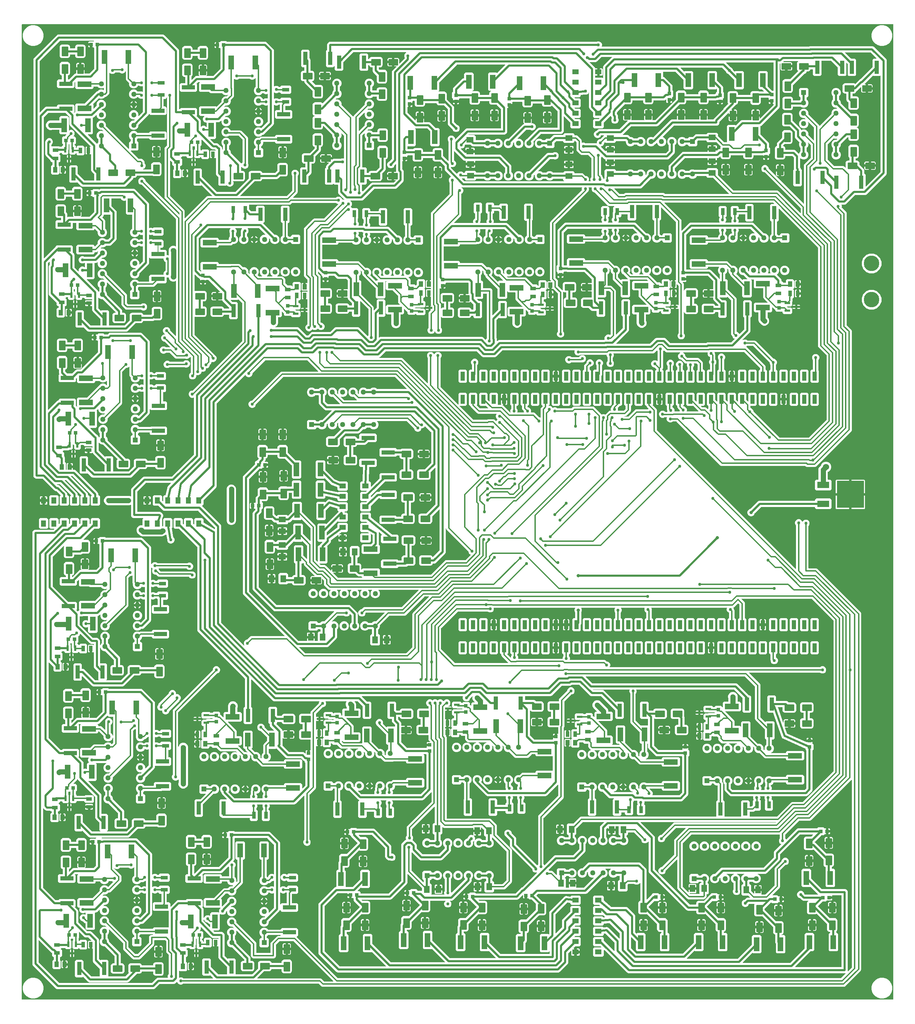
<source format=gbr>
G04 EAGLE Gerber RS-274X export*
G75*
%MOMM*%
%FSLAX34Y34*%
%LPD*%
%INTop Copper*%
%IPPOS*%
%AMOC8*
5,1,8,0,0,1.08239X$1,22.5*%
G01*
G04 Define Apertures*
%ADD10R,1.278000X1.278000*%
%ADD11C,1.278000*%
%ADD12R,1.020000X2.220000*%
%ADD13R,1.570000X1.270000*%
%ADD14R,1.330000X3.460000*%
%ADD15R,0.930000X0.890000*%
%ADD16C,0.387500*%
%ADD17R,1.270000X1.570000*%
%ADD18R,3.270000X1.070000*%
%ADD19R,1.730000X0.970000*%
%ADD20R,3.460000X1.330000*%
%ADD21R,0.558800X1.320800*%
%ADD22R,0.508000X1.320800*%
%ADD23R,0.870000X0.930000*%
%ADD24R,1.380000X0.920000*%
%ADD25R,0.920000X1.380000*%
%ADD26R,0.890000X0.930000*%
%ADD27R,1.070000X3.270000*%
%ADD28R,0.970000X1.730000*%
%ADD29R,1.320800X0.558800*%
%ADD30R,1.320800X0.508000*%
%ADD31R,0.930000X0.870000*%
%ADD32R,1.800000X1.340000*%
%ADD33R,1.420000X0.920000*%
%ADD34R,1.010000X1.380000*%
%ADD35R,1.340000X1.800000*%
%ADD36R,3.000000X1.600000*%
%ADD37R,6.700000X6.700000*%
%ADD38C,3.810000*%
%ADD39C,0.508000*%
%ADD40C,0.756400*%
%ADD41C,1.300000*%
%ADD42C,1.270000*%
%ADD43C,1.524000*%
%ADD44C,0.304800*%
%ADD45C,0.152400*%
%ADD46C,0.806400*%
G36*
X2148530Y10200D02*
X2148332Y10160D01*
X10668Y10160D01*
X10485Y10194D01*
X10315Y10303D01*
X10200Y10470D01*
X10160Y10668D01*
X10160Y2402332D01*
X10194Y2402515D01*
X10303Y2402685D01*
X10470Y2402800D01*
X10668Y2402840D01*
X2148332Y2402840D01*
X2148515Y2402806D01*
X2148685Y2402697D01*
X2148800Y2402530D01*
X2148840Y2402332D01*
X2148840Y10668D01*
X2148806Y10485D01*
X2148697Y10315D01*
X2148530Y10200D01*
G37*
%LPC*%
G36*
X2117556Y2349500D02*
X2124244Y2349500D01*
X2130704Y2351231D01*
X2136496Y2354575D01*
X2141225Y2359304D01*
X2144569Y2365096D01*
X2146300Y2371556D01*
X2146300Y2378244D01*
X2144569Y2384704D01*
X2141225Y2390496D01*
X2136496Y2395225D01*
X2130704Y2398569D01*
X2124244Y2400300D01*
X2117556Y2400300D01*
X2111096Y2398569D01*
X2105304Y2395225D01*
X2100575Y2390496D01*
X2097231Y2384704D01*
X2095500Y2378244D01*
X2095500Y2371556D01*
X2097231Y2365096D01*
X2100575Y2359304D01*
X2105304Y2354575D01*
X2111096Y2351231D01*
X2117556Y2349500D01*
G37*
G36*
X34756Y2349500D02*
X41444Y2349500D01*
X47904Y2351231D01*
X53696Y2354575D01*
X58425Y2359304D01*
X61769Y2365096D01*
X63500Y2371556D01*
X63500Y2378244D01*
X61769Y2384704D01*
X58425Y2390496D01*
X53696Y2395225D01*
X47904Y2398569D01*
X41444Y2400300D01*
X34756Y2400300D01*
X28296Y2398569D01*
X22504Y2395225D01*
X17775Y2390496D01*
X14431Y2384704D01*
X12700Y2378244D01*
X12700Y2371556D01*
X14431Y2365096D01*
X17775Y2359304D01*
X22504Y2354575D01*
X28296Y2351231D01*
X34756Y2349500D01*
G37*
G36*
X97521Y35560D02*
X333847Y35560D01*
X336648Y36720D01*
X348067Y48139D01*
X348228Y48248D01*
X348426Y48288D01*
X383429Y48288D01*
X386229Y49448D01*
X390566Y53784D01*
X390716Y53888D01*
X390913Y53933D01*
X391112Y53898D01*
X391281Y53787D01*
X391394Y53620D01*
X392537Y50860D01*
X395030Y48367D01*
X398287Y47018D01*
X401813Y47018D01*
X405070Y48367D01*
X405830Y49127D01*
X405991Y49236D01*
X406189Y49276D01*
X738734Y49276D01*
X738925Y49239D01*
X739093Y49127D01*
X745559Y42661D01*
X747986Y41656D01*
X2028234Y41656D01*
X2030661Y42661D01*
X2069349Y81349D01*
X2070354Y83776D01*
X2070354Y957624D01*
X2069349Y960051D01*
X1962081Y1067319D01*
X1959654Y1068324D01*
X1941322Y1068324D01*
X1941139Y1068358D01*
X1940969Y1068467D01*
X1940854Y1068634D01*
X1940814Y1068832D01*
X1940814Y1172421D01*
X1940851Y1172611D01*
X1940963Y1172780D01*
X1941723Y1173540D01*
X1943072Y1176797D01*
X1943072Y1180323D01*
X1941723Y1183580D01*
X1939230Y1186073D01*
X1935973Y1187422D01*
X1932447Y1187422D01*
X1929190Y1186073D01*
X1926697Y1183580D01*
X1926052Y1182023D01*
X1925956Y1181873D01*
X1925792Y1181755D01*
X1925595Y1181710D01*
X1925396Y1181745D01*
X1925227Y1181856D01*
X1925114Y1182023D01*
X1923943Y1184850D01*
X1921450Y1187343D01*
X1918193Y1188692D01*
X1914667Y1188692D01*
X1911410Y1187343D01*
X1908917Y1184850D01*
X1907568Y1181593D01*
X1907568Y1178067D01*
X1908917Y1174810D01*
X1909677Y1174050D01*
X1909786Y1173889D01*
X1909826Y1173691D01*
X1909826Y1067589D01*
X1909795Y1067414D01*
X1909688Y1067242D01*
X1909524Y1067125D01*
X1909326Y1067081D01*
X1909127Y1067119D01*
X1908959Y1067230D01*
X1569079Y1407110D01*
X1568970Y1407271D01*
X1568930Y1407469D01*
X1568930Y1456674D01*
X1567925Y1459101D01*
X1558739Y1468287D01*
X1558634Y1468440D01*
X1558590Y1468638D01*
X1558627Y1468836D01*
X1558739Y1469005D01*
X1559580Y1469846D01*
X1559580Y1496254D01*
X1556604Y1499230D01*
X1542196Y1499230D01*
X1539220Y1496254D01*
X1539220Y1469846D01*
X1542196Y1466870D01*
X1542499Y1466870D01*
X1542686Y1466834D01*
X1542855Y1466724D01*
X1542968Y1466556D01*
X1543801Y1464545D01*
X1548126Y1460221D01*
X1548230Y1460071D01*
X1548274Y1459874D01*
X1548239Y1459675D01*
X1548129Y1459505D01*
X1547961Y1459392D01*
X1546644Y1458847D01*
X1545884Y1458087D01*
X1545723Y1457978D01*
X1545525Y1457938D01*
X1517266Y1457938D01*
X1514838Y1456933D01*
X1498296Y1440390D01*
X1498135Y1440281D01*
X1497937Y1440241D01*
X1489562Y1440241D01*
X1489372Y1440278D01*
X1489203Y1440390D01*
X1489121Y1440472D01*
X1489019Y1440618D01*
X1488973Y1440815D01*
X1489007Y1441014D01*
X1489116Y1441184D01*
X1489282Y1441299D01*
X1489480Y1441339D01*
X1491167Y1441339D01*
X1493594Y1442344D01*
X1504199Y1452949D01*
X1505204Y1455376D01*
X1505204Y1466362D01*
X1505238Y1466545D01*
X1505347Y1466715D01*
X1505514Y1466830D01*
X1505712Y1466870D01*
X1505804Y1466870D01*
X1508780Y1469846D01*
X1508780Y1496254D01*
X1505804Y1499230D01*
X1491396Y1499230D01*
X1488420Y1496254D01*
X1488420Y1469846D01*
X1491396Y1466870D01*
X1491488Y1466870D01*
X1491671Y1466836D01*
X1491841Y1466727D01*
X1491956Y1466560D01*
X1491996Y1466362D01*
X1491996Y1459636D01*
X1491959Y1459445D01*
X1491847Y1459277D01*
X1487266Y1454696D01*
X1487105Y1454587D01*
X1486907Y1454547D01*
X1473322Y1454547D01*
X1473143Y1454580D01*
X1472971Y1454687D01*
X1472856Y1454853D01*
X1472814Y1455051D01*
X1472853Y1455249D01*
X1473398Y1456566D01*
X1473398Y1460092D01*
X1472738Y1461685D01*
X1472699Y1461871D01*
X1472736Y1462070D01*
X1472848Y1462239D01*
X1477331Y1466721D01*
X1477492Y1466830D01*
X1477690Y1466870D01*
X1480404Y1466870D01*
X1483380Y1469846D01*
X1483380Y1496254D01*
X1480404Y1499230D01*
X1465996Y1499230D01*
X1463020Y1496254D01*
X1463020Y1471300D01*
X1462983Y1471109D01*
X1462871Y1470941D01*
X1458937Y1467007D01*
X1457932Y1464580D01*
X1457932Y1464468D01*
X1457895Y1464277D01*
X1457783Y1464109D01*
X1457023Y1463349D01*
X1455674Y1460092D01*
X1455674Y1456566D01*
X1456219Y1455249D01*
X1456258Y1455071D01*
X1456224Y1454872D01*
X1456115Y1454702D01*
X1455948Y1454587D01*
X1455750Y1454547D01*
X1452711Y1454547D01*
X1450284Y1453542D01*
X1442274Y1445531D01*
X1442116Y1445425D01*
X1441918Y1445383D01*
X1441720Y1445421D01*
X1439317Y1446417D01*
X1435792Y1446417D01*
X1433560Y1445492D01*
X1433378Y1445454D01*
X1433179Y1445489D01*
X1433010Y1445600D01*
X1432897Y1445767D01*
X1432767Y1446080D01*
X1415062Y1463785D01*
X1412635Y1464790D01*
X1364714Y1464790D01*
X1362287Y1463785D01*
X1359405Y1460903D01*
X1359244Y1460794D01*
X1359046Y1460754D01*
X1324343Y1460754D01*
X1324153Y1460791D01*
X1323984Y1460903D01*
X1323224Y1461663D01*
X1319967Y1463012D01*
X1316441Y1463012D01*
X1313184Y1461663D01*
X1313131Y1461610D01*
X1312981Y1461506D01*
X1312784Y1461461D01*
X1312585Y1461496D01*
X1312415Y1461607D01*
X1312302Y1461774D01*
X1311803Y1462980D01*
X1309310Y1465473D01*
X1306053Y1466822D01*
X1303783Y1466822D01*
X1303607Y1466853D01*
X1303435Y1466960D01*
X1303318Y1467124D01*
X1303275Y1467322D01*
X1303312Y1467521D01*
X1303423Y1467689D01*
X1305580Y1469846D01*
X1305580Y1496254D01*
X1302604Y1499230D01*
X1288196Y1499230D01*
X1285220Y1496254D01*
X1285220Y1469846D01*
X1288325Y1466741D01*
X1288430Y1466587D01*
X1288474Y1466390D01*
X1288437Y1466191D01*
X1288325Y1466022D01*
X1284213Y1461911D01*
X1283208Y1459484D01*
X1283208Y1438580D01*
X1283175Y1438401D01*
X1283068Y1438229D01*
X1282902Y1438114D01*
X1282704Y1438072D01*
X1282506Y1438111D01*
X1281189Y1438656D01*
X1280114Y1438656D01*
X1279923Y1438693D01*
X1279755Y1438805D01*
X1269197Y1449363D01*
X1266770Y1450368D01*
X1259962Y1450368D01*
X1259783Y1450401D01*
X1259611Y1450508D01*
X1259496Y1450674D01*
X1259454Y1450872D01*
X1259493Y1451070D01*
X1260038Y1452387D01*
X1260038Y1455913D01*
X1258689Y1459170D01*
X1256196Y1461663D01*
X1252939Y1463012D01*
X1251864Y1463012D01*
X1251673Y1463049D01*
X1251505Y1463161D01*
X1251353Y1463313D01*
X1251244Y1463474D01*
X1251204Y1463672D01*
X1251204Y1466362D01*
X1251238Y1466545D01*
X1251347Y1466715D01*
X1251514Y1466830D01*
X1251712Y1466870D01*
X1251804Y1466870D01*
X1254780Y1469846D01*
X1254780Y1496254D01*
X1251804Y1499230D01*
X1237396Y1499230D01*
X1234420Y1496254D01*
X1234420Y1469846D01*
X1237396Y1466870D01*
X1237488Y1466870D01*
X1237671Y1466836D01*
X1237841Y1466727D01*
X1237956Y1466560D01*
X1237996Y1466362D01*
X1237996Y1459412D01*
X1239001Y1456985D01*
X1242165Y1453821D01*
X1242274Y1453660D01*
X1242314Y1453462D01*
X1242314Y1452387D01*
X1242859Y1451070D01*
X1242898Y1450892D01*
X1242864Y1450693D01*
X1242755Y1450523D01*
X1242588Y1450408D01*
X1242390Y1450368D01*
X1226716Y1450368D01*
X1226537Y1450401D01*
X1226365Y1450508D01*
X1226250Y1450674D01*
X1226208Y1450872D01*
X1226247Y1451070D01*
X1226792Y1452387D01*
X1226792Y1455913D01*
X1225443Y1459170D01*
X1224683Y1459930D01*
X1224574Y1460091D01*
X1224534Y1460289D01*
X1224534Y1466362D01*
X1224568Y1466545D01*
X1224677Y1466715D01*
X1224844Y1466830D01*
X1225042Y1466870D01*
X1226404Y1466870D01*
X1229380Y1469846D01*
X1229380Y1496254D01*
X1226404Y1499230D01*
X1211996Y1499230D01*
X1209020Y1496254D01*
X1209020Y1469846D01*
X1211177Y1467689D01*
X1211286Y1467528D01*
X1211326Y1467329D01*
X1211326Y1460289D01*
X1211289Y1460099D01*
X1211177Y1459930D01*
X1210417Y1459170D01*
X1209068Y1455913D01*
X1209068Y1452387D01*
X1209585Y1451140D01*
X1209623Y1450970D01*
X1209592Y1450770D01*
X1209486Y1450598D01*
X1209321Y1450481D01*
X1209124Y1450437D01*
X1208925Y1450474D01*
X1208756Y1450586D01*
X1191466Y1467877D01*
X1191443Y1467886D01*
X1190752Y1467886D01*
X1190752Y1468172D01*
X1190123Y1468433D01*
X1189976Y1468526D01*
X1189856Y1468689D01*
X1189810Y1468886D01*
X1189844Y1469085D01*
X1189953Y1469255D01*
X1190119Y1469370D01*
X1190318Y1469410D01*
X1190752Y1469410D01*
X1190752Y1480002D01*
X1186160Y1480002D01*
X1186160Y1470898D01*
X1187309Y1469749D01*
X1187411Y1469603D01*
X1187457Y1469406D01*
X1187423Y1469207D01*
X1187314Y1469037D01*
X1187148Y1468922D01*
X1186949Y1468882D01*
X1178843Y1468882D01*
X1178667Y1468913D01*
X1178495Y1469020D01*
X1178378Y1469184D01*
X1178335Y1469382D01*
X1178372Y1469581D01*
X1178483Y1469749D01*
X1178580Y1469846D01*
X1178580Y1496254D01*
X1175604Y1499230D01*
X1161196Y1499230D01*
X1158220Y1496254D01*
X1158220Y1478256D01*
X1158189Y1478081D01*
X1158082Y1477909D01*
X1157918Y1477792D01*
X1157720Y1477749D01*
X1157521Y1477786D01*
X1157353Y1477897D01*
X1153329Y1481921D01*
X1153220Y1482082D01*
X1153180Y1482280D01*
X1153180Y1496254D01*
X1150204Y1499230D01*
X1135796Y1499230D01*
X1132820Y1496254D01*
X1132820Y1469846D01*
X1135796Y1466870D01*
X1149491Y1466870D01*
X1149681Y1466833D01*
X1149850Y1466721D01*
X1154950Y1461621D01*
X1155052Y1461475D01*
X1155098Y1461278D01*
X1155065Y1461079D01*
X1154956Y1460909D01*
X1154789Y1460794D01*
X1154591Y1460754D01*
X1134516Y1460754D01*
X1134325Y1460791D01*
X1134157Y1460903D01*
X1126856Y1468203D01*
X1126751Y1468357D01*
X1126707Y1468555D01*
X1126744Y1468753D01*
X1126856Y1468922D01*
X1127780Y1469846D01*
X1127780Y1496254D01*
X1124804Y1499230D01*
X1110396Y1499230D01*
X1107420Y1496254D01*
X1107420Y1469846D01*
X1110396Y1466870D01*
X1110630Y1466870D01*
X1110817Y1466834D01*
X1110987Y1466724D01*
X1111100Y1466556D01*
X1112001Y1464379D01*
X1127829Y1448551D01*
X1130256Y1447546D01*
X1174707Y1447546D01*
X1174882Y1447515D01*
X1175054Y1447408D01*
X1175171Y1447244D01*
X1175215Y1447046D01*
X1175178Y1446847D01*
X1175066Y1446679D01*
X1174857Y1446470D01*
X1173508Y1443213D01*
X1173508Y1439687D01*
X1174857Y1436430D01*
X1177352Y1433935D01*
X1177458Y1433781D01*
X1177501Y1433584D01*
X1177464Y1433385D01*
X1177352Y1433216D01*
X1175322Y1431186D01*
X1174777Y1429869D01*
X1174678Y1429716D01*
X1174513Y1429599D01*
X1174315Y1429556D01*
X1174117Y1429593D01*
X1173948Y1429704D01*
X1170602Y1433051D01*
X1168175Y1434056D01*
X1153894Y1434056D01*
X1151467Y1433051D01*
X1151351Y1432935D01*
X1151190Y1432826D01*
X1150992Y1432786D01*
X1118422Y1432786D01*
X1118232Y1432823D01*
X1118063Y1432935D01*
X1084995Y1466003D01*
X1084893Y1466149D01*
X1084847Y1466346D01*
X1084881Y1466545D01*
X1084990Y1466715D01*
X1085156Y1466830D01*
X1085354Y1466870D01*
X1099404Y1466870D01*
X1102380Y1469846D01*
X1102380Y1496254D01*
X1099404Y1499230D01*
X1084996Y1499230D01*
X1082020Y1496254D01*
X1082020Y1470204D01*
X1081989Y1470029D01*
X1081882Y1469857D01*
X1081718Y1469740D01*
X1081520Y1469696D01*
X1081321Y1469734D01*
X1081153Y1469845D01*
X1037993Y1513005D01*
X1037884Y1513166D01*
X1037844Y1513364D01*
X1037844Y1584127D01*
X1037881Y1584317D01*
X1037993Y1584486D01*
X1038753Y1585246D01*
X1040102Y1588503D01*
X1040102Y1592029D01*
X1038753Y1595286D01*
X1036260Y1597779D01*
X1033003Y1599128D01*
X1029477Y1599128D01*
X1026220Y1597779D01*
X1023727Y1595286D01*
X1022819Y1593094D01*
X1022723Y1592944D01*
X1022559Y1592826D01*
X1022362Y1592781D01*
X1022163Y1592816D01*
X1021994Y1592927D01*
X1021881Y1593094D01*
X1020973Y1595286D01*
X1018480Y1597779D01*
X1015223Y1599128D01*
X1011697Y1599128D01*
X1008440Y1597779D01*
X1005947Y1595286D01*
X1004598Y1592029D01*
X1004598Y1588503D01*
X1005947Y1585246D01*
X1006707Y1584486D01*
X1006816Y1584325D01*
X1006856Y1584127D01*
X1006856Y1522839D01*
X1006825Y1522663D01*
X1006718Y1522491D01*
X1006554Y1522374D01*
X1006356Y1522331D01*
X1006157Y1522368D01*
X1005989Y1522479D01*
X945022Y1583447D01*
X942594Y1584452D01*
X887534Y1584452D01*
X887362Y1584482D01*
X887189Y1584587D01*
X887071Y1584751D01*
X887026Y1584948D01*
X887061Y1585147D01*
X887172Y1585316D01*
X887339Y1585429D01*
X889075Y1586148D01*
X903006Y1600079D01*
X903167Y1600188D01*
X903365Y1600228D01*
X1126494Y1600228D01*
X1126684Y1600191D01*
X1126853Y1600079D01*
X1139514Y1587418D01*
X1142315Y1586258D01*
X1171625Y1586258D01*
X1174426Y1587418D01*
X1189571Y1602563D01*
X1189732Y1602672D01*
X1189931Y1602712D01*
X1366624Y1602712D01*
X1366803Y1602679D01*
X1366975Y1602572D01*
X1367090Y1602406D01*
X1367132Y1602208D01*
X1367093Y1602010D01*
X1366548Y1600693D01*
X1366548Y1597167D01*
X1367897Y1593910D01*
X1370390Y1591417D01*
X1373647Y1590068D01*
X1377173Y1590068D01*
X1380430Y1591417D01*
X1381190Y1592177D01*
X1381351Y1592286D01*
X1381549Y1592326D01*
X1444780Y1592326D01*
X1444963Y1592292D01*
X1445133Y1592183D01*
X1445248Y1592016D01*
X1445288Y1591818D01*
X1445288Y1589999D01*
X1446637Y1586742D01*
X1447397Y1585982D01*
X1447506Y1585821D01*
X1447546Y1585623D01*
X1447546Y1577129D01*
X1447509Y1576939D01*
X1447397Y1576770D01*
X1446637Y1576010D01*
X1445288Y1572753D01*
X1445288Y1569227D01*
X1446637Y1565970D01*
X1449130Y1563477D01*
X1452387Y1562128D01*
X1455913Y1562128D01*
X1459170Y1563477D01*
X1461663Y1565970D01*
X1463012Y1569227D01*
X1463012Y1572753D01*
X1461663Y1576010D01*
X1460903Y1576770D01*
X1460794Y1576931D01*
X1460754Y1577129D01*
X1460754Y1585623D01*
X1460791Y1585813D01*
X1460903Y1585982D01*
X1461663Y1586742D01*
X1463012Y1589999D01*
X1463012Y1593525D01*
X1462467Y1594842D01*
X1462428Y1595020D01*
X1462462Y1595219D01*
X1462571Y1595389D01*
X1462738Y1595504D01*
X1462936Y1595544D01*
X1559338Y1595544D01*
X1561765Y1596549D01*
X1568453Y1603238D01*
X1568603Y1603341D01*
X1568800Y1603386D01*
X1568999Y1603351D01*
X1569169Y1603241D01*
X1569282Y1603073D01*
X1569827Y1601756D01*
X1570587Y1600996D01*
X1570696Y1600835D01*
X1570736Y1600637D01*
X1570736Y1576141D01*
X1570705Y1575966D01*
X1570598Y1575794D01*
X1570434Y1575677D01*
X1570236Y1575633D01*
X1570037Y1575670D01*
X1569869Y1575782D01*
X1568390Y1577261D01*
X1565133Y1578610D01*
X1561607Y1578610D01*
X1558350Y1577261D01*
X1555857Y1574768D01*
X1554508Y1571511D01*
X1554508Y1567985D01*
X1555857Y1564728D01*
X1558350Y1562235D01*
X1561607Y1560886D01*
X1563190Y1560886D01*
X1563381Y1560849D01*
X1563549Y1560737D01*
X1567717Y1556570D01*
X1567822Y1556416D01*
X1567866Y1556218D01*
X1567829Y1556020D01*
X1567717Y1555851D01*
X1564620Y1552754D01*
X1564620Y1526346D01*
X1567596Y1523370D01*
X1582004Y1523370D01*
X1584980Y1526346D01*
X1584980Y1552754D01*
X1581883Y1555851D01*
X1581778Y1556005D01*
X1581734Y1556202D01*
X1581771Y1556401D01*
X1581883Y1556570D01*
X1582939Y1557625D01*
X1583944Y1560052D01*
X1583944Y1600637D01*
X1583981Y1600827D01*
X1584093Y1600996D01*
X1584853Y1601756D01*
X1585398Y1603073D01*
X1585497Y1603226D01*
X1585662Y1603343D01*
X1585860Y1603387D01*
X1586058Y1603349D01*
X1586227Y1603238D01*
X1590743Y1598721D01*
X1593171Y1597716D01*
X1625296Y1597716D01*
X1625468Y1597686D01*
X1625641Y1597581D01*
X1625759Y1597417D01*
X1625804Y1597220D01*
X1625769Y1597021D01*
X1625658Y1596852D01*
X1625491Y1596739D01*
X1624390Y1596283D01*
X1621897Y1593790D01*
X1620548Y1590533D01*
X1620548Y1587007D01*
X1621897Y1583750D01*
X1624390Y1581257D01*
X1627647Y1579908D01*
X1628722Y1579908D01*
X1628913Y1579871D01*
X1629081Y1579759D01*
X1636873Y1571967D01*
X1639300Y1570962D01*
X1642214Y1570962D01*
X1642393Y1570929D01*
X1642565Y1570822D01*
X1642680Y1570656D01*
X1642722Y1570458D01*
X1642683Y1570260D01*
X1642138Y1568943D01*
X1642138Y1565417D01*
X1643487Y1562160D01*
X1644247Y1561400D01*
X1644356Y1561239D01*
X1644396Y1561041D01*
X1644396Y1556238D01*
X1644362Y1556055D01*
X1644253Y1555885D01*
X1644086Y1555770D01*
X1643888Y1555730D01*
X1643796Y1555730D01*
X1640820Y1552754D01*
X1640820Y1526346D01*
X1643796Y1523370D01*
X1658204Y1523370D01*
X1661180Y1526346D01*
X1661180Y1552754D01*
X1658204Y1555730D01*
X1658112Y1555730D01*
X1657929Y1555764D01*
X1657759Y1555873D01*
X1657644Y1556040D01*
X1657604Y1556238D01*
X1657604Y1561041D01*
X1657641Y1561231D01*
X1657753Y1561400D01*
X1658513Y1562160D01*
X1659862Y1565417D01*
X1659862Y1568943D01*
X1659317Y1570260D01*
X1659278Y1570438D01*
X1659312Y1570637D01*
X1659421Y1570807D01*
X1659588Y1570922D01*
X1659786Y1570962D01*
X1665608Y1570962D01*
X1665799Y1570925D01*
X1665967Y1570813D01*
X1668377Y1568403D01*
X1668486Y1568242D01*
X1668526Y1568044D01*
X1668526Y1555271D01*
X1668489Y1555080D01*
X1668377Y1554911D01*
X1666220Y1552754D01*
X1666220Y1526346D01*
X1669196Y1523370D01*
X1683604Y1523370D01*
X1686580Y1526346D01*
X1686580Y1552754D01*
X1683604Y1555730D01*
X1682242Y1555730D01*
X1682059Y1555764D01*
X1681889Y1555873D01*
X1681774Y1556040D01*
X1681734Y1556238D01*
X1681734Y1572304D01*
X1680729Y1574731D01*
X1672295Y1583165D01*
X1669868Y1584170D01*
X1643560Y1584170D01*
X1643369Y1584207D01*
X1643201Y1584319D01*
X1638421Y1589099D01*
X1638312Y1589260D01*
X1638272Y1589458D01*
X1638272Y1590533D01*
X1636923Y1593790D01*
X1634430Y1596283D01*
X1633329Y1596739D01*
X1633182Y1596832D01*
X1633063Y1596995D01*
X1633016Y1597192D01*
X1633050Y1597391D01*
X1633159Y1597561D01*
X1633326Y1597676D01*
X1633524Y1597716D01*
X1692523Y1597716D01*
X1692702Y1597683D01*
X1692873Y1597576D01*
X1692989Y1597410D01*
X1693031Y1597212D01*
X1692992Y1597014D01*
X1692938Y1596883D01*
X1692938Y1593357D01*
X1694287Y1590100D01*
X1696780Y1587607D01*
X1698692Y1586815D01*
X1698851Y1586711D01*
X1698966Y1586544D01*
X1699006Y1586346D01*
X1699006Y1580487D01*
X1698969Y1580297D01*
X1698857Y1580128D01*
X1698097Y1579368D01*
X1696748Y1576111D01*
X1696748Y1572585D01*
X1698097Y1569328D01*
X1698857Y1568568D01*
X1698966Y1568407D01*
X1699006Y1568209D01*
X1699006Y1556238D01*
X1698972Y1556055D01*
X1698863Y1555885D01*
X1698696Y1555770D01*
X1698498Y1555730D01*
X1694596Y1555730D01*
X1691620Y1552754D01*
X1691620Y1526346D01*
X1694596Y1523370D01*
X1709004Y1523370D01*
X1711980Y1526346D01*
X1711980Y1541380D01*
X1712019Y1541575D01*
X1712214Y1542046D01*
X1712214Y1568209D01*
X1712251Y1568399D01*
X1712363Y1568568D01*
X1713123Y1569328D01*
X1714472Y1572585D01*
X1714472Y1576111D01*
X1713123Y1579368D01*
X1712363Y1580128D01*
X1712254Y1580289D01*
X1712214Y1580487D01*
X1712214Y1592624D01*
X1711209Y1595051D01*
X1710811Y1595449D01*
X1710702Y1595610D01*
X1710662Y1595808D01*
X1710662Y1596883D01*
X1710117Y1598200D01*
X1710078Y1598378D01*
X1710112Y1598577D01*
X1710221Y1598747D01*
X1710388Y1598862D01*
X1710586Y1598902D01*
X1782448Y1598902D01*
X1782639Y1598865D01*
X1782807Y1598753D01*
X1822047Y1559513D01*
X1822156Y1559352D01*
X1822196Y1559154D01*
X1822196Y1556238D01*
X1822162Y1556055D01*
X1822053Y1555885D01*
X1821886Y1555770D01*
X1821688Y1555730D01*
X1821596Y1555730D01*
X1818620Y1552754D01*
X1818620Y1526346D01*
X1821596Y1523370D01*
X1836004Y1523370D01*
X1838980Y1526346D01*
X1838980Y1552754D01*
X1836004Y1555730D01*
X1835912Y1555730D01*
X1835729Y1555764D01*
X1835559Y1555873D01*
X1835444Y1556040D01*
X1835404Y1556238D01*
X1835404Y1563414D01*
X1834399Y1565841D01*
X1789135Y1611105D01*
X1788089Y1611538D01*
X1787939Y1611634D01*
X1787820Y1611798D01*
X1787775Y1611995D01*
X1787811Y1612194D01*
X1787921Y1612364D01*
X1788089Y1612477D01*
X1789370Y1613007D01*
X1790130Y1613767D01*
X1790291Y1613876D01*
X1790489Y1613916D01*
X1804264Y1613916D01*
X1804455Y1613879D01*
X1804623Y1613767D01*
X1845189Y1573201D01*
X1845298Y1573040D01*
X1845338Y1572842D01*
X1845338Y1571767D01*
X1846687Y1568510D01*
X1847447Y1567750D01*
X1847556Y1567589D01*
X1847596Y1567391D01*
X1847596Y1556238D01*
X1847562Y1556055D01*
X1847453Y1555885D01*
X1847286Y1555770D01*
X1847088Y1555730D01*
X1846996Y1555730D01*
X1844020Y1552754D01*
X1844020Y1526346D01*
X1846996Y1523370D01*
X1861404Y1523370D01*
X1864380Y1526346D01*
X1864380Y1552754D01*
X1861404Y1555730D01*
X1861312Y1555730D01*
X1861129Y1555764D01*
X1860959Y1555873D01*
X1860844Y1556040D01*
X1860804Y1556238D01*
X1860804Y1567391D01*
X1860841Y1567581D01*
X1860953Y1567750D01*
X1861713Y1568510D01*
X1863062Y1571767D01*
X1863062Y1575293D01*
X1861713Y1578550D01*
X1859220Y1581043D01*
X1855963Y1582392D01*
X1854888Y1582392D01*
X1854697Y1582429D01*
X1854529Y1582541D01*
X1810951Y1626119D01*
X1808524Y1627124D01*
X1790489Y1627124D01*
X1790299Y1627161D01*
X1790130Y1627273D01*
X1789370Y1628033D01*
X1786113Y1629382D01*
X1782587Y1629382D01*
X1779631Y1628157D01*
X1779461Y1628119D01*
X1779261Y1628150D01*
X1779089Y1628256D01*
X1778972Y1628421D01*
X1778928Y1628619D01*
X1778965Y1628817D01*
X1779077Y1628986D01*
X1797230Y1647139D01*
X1798390Y1649939D01*
X1798390Y1682865D01*
X1798427Y1683056D01*
X1798539Y1683225D01*
X1801200Y1685886D01*
X1801200Y1722794D01*
X1798224Y1725770D01*
X1783316Y1725770D01*
X1780340Y1722794D01*
X1780340Y1685886D01*
X1783001Y1683225D01*
X1783110Y1683064D01*
X1783150Y1682865D01*
X1783150Y1654822D01*
X1783113Y1654631D01*
X1783001Y1654463D01*
X1771647Y1643108D01*
X1771497Y1643005D01*
X1771300Y1642960D01*
X1771101Y1642995D01*
X1770931Y1643105D01*
X1770818Y1643273D01*
X1770273Y1644590D01*
X1767780Y1647083D01*
X1764598Y1648401D01*
X1764439Y1648505D01*
X1764324Y1648672D01*
X1764284Y1648870D01*
X1764284Y1729554D01*
X1763279Y1731981D01*
X1742659Y1752601D01*
X1742550Y1752762D01*
X1742510Y1752960D01*
X1742510Y1774544D01*
X1739534Y1777520D01*
X1736852Y1777520D01*
X1736669Y1777554D01*
X1736499Y1777663D01*
X1736384Y1777830D01*
X1736344Y1778028D01*
X1736344Y1789433D01*
X1736381Y1789623D01*
X1736493Y1789792D01*
X1739464Y1792763D01*
X1741210Y1796979D01*
X1741210Y1801541D01*
X1740555Y1803124D01*
X1740517Y1803294D01*
X1740547Y1803494D01*
X1740653Y1803666D01*
X1740818Y1803783D01*
X1741016Y1803826D01*
X1741215Y1803789D01*
X1741383Y1803677D01*
X1743521Y1801539D01*
X1743630Y1801378D01*
X1743670Y1801180D01*
X1743670Y1796979D01*
X1745416Y1792763D01*
X1748387Y1789792D01*
X1748496Y1789631D01*
X1748536Y1789433D01*
X1748536Y1788346D01*
X1749541Y1785919D01*
X1777781Y1757679D01*
X1777890Y1757518D01*
X1777930Y1757320D01*
X1777930Y1735736D01*
X1780906Y1732760D01*
X1798414Y1732760D01*
X1801390Y1735736D01*
X1801390Y1774544D01*
X1800071Y1775863D01*
X1799969Y1776009D01*
X1799923Y1776206D01*
X1799957Y1776405D01*
X1800066Y1776575D01*
X1800233Y1776690D01*
X1800431Y1776730D01*
X1806369Y1776730D01*
X1806545Y1776699D01*
X1806717Y1776592D01*
X1806834Y1776428D01*
X1806877Y1776230D01*
X1806840Y1776031D01*
X1806729Y1775863D01*
X1806420Y1775554D01*
X1806420Y1758046D01*
X1809396Y1755070D01*
X1829308Y1755070D01*
X1829491Y1755036D01*
X1829661Y1754927D01*
X1829776Y1754760D01*
X1829816Y1754562D01*
X1829816Y1732276D01*
X1830821Y1729849D01*
X1840153Y1720517D01*
X1840255Y1720371D01*
X1840301Y1720174D01*
X1840267Y1719975D01*
X1840158Y1719805D01*
X1839992Y1719690D01*
X1839794Y1719650D01*
X1809396Y1719650D01*
X1806420Y1716674D01*
X1806420Y1699166D01*
X1809396Y1696190D01*
X1816862Y1696190D01*
X1817045Y1696156D01*
X1817215Y1696047D01*
X1817330Y1695880D01*
X1817370Y1695682D01*
X1817370Y1676666D01*
X1819110Y1672465D01*
X1822572Y1669004D01*
X1822682Y1668839D01*
X1822793Y1668570D01*
X1826050Y1665313D01*
X1830307Y1663550D01*
X1834913Y1663550D01*
X1839170Y1665313D01*
X1842427Y1668570D01*
X1844190Y1672827D01*
X1844190Y1677433D01*
X1842427Y1681690D01*
X1840379Y1683738D01*
X1840270Y1683899D01*
X1840230Y1684097D01*
X1840230Y1695682D01*
X1840264Y1695865D01*
X1840373Y1696035D01*
X1840540Y1696150D01*
X1840738Y1696190D01*
X1848204Y1696190D01*
X1851180Y1699166D01*
X1851180Y1708264D01*
X1851211Y1708439D01*
X1851318Y1708611D01*
X1851482Y1708728D01*
X1851680Y1708772D01*
X1851879Y1708734D01*
X1852047Y1708623D01*
X1857357Y1703313D01*
X1858486Y1702845D01*
X1858645Y1702741D01*
X1858760Y1702574D01*
X1858800Y1702376D01*
X1858800Y1700852D01*
X1861776Y1697876D01*
X1875284Y1697876D01*
X1876447Y1699039D01*
X1876593Y1699141D01*
X1876790Y1699187D01*
X1876989Y1699153D01*
X1877159Y1699044D01*
X1877274Y1698878D01*
X1877314Y1698679D01*
X1877314Y1695124D01*
X1880290Y1692148D01*
X1897706Y1692148D01*
X1900682Y1695124D01*
X1900682Y1704920D01*
X1897706Y1707896D01*
X1890674Y1707896D01*
X1890483Y1707933D01*
X1890315Y1708045D01*
X1888283Y1710077D01*
X1888181Y1710223D01*
X1888134Y1710420D01*
X1888168Y1710619D01*
X1888277Y1710789D01*
X1888444Y1710904D01*
X1888642Y1710944D01*
X1897706Y1710944D01*
X1900682Y1713920D01*
X1900682Y1721406D01*
X1900721Y1721600D01*
X1900894Y1722020D01*
X1900901Y1722036D01*
X1901395Y1723121D01*
X1901396Y1723146D01*
X1901434Y1723323D01*
X1901444Y1723346D01*
X1901444Y1724538D01*
X1901444Y1724555D01*
X1901630Y1729969D01*
X1901664Y1730135D01*
X1901773Y1730305D01*
X1901940Y1730420D01*
X1902138Y1730460D01*
X1902154Y1730460D01*
X1905130Y1733436D01*
X1905130Y1751444D01*
X1903313Y1753261D01*
X1903208Y1753414D01*
X1903165Y1753612D01*
X1903202Y1753811D01*
X1903313Y1753979D01*
X1905630Y1756296D01*
X1905630Y1774304D01*
X1902654Y1777280D01*
X1888346Y1777280D01*
X1885370Y1774304D01*
X1885370Y1769712D01*
X1885336Y1769529D01*
X1885227Y1769359D01*
X1885060Y1769244D01*
X1884862Y1769204D01*
X1879391Y1769204D01*
X1879200Y1769241D01*
X1879031Y1769353D01*
X1876104Y1772280D01*
X1875028Y1772280D01*
X1874845Y1772314D01*
X1874675Y1772423D01*
X1874560Y1772590D01*
X1874520Y1772788D01*
X1874520Y1775706D01*
X1873360Y1778506D01*
X1863133Y1788733D01*
X1863030Y1788883D01*
X1862985Y1789080D01*
X1863020Y1789279D01*
X1863131Y1789449D01*
X1863189Y1789488D01*
X1866464Y1792763D01*
X1868210Y1796979D01*
X1868210Y1801541D01*
X1866464Y1805757D01*
X1863237Y1808984D01*
X1859021Y1810730D01*
X1854459Y1810730D01*
X1850243Y1808984D01*
X1847016Y1805757D01*
X1845270Y1801541D01*
X1845270Y1796979D01*
X1847054Y1792672D01*
X1847092Y1792494D01*
X1847058Y1792295D01*
X1846949Y1792125D01*
X1846782Y1792010D01*
X1846584Y1791970D01*
X1841496Y1791970D01*
X1841316Y1792003D01*
X1841145Y1792110D01*
X1841030Y1792276D01*
X1840988Y1792474D01*
X1841026Y1792672D01*
X1842810Y1796979D01*
X1842810Y1801541D01*
X1841064Y1805757D01*
X1837837Y1808984D01*
X1833621Y1810730D01*
X1829059Y1810730D01*
X1824843Y1808984D01*
X1821616Y1805757D01*
X1819870Y1801541D01*
X1819870Y1796979D01*
X1821654Y1792672D01*
X1821692Y1792494D01*
X1821658Y1792295D01*
X1821549Y1792125D01*
X1821382Y1792010D01*
X1821184Y1791970D01*
X1816096Y1791970D01*
X1815916Y1792003D01*
X1815745Y1792110D01*
X1815630Y1792276D01*
X1815588Y1792474D01*
X1815626Y1792672D01*
X1817410Y1796979D01*
X1817410Y1801541D01*
X1815664Y1805757D01*
X1812437Y1808984D01*
X1808221Y1810730D01*
X1803659Y1810730D01*
X1799443Y1808984D01*
X1796216Y1805757D01*
X1794470Y1801541D01*
X1794470Y1797333D01*
X1794439Y1797157D01*
X1794332Y1796985D01*
X1794168Y1796868D01*
X1793970Y1796825D01*
X1793771Y1796862D01*
X1793603Y1796974D01*
X1792159Y1798418D01*
X1792050Y1798579D01*
X1792010Y1798777D01*
X1792010Y1801541D01*
X1790264Y1805757D01*
X1787037Y1808984D01*
X1782821Y1810730D01*
X1778259Y1810730D01*
X1774043Y1808984D01*
X1770816Y1805757D01*
X1769070Y1801541D01*
X1769070Y1796979D01*
X1770816Y1792763D01*
X1774043Y1789536D01*
X1778259Y1787790D01*
X1781023Y1787790D01*
X1781214Y1787753D01*
X1781382Y1787641D01*
X1790636Y1778387D01*
X1790738Y1778241D01*
X1790785Y1778044D01*
X1790751Y1777845D01*
X1790642Y1777675D01*
X1790475Y1777560D01*
X1790277Y1777520D01*
X1780906Y1777520D01*
X1779122Y1775736D01*
X1778968Y1775631D01*
X1778771Y1775587D01*
X1778572Y1775624D01*
X1778403Y1775736D01*
X1763479Y1790660D01*
X1763374Y1790814D01*
X1763331Y1791011D01*
X1763368Y1791210D01*
X1763479Y1791378D01*
X1764864Y1792763D01*
X1766610Y1796979D01*
X1766610Y1801541D01*
X1764864Y1805757D01*
X1761637Y1808984D01*
X1757421Y1810730D01*
X1753220Y1810730D01*
X1753029Y1810767D01*
X1752861Y1810879D01*
X1743541Y1820199D01*
X1741114Y1821204D01*
X1694208Y1821204D01*
X1694025Y1821238D01*
X1693855Y1821347D01*
X1693740Y1821514D01*
X1693700Y1821712D01*
X1693700Y1823354D01*
X1690724Y1826330D01*
X1651916Y1826330D01*
X1648940Y1823354D01*
X1648940Y1805846D01*
X1651916Y1802870D01*
X1690724Y1802870D01*
X1693700Y1805846D01*
X1693700Y1807488D01*
X1693734Y1807671D01*
X1693843Y1807841D01*
X1694010Y1807956D01*
X1694208Y1807996D01*
X1721029Y1807996D01*
X1721204Y1807965D01*
X1721376Y1807858D01*
X1721493Y1807694D01*
X1721536Y1807496D01*
X1721499Y1807297D01*
X1721388Y1807129D01*
X1720016Y1805757D01*
X1718270Y1801541D01*
X1718270Y1796979D01*
X1720016Y1792763D01*
X1722987Y1789792D01*
X1723096Y1789631D01*
X1723136Y1789433D01*
X1723136Y1778028D01*
X1723102Y1777845D01*
X1722993Y1777675D01*
X1722826Y1777560D01*
X1722628Y1777520D01*
X1722234Y1777520D01*
X1722047Y1777556D01*
X1721878Y1777666D01*
X1721765Y1777834D01*
X1720960Y1779776D01*
X1700956Y1799780D01*
X1698156Y1800940D01*
X1642095Y1800940D01*
X1641904Y1800977D01*
X1641735Y1801089D01*
X1640989Y1801835D01*
X1640880Y1801997D01*
X1640840Y1802195D01*
X1640840Y1886393D01*
X1640877Y1886584D01*
X1640989Y1886752D01*
X1655306Y1901069D01*
X1655467Y1901178D01*
X1655665Y1901218D01*
X1720977Y1901218D01*
X1721157Y1901185D01*
X1721328Y1901078D01*
X1721444Y1900912D01*
X1721485Y1900714D01*
X1721447Y1900516D01*
X1720878Y1899143D01*
X1720878Y1895617D01*
X1722227Y1892360D01*
X1722987Y1891600D01*
X1723096Y1891439D01*
X1723136Y1891241D01*
X1723136Y1888487D01*
X1723099Y1888297D01*
X1722987Y1888128D01*
X1720016Y1885157D01*
X1718270Y1880941D01*
X1718270Y1880592D01*
X1718236Y1880409D01*
X1718127Y1880239D01*
X1717960Y1880124D01*
X1717762Y1880084D01*
X1694208Y1880084D01*
X1694025Y1880118D01*
X1693855Y1880227D01*
X1693740Y1880394D01*
X1693700Y1880592D01*
X1693700Y1882234D01*
X1690724Y1885210D01*
X1651916Y1885210D01*
X1648940Y1882234D01*
X1648940Y1864726D01*
X1651916Y1861750D01*
X1690724Y1861750D01*
X1693700Y1864726D01*
X1693700Y1866368D01*
X1693734Y1866551D01*
X1693843Y1866721D01*
X1694010Y1866836D01*
X1694208Y1866876D01*
X1725874Y1866876D01*
X1726851Y1867281D01*
X1727041Y1867319D01*
X1727239Y1867281D01*
X1727458Y1867190D01*
X1732021Y1867190D01*
X1736237Y1868936D01*
X1739464Y1872163D01*
X1741210Y1876379D01*
X1741210Y1880941D01*
X1739464Y1885157D01*
X1736493Y1888128D01*
X1736384Y1888289D01*
X1736344Y1888487D01*
X1736344Y1891241D01*
X1736381Y1891431D01*
X1736493Y1891600D01*
X1737253Y1892360D01*
X1738602Y1895617D01*
X1738602Y1899143D01*
X1738033Y1900516D01*
X1737995Y1900694D01*
X1738029Y1900893D01*
X1738138Y1901063D01*
X1738305Y1901178D01*
X1738503Y1901218D01*
X1751457Y1901218D01*
X1751637Y1901185D01*
X1751808Y1901078D01*
X1751924Y1900912D01*
X1751965Y1900714D01*
X1751927Y1900516D01*
X1751358Y1899143D01*
X1751358Y1895617D01*
X1752707Y1892360D01*
X1753467Y1891600D01*
X1753576Y1891439D01*
X1753616Y1891241D01*
X1753616Y1890638D01*
X1753582Y1890455D01*
X1753473Y1890285D01*
X1753306Y1890170D01*
X1753108Y1890130D01*
X1752859Y1890130D01*
X1748643Y1888384D01*
X1745416Y1885157D01*
X1743670Y1880941D01*
X1743670Y1876379D01*
X1745416Y1872163D01*
X1748643Y1868936D01*
X1752859Y1867190D01*
X1757421Y1867190D01*
X1761637Y1868936D01*
X1764864Y1872163D01*
X1766610Y1876379D01*
X1766610Y1880942D01*
X1766490Y1881231D01*
X1766451Y1881422D01*
X1766490Y1881620D01*
X1766824Y1882426D01*
X1766824Y1891241D01*
X1766861Y1891431D01*
X1766973Y1891600D01*
X1767733Y1892360D01*
X1769082Y1895617D01*
X1769082Y1899143D01*
X1768513Y1900516D01*
X1768475Y1900694D01*
X1768509Y1900893D01*
X1768618Y1901063D01*
X1768785Y1901178D01*
X1768983Y1901218D01*
X1797795Y1901218D01*
X1797986Y1901181D01*
X1798154Y1901069D01*
X1808226Y1890997D01*
X1808328Y1890851D01*
X1808375Y1890654D01*
X1808341Y1890455D01*
X1808232Y1890285D01*
X1808065Y1890170D01*
X1807867Y1890130D01*
X1803659Y1890130D01*
X1799443Y1888384D01*
X1796216Y1885157D01*
X1794470Y1880941D01*
X1794470Y1876379D01*
X1796216Y1872163D01*
X1799443Y1868936D01*
X1803659Y1867190D01*
X1808221Y1867190D01*
X1812437Y1868936D01*
X1815664Y1872163D01*
X1817410Y1876379D01*
X1817410Y1880587D01*
X1817441Y1880763D01*
X1817548Y1880935D01*
X1817712Y1881052D01*
X1817910Y1881095D01*
X1818109Y1881058D01*
X1818277Y1880946D01*
X1819721Y1879502D01*
X1819830Y1879341D01*
X1819870Y1879143D01*
X1819870Y1876379D01*
X1821616Y1872163D01*
X1824843Y1868936D01*
X1829059Y1867190D01*
X1833621Y1867190D01*
X1837837Y1868936D01*
X1841064Y1872163D01*
X1842810Y1876379D01*
X1842810Y1880941D01*
X1841064Y1885157D01*
X1837837Y1888384D01*
X1833621Y1890130D01*
X1830857Y1890130D01*
X1830666Y1890167D01*
X1830498Y1890279D01*
X1805478Y1915298D01*
X1802678Y1916458D01*
X1769006Y1916458D01*
X1768827Y1916491D01*
X1768655Y1916598D01*
X1768540Y1916764D01*
X1768498Y1916962D01*
X1768537Y1917160D01*
X1769082Y1918477D01*
X1769082Y1922003D01*
X1767733Y1925260D01*
X1766533Y1926460D01*
X1766424Y1926621D01*
X1766384Y1926819D01*
X1766384Y1928862D01*
X1766418Y1929045D01*
X1766527Y1929215D01*
X1766694Y1929330D01*
X1766694Y1929330D01*
X1769710Y1932346D01*
X1769710Y1935988D01*
X1769744Y1936171D01*
X1769853Y1936341D01*
X1770020Y1936456D01*
X1770218Y1936496D01*
X1784772Y1936496D01*
X1784955Y1936462D01*
X1785125Y1936353D01*
X1785240Y1936186D01*
X1785280Y1935988D01*
X1785280Y1922106D01*
X1788256Y1919130D01*
X1803164Y1919130D01*
X1806140Y1922106D01*
X1806140Y1959014D01*
X1803164Y1961990D01*
X1788256Y1961990D01*
X1785280Y1959014D01*
X1785280Y1950212D01*
X1785246Y1950029D01*
X1785137Y1949859D01*
X1784970Y1949744D01*
X1784772Y1949704D01*
X1770218Y1949704D01*
X1770035Y1949738D01*
X1769865Y1949847D01*
X1769750Y1950014D01*
X1769710Y1950212D01*
X1769710Y1953854D01*
X1766734Y1956830D01*
X1752826Y1956830D01*
X1749850Y1953854D01*
X1749850Y1932346D01*
X1752876Y1929320D01*
X1753021Y1929227D01*
X1753136Y1929060D01*
X1753176Y1928862D01*
X1753176Y1925939D01*
X1753139Y1925749D01*
X1753027Y1925580D01*
X1752707Y1925260D01*
X1751358Y1922003D01*
X1751358Y1918477D01*
X1751903Y1917160D01*
X1751942Y1916982D01*
X1751908Y1916783D01*
X1751799Y1916613D01*
X1751632Y1916498D01*
X1751434Y1916458D01*
X1737177Y1916458D01*
X1737002Y1916489D01*
X1736830Y1916596D01*
X1736713Y1916760D01*
X1736669Y1916958D01*
X1736706Y1917157D01*
X1736818Y1917325D01*
X1737253Y1917760D01*
X1738602Y1921017D01*
X1738602Y1924543D01*
X1737253Y1927800D01*
X1736933Y1928120D01*
X1736824Y1928281D01*
X1736784Y1928479D01*
X1736784Y1928862D01*
X1736818Y1929045D01*
X1736927Y1929215D01*
X1737094Y1929330D01*
X1737094Y1929330D01*
X1740110Y1932346D01*
X1740110Y1953854D01*
X1737134Y1956830D01*
X1723226Y1956830D01*
X1720250Y1953854D01*
X1720250Y1932346D01*
X1723152Y1929444D01*
X1723258Y1929290D01*
X1723301Y1929092D01*
X1723264Y1928894D01*
X1723152Y1928725D01*
X1722227Y1927800D01*
X1720878Y1924543D01*
X1720878Y1921017D01*
X1722227Y1917760D01*
X1722662Y1917325D01*
X1722764Y1917179D01*
X1722811Y1916982D01*
X1722777Y1916783D01*
X1722668Y1916613D01*
X1722501Y1916498D01*
X1722303Y1916458D01*
X1650782Y1916458D01*
X1647982Y1915298D01*
X1629437Y1896754D01*
X1629291Y1896652D01*
X1629094Y1896605D01*
X1628895Y1896639D01*
X1628725Y1896748D01*
X1628610Y1896915D01*
X1628570Y1897113D01*
X1628570Y1922007D01*
X1627565Y1924434D01*
X1587668Y1964331D01*
X1587566Y1964477D01*
X1587520Y1964674D01*
X1587553Y1964873D01*
X1587662Y1965043D01*
X1587829Y1965158D01*
X1588027Y1965198D01*
X1853662Y1965198D01*
X1853852Y1965161D01*
X1854021Y1965049D01*
X1856213Y1962857D01*
X1856315Y1962711D01*
X1856361Y1962514D01*
X1856327Y1962315D01*
X1856218Y1962145D01*
X1856052Y1962030D01*
X1855854Y1961990D01*
X1849356Y1961990D01*
X1846380Y1959014D01*
X1846380Y1922106D01*
X1849356Y1919130D01*
X1849698Y1919130D01*
X1849881Y1919096D01*
X1850051Y1918987D01*
X1850166Y1918820D01*
X1850206Y1918622D01*
X1850206Y1888557D01*
X1850169Y1888367D01*
X1850057Y1888198D01*
X1847016Y1885157D01*
X1845270Y1880941D01*
X1845270Y1876379D01*
X1847016Y1872163D01*
X1850243Y1868936D01*
X1854459Y1867190D01*
X1859021Y1867190D01*
X1863237Y1868936D01*
X1866208Y1871907D01*
X1866369Y1872016D01*
X1866567Y1872056D01*
X1870162Y1872056D01*
X1870345Y1872022D01*
X1870515Y1871913D01*
X1870630Y1871746D01*
X1870670Y1871548D01*
X1870670Y1870166D01*
X1873646Y1867190D01*
X1890634Y1867190D01*
X1893610Y1870166D01*
X1893610Y1887154D01*
X1890634Y1890130D01*
X1873646Y1890130D01*
X1870670Y1887154D01*
X1870670Y1885772D01*
X1870636Y1885589D01*
X1870527Y1885419D01*
X1870360Y1885304D01*
X1870162Y1885264D01*
X1866567Y1885264D01*
X1866377Y1885301D01*
X1866208Y1885413D01*
X1863563Y1888058D01*
X1863454Y1888219D01*
X1863414Y1888417D01*
X1863414Y1918622D01*
X1863448Y1918805D01*
X1863557Y1918975D01*
X1863724Y1919090D01*
X1863922Y1919130D01*
X1864264Y1919130D01*
X1867240Y1922106D01*
X1867240Y1950604D01*
X1867271Y1950779D01*
X1867378Y1950951D01*
X1867542Y1951068D01*
X1867740Y1951112D01*
X1867939Y1951074D01*
X1868107Y1950963D01*
X1964287Y1854783D01*
X1964396Y1854622D01*
X1964436Y1854424D01*
X1964436Y1612766D01*
X1965441Y1610339D01*
X1984833Y1590947D01*
X1984942Y1590786D01*
X1984982Y1590588D01*
X1984982Y1432338D01*
X1984945Y1432147D01*
X1984833Y1431979D01*
X1942210Y1389356D01*
X1942049Y1389247D01*
X1941851Y1389207D01*
X1869824Y1389207D01*
X1869633Y1389244D01*
X1869464Y1389356D01*
X1805836Y1452984D01*
X1805728Y1453145D01*
X1805687Y1453343D01*
X1805687Y1454418D01*
X1804338Y1457675D01*
X1801845Y1460168D01*
X1798614Y1461507D01*
X1798455Y1461611D01*
X1798340Y1461778D01*
X1798300Y1461976D01*
X1798300Y1466362D01*
X1798334Y1466545D01*
X1798443Y1466715D01*
X1798610Y1466830D01*
X1798808Y1466870D01*
X1810604Y1466870D01*
X1813580Y1469846D01*
X1813580Y1496254D01*
X1810604Y1499230D01*
X1796196Y1499230D01*
X1793220Y1496254D01*
X1793220Y1478396D01*
X1793189Y1478220D01*
X1793082Y1478048D01*
X1792918Y1477931D01*
X1792720Y1477888D01*
X1792521Y1477925D01*
X1792353Y1478037D01*
X1788329Y1482061D01*
X1788220Y1482222D01*
X1788180Y1482420D01*
X1788180Y1496254D01*
X1785204Y1499230D01*
X1770796Y1499230D01*
X1767820Y1496254D01*
X1767820Y1478396D01*
X1767789Y1478220D01*
X1767682Y1478048D01*
X1767518Y1477931D01*
X1767320Y1477888D01*
X1767121Y1477925D01*
X1766953Y1478037D01*
X1762929Y1482061D01*
X1762820Y1482222D01*
X1762780Y1482420D01*
X1762780Y1496254D01*
X1759804Y1499230D01*
X1745396Y1499230D01*
X1742420Y1496254D01*
X1742420Y1478396D01*
X1742389Y1478220D01*
X1742282Y1478048D01*
X1742118Y1477931D01*
X1741920Y1477888D01*
X1741721Y1477925D01*
X1741553Y1478037D01*
X1737529Y1482061D01*
X1737420Y1482222D01*
X1737380Y1482420D01*
X1737380Y1496254D01*
X1734404Y1499230D01*
X1719996Y1499230D01*
X1717020Y1496254D01*
X1717020Y1478396D01*
X1716989Y1478220D01*
X1716882Y1478048D01*
X1716718Y1477931D01*
X1716520Y1477888D01*
X1716321Y1477925D01*
X1716153Y1478037D01*
X1712129Y1482061D01*
X1712020Y1482222D01*
X1711980Y1482420D01*
X1711980Y1496254D01*
X1709004Y1499230D01*
X1694596Y1499230D01*
X1691620Y1496254D01*
X1691620Y1469846D01*
X1694596Y1466870D01*
X1694688Y1466870D01*
X1694871Y1466836D01*
X1695041Y1466727D01*
X1695156Y1466560D01*
X1695196Y1466362D01*
X1695196Y1461559D01*
X1695159Y1461369D01*
X1695047Y1461200D01*
X1694483Y1460636D01*
X1693938Y1459319D01*
X1693839Y1459166D01*
X1693674Y1459049D01*
X1693477Y1459006D01*
X1693278Y1459043D01*
X1693109Y1459154D01*
X1689749Y1462515D01*
X1687322Y1463520D01*
X1679940Y1463520D01*
X1679750Y1463557D01*
X1679581Y1463669D01*
X1677247Y1466003D01*
X1677145Y1466149D01*
X1677099Y1466346D01*
X1677133Y1466545D01*
X1677242Y1466715D01*
X1677408Y1466830D01*
X1677606Y1466870D01*
X1683604Y1466870D01*
X1686580Y1469846D01*
X1686580Y1496254D01*
X1683604Y1499230D01*
X1669196Y1499230D01*
X1666220Y1496254D01*
X1666220Y1478396D01*
X1666189Y1478220D01*
X1666082Y1478048D01*
X1665918Y1477931D01*
X1665720Y1477888D01*
X1665521Y1477925D01*
X1665353Y1478037D01*
X1661329Y1482061D01*
X1661220Y1482222D01*
X1661180Y1482420D01*
X1661180Y1496254D01*
X1658204Y1499230D01*
X1643796Y1499230D01*
X1640820Y1496254D01*
X1640820Y1469846D01*
X1643796Y1466870D01*
X1657630Y1466870D01*
X1657821Y1466833D01*
X1657989Y1466721D01*
X1658927Y1465783D01*
X1659038Y1465618D01*
X1659097Y1465474D01*
X1670587Y1453984D01*
X1670689Y1453837D01*
X1670736Y1453641D01*
X1670702Y1453441D01*
X1670593Y1453271D01*
X1670426Y1453157D01*
X1670228Y1453116D01*
X1642006Y1453116D01*
X1641827Y1453149D01*
X1641655Y1453257D01*
X1641540Y1453423D01*
X1641498Y1453620D01*
X1641537Y1453819D01*
X1642082Y1455136D01*
X1642082Y1458661D01*
X1640733Y1461918D01*
X1638240Y1464411D01*
X1634983Y1465760D01*
X1633908Y1465760D01*
X1633717Y1465798D01*
X1633549Y1465909D01*
X1633055Y1466403D01*
X1632950Y1466556D01*
X1632907Y1466754D01*
X1632944Y1466953D01*
X1633055Y1467121D01*
X1635780Y1469846D01*
X1635780Y1496254D01*
X1632804Y1499230D01*
X1618396Y1499230D01*
X1615420Y1496254D01*
X1615420Y1469846D01*
X1618396Y1466870D01*
X1618488Y1466870D01*
X1618671Y1466836D01*
X1618841Y1466727D01*
X1618956Y1466560D01*
X1618996Y1466362D01*
X1618996Y1463205D01*
X1620001Y1460778D01*
X1624209Y1456570D01*
X1624318Y1456409D01*
X1624358Y1456211D01*
X1624358Y1455136D01*
X1624903Y1453819D01*
X1624942Y1453641D01*
X1624908Y1453441D01*
X1624799Y1453271D01*
X1624632Y1453157D01*
X1624434Y1453116D01*
X1612045Y1453116D01*
X1611865Y1453149D01*
X1611694Y1453257D01*
X1611578Y1453423D01*
X1611537Y1453620D01*
X1611575Y1453819D01*
X1611602Y1453883D01*
X1611602Y1457409D01*
X1610253Y1460666D01*
X1607760Y1463159D01*
X1607118Y1463425D01*
X1606959Y1463529D01*
X1606844Y1463696D01*
X1606804Y1463894D01*
X1606804Y1466362D01*
X1606838Y1466545D01*
X1606947Y1466715D01*
X1607114Y1466830D01*
X1607312Y1466870D01*
X1607404Y1466870D01*
X1610380Y1469846D01*
X1610380Y1496254D01*
X1607404Y1499230D01*
X1592996Y1499230D01*
X1590020Y1496254D01*
X1590020Y1469846D01*
X1592996Y1466870D01*
X1593088Y1466870D01*
X1593271Y1466836D01*
X1593441Y1466727D01*
X1593556Y1466560D01*
X1593596Y1466362D01*
X1593596Y1456872D01*
X1593839Y1456285D01*
X1593878Y1456091D01*
X1593878Y1453883D01*
X1594423Y1452566D01*
X1594462Y1452388D01*
X1594428Y1452189D01*
X1594319Y1452019D01*
X1594152Y1451904D01*
X1593954Y1451864D01*
X1589829Y1451864D01*
X1589639Y1451901D01*
X1589470Y1452013D01*
X1587716Y1453767D01*
X1584459Y1455116D01*
X1580933Y1455116D01*
X1577676Y1453767D01*
X1575183Y1451274D01*
X1573834Y1448017D01*
X1573834Y1444491D01*
X1575183Y1441234D01*
X1577676Y1438741D01*
X1580933Y1437392D01*
X1584459Y1437392D01*
X1587417Y1438617D01*
X1587611Y1438656D01*
X1592684Y1438656D01*
X1592863Y1438623D01*
X1593035Y1438516D01*
X1593150Y1438350D01*
X1593192Y1438152D01*
X1593153Y1437954D01*
X1592608Y1436637D01*
X1592608Y1433111D01*
X1593957Y1429854D01*
X1596450Y1427361D01*
X1599707Y1426012D01*
X1603233Y1426012D01*
X1606490Y1427361D01*
X1607250Y1428121D01*
X1607411Y1428230D01*
X1607609Y1428270D01*
X1616740Y1428270D01*
X1616930Y1428233D01*
X1617099Y1428121D01*
X1724685Y1320535D01*
X1727112Y1319530D01*
X1932832Y1319530D01*
X1933023Y1319493D01*
X1933191Y1319381D01*
X1934521Y1318051D01*
X1936948Y1317046D01*
X1957003Y1317046D01*
X1959430Y1318051D01*
X2045953Y1404574D01*
X2046958Y1407001D01*
X2046958Y1650709D01*
X2045953Y1653136D01*
X2034689Y1664400D01*
X2034580Y1664561D01*
X2034540Y1664759D01*
X2034540Y1939652D01*
X2033535Y1942080D01*
X2022132Y1953482D01*
X2022025Y1953640D01*
X2021983Y1953837D01*
X2022022Y1954036D01*
X2022171Y1954396D01*
X2022171Y1957922D01*
X2021626Y1959239D01*
X2021587Y1959417D01*
X2021621Y1959616D01*
X2021730Y1959787D01*
X2021897Y1959901D01*
X2022095Y1959941D01*
X2029652Y1959941D01*
X2032452Y1961101D01*
X2055102Y1983751D01*
X2055264Y1983860D01*
X2055462Y1983900D01*
X2080192Y1983900D01*
X2082993Y1985060D01*
X2131510Y2033577D01*
X2132670Y2036378D01*
X2132670Y2314642D01*
X2131510Y2317443D01*
X2100773Y2348180D01*
X2097972Y2349340D01*
X1943641Y2349340D01*
X1941055Y2348269D01*
X1940860Y2348230D01*
X1433726Y2348230D01*
X1433547Y2348263D01*
X1433375Y2348370D01*
X1433260Y2348536D01*
X1433218Y2348734D01*
X1433257Y2348932D01*
X1433802Y2350249D01*
X1433802Y2353775D01*
X1432453Y2357032D01*
X1429960Y2359525D01*
X1426703Y2360874D01*
X1423177Y2360874D01*
X1420272Y2359671D01*
X1420078Y2359632D01*
X1383871Y2359632D01*
X1383730Y2359660D01*
X765634Y2359660D01*
X762834Y2358500D01*
X760690Y2356356D01*
X759530Y2353556D01*
X759530Y2340495D01*
X759493Y2340304D01*
X759381Y2340135D01*
X756720Y2337474D01*
X756720Y2300566D01*
X759696Y2297590D01*
X774604Y2297590D01*
X777303Y2300289D01*
X777449Y2300391D01*
X777646Y2300437D01*
X777845Y2300403D01*
X778015Y2300294D01*
X778130Y2300128D01*
X778170Y2299929D01*
X778170Y2291676D01*
X781146Y2288700D01*
X796054Y2288700D01*
X799030Y2291676D01*
X799030Y2309573D01*
X799067Y2309764D01*
X799179Y2309932D01*
X823358Y2334111D01*
X823519Y2334220D01*
X823717Y2334260D01*
X953331Y2334260D01*
X953503Y2334230D01*
X953676Y2334125D01*
X953794Y2333961D01*
X953839Y2333764D01*
X953803Y2333565D01*
X953693Y2333396D01*
X953525Y2333283D01*
X952560Y2332883D01*
X950067Y2330390D01*
X948718Y2327133D01*
X948718Y2323607D01*
X949921Y2320702D01*
X949960Y2320508D01*
X949960Y2320040D01*
X949923Y2319849D01*
X949811Y2319681D01*
X936837Y2306707D01*
X936691Y2306605D01*
X936494Y2306558D01*
X936295Y2306592D01*
X936125Y2306701D01*
X936010Y2306868D01*
X935970Y2307066D01*
X935970Y2317797D01*
X933347Y2320420D01*
X924828Y2320420D01*
X924828Y2299840D01*
X928744Y2299840D01*
X928920Y2299809D01*
X929092Y2299702D01*
X929209Y2299538D01*
X929252Y2299340D01*
X929215Y2299141D01*
X929103Y2298973D01*
X919800Y2289670D01*
X918640Y2286869D01*
X918640Y2072573D01*
X918603Y2072383D01*
X918491Y2072214D01*
X913773Y2067496D01*
X913609Y2067386D01*
X910704Y2066183D01*
X908211Y2063690D01*
X906862Y2060433D01*
X906862Y2056907D01*
X908211Y2053650D01*
X910704Y2051157D01*
X913961Y2049808D01*
X917486Y2049808D01*
X920743Y2051157D01*
X923236Y2053650D01*
X924440Y2056555D01*
X924550Y2056720D01*
X927933Y2060103D01*
X928079Y2060205D01*
X928276Y2060252D01*
X928475Y2060218D01*
X928645Y2060109D01*
X928760Y2059942D01*
X928800Y2059744D01*
X928800Y2042346D01*
X929058Y2041722D01*
X929097Y2041544D01*
X929063Y2041345D01*
X928954Y2041175D01*
X928787Y2041060D01*
X928589Y2041020D01*
X923558Y2041020D01*
X923558Y2020440D01*
X927259Y2020440D01*
X927434Y2020409D01*
X927606Y2020302D01*
X927723Y2020138D01*
X927767Y2019940D01*
X927730Y2019741D01*
X927618Y2019573D01*
X922574Y2014529D01*
X922413Y2014420D01*
X922215Y2014380D01*
X870391Y2014380D01*
X867590Y2013220D01*
X847313Y1992943D01*
X847163Y1992839D01*
X846966Y1992794D01*
X846767Y1992829D01*
X846597Y1992940D01*
X846484Y1993107D01*
X845939Y1994424D01*
X845179Y1995184D01*
X845070Y1995345D01*
X845030Y1995544D01*
X845030Y2008468D01*
X844976Y2008598D01*
X844938Y2008776D01*
X844972Y2008975D01*
X845081Y2009145D01*
X845248Y2009260D01*
X845446Y2009300D01*
X853344Y2009300D01*
X856320Y2012276D01*
X856320Y2022602D01*
X856354Y2022785D01*
X856463Y2022955D01*
X856630Y2023070D01*
X856828Y2023110D01*
X860911Y2023110D01*
X861098Y2023074D01*
X861267Y2022964D01*
X861380Y2022796D01*
X862148Y2020942D01*
X864122Y2018968D01*
X866702Y2017900D01*
X888918Y2017900D01*
X891498Y2018968D01*
X893472Y2020942D01*
X894540Y2023522D01*
X894540Y2036473D01*
X894577Y2036664D01*
X894689Y2036832D01*
X901810Y2043954D01*
X902970Y2046754D01*
X902970Y2071221D01*
X903006Y2071408D01*
X903116Y2071577D01*
X903284Y2071690D01*
X905138Y2072458D01*
X907112Y2074432D01*
X908180Y2077012D01*
X908180Y2099228D01*
X907112Y2101808D01*
X905138Y2103782D01*
X902558Y2104850D01*
X888142Y2104850D01*
X885562Y2103782D01*
X883588Y2101808D01*
X882520Y2099228D01*
X882520Y2077012D01*
X883588Y2074432D01*
X885562Y2072458D01*
X887416Y2071690D01*
X887575Y2071586D01*
X887690Y2071419D01*
X887730Y2071221D01*
X887730Y2051637D01*
X887693Y2051446D01*
X887581Y2051278D01*
X880012Y2043709D01*
X879851Y2043600D01*
X879653Y2043560D01*
X866702Y2043560D01*
X864122Y2042492D01*
X862148Y2040518D01*
X861380Y2038664D01*
X861276Y2038505D01*
X861109Y2038390D01*
X860911Y2038350D01*
X856828Y2038350D01*
X856645Y2038384D01*
X856475Y2038493D01*
X856360Y2038660D01*
X856320Y2038858D01*
X856320Y2049184D01*
X853344Y2052160D01*
X845611Y2052160D01*
X845432Y2052193D01*
X845260Y2052300D01*
X845145Y2052466D01*
X845103Y2052664D01*
X845142Y2052862D01*
X845312Y2053274D01*
X845312Y2129562D01*
X845349Y2129753D01*
X845461Y2129921D01*
X851017Y2135477D01*
X851159Y2135578D01*
X851356Y2135626D01*
X851555Y2135593D01*
X851727Y2135486D01*
X851842Y2135320D01*
X851884Y2135122D01*
X851845Y2134924D01*
X851190Y2133341D01*
X851190Y2128779D01*
X852936Y2124563D01*
X854891Y2122608D01*
X855000Y2122447D01*
X855040Y2122249D01*
X855040Y2117638D01*
X855006Y2117455D01*
X854897Y2117285D01*
X854730Y2117170D01*
X854532Y2117130D01*
X854166Y2117130D01*
X851190Y2114154D01*
X851190Y2097166D01*
X854166Y2094190D01*
X871154Y2094190D01*
X874130Y2097166D01*
X874130Y2114154D01*
X871154Y2117130D01*
X870788Y2117130D01*
X870605Y2117164D01*
X870435Y2117273D01*
X870320Y2117440D01*
X870280Y2117638D01*
X870280Y2122249D01*
X870317Y2122439D01*
X870429Y2122608D01*
X870872Y2123051D01*
X871033Y2123160D01*
X871231Y2123200D01*
X882012Y2123200D01*
X882195Y2123166D01*
X882365Y2123057D01*
X882480Y2122890D01*
X882520Y2122692D01*
X882520Y2119712D01*
X883588Y2117132D01*
X885562Y2115158D01*
X888142Y2114090D01*
X902558Y2114090D01*
X905138Y2115158D01*
X907112Y2117132D01*
X908180Y2119712D01*
X908180Y2141928D01*
X907112Y2144508D01*
X905138Y2146482D01*
X902558Y2147550D01*
X888142Y2147550D01*
X885562Y2146482D01*
X883588Y2144508D01*
X882520Y2141928D01*
X882520Y2138948D01*
X882486Y2138765D01*
X882377Y2138595D01*
X882210Y2138480D01*
X882012Y2138440D01*
X871711Y2138440D01*
X871521Y2138477D01*
X871352Y2138589D01*
X869157Y2140784D01*
X864941Y2142530D01*
X860379Y2142530D01*
X858796Y2141875D01*
X858626Y2141837D01*
X858426Y2141867D01*
X858254Y2141973D01*
X858137Y2142138D01*
X858094Y2142336D01*
X858131Y2142535D01*
X858243Y2142703D01*
X860381Y2144841D01*
X860542Y2144950D01*
X860740Y2144990D01*
X864941Y2144990D01*
X869157Y2146736D01*
X872384Y2149963D01*
X874130Y2154179D01*
X874130Y2158741D01*
X872384Y2162957D01*
X869157Y2166184D01*
X864941Y2167930D01*
X860379Y2167930D01*
X856163Y2166184D01*
X852936Y2162957D01*
X851190Y2158741D01*
X851190Y2154540D01*
X851153Y2154349D01*
X851041Y2154181D01*
X838051Y2141191D01*
X837905Y2141089D01*
X837708Y2141042D01*
X837509Y2141076D01*
X837339Y2141185D01*
X837224Y2141352D01*
X837184Y2141550D01*
X837184Y2172234D01*
X837221Y2172425D01*
X837333Y2172593D01*
X851017Y2186277D01*
X851159Y2186378D01*
X851356Y2186426D01*
X851555Y2186393D01*
X851727Y2186286D01*
X851842Y2186120D01*
X851884Y2185922D01*
X851845Y2185724D01*
X851190Y2184141D01*
X851190Y2179579D01*
X852936Y2175363D01*
X856163Y2172136D01*
X860379Y2170390D01*
X864941Y2170390D01*
X869157Y2172136D01*
X872384Y2175363D01*
X874130Y2179579D01*
X874130Y2184141D01*
X872384Y2188357D01*
X869157Y2191584D01*
X864941Y2193330D01*
X860379Y2193330D01*
X858796Y2192675D01*
X858626Y2192637D01*
X858426Y2192667D01*
X858254Y2192773D01*
X858137Y2192938D01*
X858094Y2193136D01*
X858131Y2193335D01*
X858243Y2193503D01*
X860381Y2195641D01*
X860542Y2195750D01*
X860740Y2195790D01*
X864941Y2195790D01*
X869157Y2197536D01*
X872384Y2200763D01*
X874130Y2204979D01*
X874130Y2209541D01*
X872384Y2213757D01*
X869157Y2216984D01*
X864941Y2218730D01*
X860379Y2218730D01*
X856163Y2216984D01*
X852936Y2213757D01*
X851190Y2209541D01*
X851190Y2205340D01*
X851153Y2205149D01*
X851041Y2204981D01*
X824981Y2178921D01*
X823964Y2176465D01*
X823868Y2176315D01*
X823704Y2176197D01*
X823507Y2176152D01*
X823308Y2176187D01*
X823139Y2176298D01*
X823026Y2176465D01*
X822765Y2177095D01*
X794879Y2204981D01*
X794770Y2205142D01*
X794730Y2205340D01*
X794730Y2209541D01*
X792984Y2213757D01*
X789757Y2216984D01*
X785541Y2218730D01*
X781333Y2218730D01*
X781157Y2218761D01*
X780985Y2218868D01*
X780868Y2219032D01*
X780825Y2219230D01*
X780862Y2219429D01*
X780974Y2219597D01*
X782418Y2221041D01*
X782579Y2221150D01*
X782777Y2221190D01*
X785541Y2221190D01*
X789757Y2222936D01*
X792984Y2226163D01*
X794730Y2230379D01*
X794730Y2234941D01*
X792984Y2239157D01*
X791029Y2241112D01*
X790920Y2241273D01*
X790880Y2241471D01*
X790880Y2249249D01*
X790917Y2249439D01*
X791029Y2249608D01*
X792984Y2251563D01*
X794730Y2255779D01*
X794730Y2260341D01*
X792984Y2264557D01*
X789757Y2267784D01*
X785541Y2269530D01*
X780979Y2269530D01*
X776763Y2267784D01*
X773536Y2264557D01*
X771790Y2260341D01*
X771790Y2255779D01*
X773536Y2251563D01*
X775491Y2249608D01*
X775600Y2249447D01*
X775640Y2249249D01*
X775640Y2241471D01*
X775603Y2241281D01*
X775491Y2241112D01*
X773536Y2239157D01*
X771790Y2234941D01*
X771790Y2232177D01*
X771753Y2231986D01*
X771641Y2231818D01*
X748696Y2208872D01*
X748542Y2208767D01*
X748345Y2208723D01*
X748146Y2208760D01*
X747977Y2208872D01*
X746388Y2210462D01*
X743808Y2211530D01*
X729392Y2211530D01*
X726812Y2210462D01*
X724838Y2208488D01*
X723770Y2205908D01*
X723770Y2183692D01*
X724838Y2181112D01*
X726812Y2179138D01*
X728307Y2178519D01*
X728457Y2178423D01*
X728575Y2178259D01*
X728620Y2178062D01*
X728585Y2177863D01*
X728475Y2177694D01*
X728307Y2177581D01*
X726812Y2176962D01*
X724838Y2174988D01*
X723770Y2172408D01*
X723770Y2150192D01*
X724838Y2147612D01*
X726812Y2145638D01*
X729392Y2144570D01*
X743808Y2144570D01*
X746388Y2145638D01*
X748362Y2147612D01*
X749430Y2150192D01*
X749430Y2152887D01*
X749461Y2153063D01*
X749568Y2153235D01*
X749732Y2153352D01*
X749930Y2153395D01*
X750129Y2153358D01*
X750297Y2153246D01*
X771641Y2131902D01*
X771750Y2131741D01*
X771790Y2131543D01*
X771790Y2128779D01*
X773536Y2124563D01*
X775491Y2122608D01*
X775600Y2122447D01*
X775640Y2122249D01*
X775640Y2114471D01*
X775603Y2114281D01*
X775491Y2114112D01*
X773536Y2112157D01*
X771790Y2107941D01*
X771790Y2103379D01*
X773536Y2099163D01*
X776763Y2095936D01*
X780979Y2094190D01*
X785541Y2094190D01*
X789757Y2095936D01*
X792984Y2099163D01*
X794730Y2103379D01*
X794730Y2107941D01*
X792984Y2112157D01*
X791029Y2114112D01*
X790920Y2114273D01*
X790880Y2114471D01*
X790880Y2122249D01*
X790917Y2122439D01*
X791029Y2122608D01*
X792984Y2124563D01*
X794730Y2128779D01*
X794730Y2133341D01*
X794075Y2134924D01*
X794037Y2135094D01*
X794067Y2135294D01*
X794173Y2135466D01*
X794338Y2135583D01*
X794536Y2135626D01*
X794735Y2135589D01*
X794903Y2135477D01*
X800967Y2129413D01*
X801076Y2129252D01*
X801116Y2129054D01*
X801116Y2073806D01*
X801083Y2073627D01*
X800976Y2073455D01*
X800810Y2073340D01*
X800612Y2073298D01*
X800414Y2073337D01*
X799097Y2073882D01*
X795571Y2073882D01*
X792666Y2072679D01*
X792472Y2072640D01*
X775316Y2072640D01*
X772515Y2071480D01*
X772394Y2071359D01*
X772394Y2070862D01*
X771897Y2070862D01*
X771737Y2070702D01*
X771591Y2070600D01*
X771394Y2070554D01*
X771195Y2070588D01*
X771025Y2070697D01*
X770911Y2070862D01*
X759728Y2070862D01*
X759728Y2063620D01*
X763429Y2063620D01*
X763604Y2063589D01*
X763776Y2063482D01*
X763893Y2063318D01*
X763937Y2063120D01*
X763900Y2062921D01*
X763788Y2062753D01*
X758150Y2057115D01*
X756990Y2054314D01*
X756990Y2052205D01*
X756953Y2052014D01*
X756841Y2051845D01*
X754180Y2049184D01*
X754180Y2012276D01*
X757156Y2009300D01*
X772064Y2009300D01*
X774341Y2011577D01*
X774494Y2011682D01*
X774692Y2011725D01*
X774891Y2011688D01*
X775059Y2011577D01*
X777336Y2009300D01*
X785571Y2009300D01*
X785754Y2009266D01*
X785925Y2009157D01*
X786039Y2008990D01*
X786079Y2008792D01*
X786079Y1990280D01*
X787239Y1987479D01*
X801576Y1973143D01*
X801676Y1973000D01*
X801724Y1972804D01*
X801692Y1972604D01*
X801584Y1972433D01*
X801418Y1972318D01*
X801221Y1972276D01*
X801022Y1972314D01*
X800234Y1972641D01*
X796668Y1972641D01*
X796482Y1972677D01*
X796312Y1972787D01*
X796199Y1972955D01*
X794913Y1976060D01*
X792420Y1978553D01*
X789163Y1979902D01*
X785637Y1979902D01*
X782380Y1978553D01*
X781620Y1977793D01*
X781459Y1977684D01*
X781261Y1977644D01*
X676300Y1977644D01*
X676124Y1977675D01*
X675952Y1977782D01*
X675835Y1977946D01*
X675792Y1978144D01*
X675829Y1978343D01*
X675941Y1978511D01*
X686319Y1988889D01*
X687324Y1991316D01*
X687324Y2030941D01*
X687361Y2031131D01*
X687473Y2031300D01*
X688233Y2032060D01*
X689582Y2035317D01*
X689582Y2038843D01*
X688233Y2042100D01*
X685740Y2044593D01*
X682483Y2045942D01*
X678957Y2045942D01*
X675700Y2044593D01*
X673207Y2042100D01*
X671858Y2038843D01*
X671858Y2035317D01*
X673207Y2032060D01*
X673967Y2031300D01*
X674076Y2031139D01*
X674116Y2030941D01*
X674116Y1995576D01*
X674079Y1995385D01*
X673967Y1995217D01*
X660353Y1981603D01*
X660192Y1981494D01*
X659994Y1981454D01*
X546687Y1981454D01*
X546511Y1981485D01*
X546339Y1981592D01*
X546222Y1981756D01*
X546179Y1981954D01*
X546216Y1982153D01*
X546328Y1982321D01*
X581758Y2017751D01*
X581919Y2017860D01*
X582117Y2017900D01*
X595068Y2017900D01*
X597648Y2018968D01*
X599622Y2020942D01*
X600390Y2022796D01*
X600494Y2022955D01*
X600661Y2023070D01*
X600859Y2023110D01*
X636276Y2023110D01*
X639076Y2024270D01*
X644138Y2029331D01*
X644299Y2029440D01*
X644497Y2029480D01*
X657448Y2029480D01*
X660028Y2030548D01*
X662002Y2032522D01*
X663070Y2035102D01*
X663070Y2057318D01*
X662002Y2059898D01*
X660028Y2061872D01*
X657448Y2062940D01*
X643032Y2062940D01*
X640452Y2061872D01*
X638478Y2059898D01*
X637410Y2057318D01*
X637410Y2044367D01*
X637373Y2044176D01*
X637261Y2044008D01*
X631752Y2038499D01*
X631591Y2038390D01*
X631393Y2038350D01*
X600859Y2038350D01*
X600672Y2038386D01*
X600503Y2038496D01*
X600390Y2038664D01*
X599622Y2040518D01*
X597648Y2042492D01*
X595068Y2043560D01*
X572852Y2043560D01*
X570272Y2042492D01*
X568298Y2040518D01*
X567230Y2037938D01*
X567230Y2024987D01*
X567193Y2024796D01*
X567081Y2024628D01*
X534216Y1991763D01*
X534055Y1991654D01*
X533857Y1991614D01*
X489453Y1991614D01*
X489262Y1991651D01*
X489094Y1991763D01*
X452469Y2028388D01*
X452360Y2028549D01*
X452320Y2028747D01*
X452320Y2046644D01*
X449344Y2049620D01*
X434436Y2049620D01*
X431460Y2046644D01*
X431460Y2009736D01*
X434436Y2006760D01*
X449344Y2006760D01*
X450585Y2008001D01*
X450738Y2008106D01*
X450936Y2008149D01*
X451135Y2008112D01*
X451303Y2008001D01*
X476982Y1982321D01*
X477084Y1982175D01*
X477131Y1981978D01*
X477097Y1981779D01*
X476988Y1981609D01*
X476821Y1981494D01*
X476623Y1981454D01*
X466046Y1981454D01*
X463619Y1980449D01*
X410823Y1927653D01*
X410677Y1927551D01*
X410480Y1927504D01*
X410281Y1927538D01*
X410111Y1927647D01*
X409996Y1927814D01*
X409956Y1928012D01*
X409956Y1944922D01*
X408951Y1947349D01*
X374049Y1982251D01*
X373940Y1982412D01*
X373900Y1982610D01*
X373900Y2067961D01*
X373931Y2068137D01*
X374038Y2068309D01*
X374202Y2068426D01*
X374400Y2068469D01*
X374599Y2068432D01*
X374767Y2068320D01*
X378831Y2064256D01*
X378940Y2064095D01*
X378980Y2063897D01*
X378980Y2058476D01*
X381956Y2055500D01*
X383032Y2055500D01*
X383215Y2055466D01*
X383385Y2055357D01*
X383500Y2055190D01*
X383540Y2054992D01*
X383540Y2048145D01*
X383503Y2047954D01*
X383391Y2047785D01*
X381690Y2046084D01*
X381690Y2028076D01*
X384666Y2025100D01*
X398974Y2025100D01*
X401950Y2028076D01*
X401950Y2046084D01*
X398929Y2049105D01*
X398820Y2049267D01*
X398780Y2049465D01*
X398780Y2054992D01*
X398814Y2055175D01*
X398923Y2055345D01*
X399090Y2055460D01*
X399288Y2055500D01*
X400364Y2055500D01*
X403340Y2058476D01*
X403340Y2071884D01*
X400403Y2074821D01*
X400298Y2074974D01*
X400255Y2075172D01*
X400292Y2075371D01*
X400403Y2075539D01*
X403197Y2078333D01*
X403359Y2078442D01*
X403557Y2078482D01*
X414020Y2078482D01*
X414203Y2078448D01*
X414373Y2078339D01*
X414488Y2078172D01*
X414528Y2077974D01*
X414528Y2077394D01*
X417504Y2074418D01*
X427300Y2074418D01*
X430276Y2077394D01*
X430276Y2094810D01*
X429155Y2095931D01*
X429046Y2096093D01*
X429006Y2096291D01*
X429006Y2103042D01*
X429040Y2103225D01*
X429149Y2103395D01*
X429316Y2103510D01*
X429514Y2103550D01*
X433244Y2103550D01*
X433981Y2104287D01*
X434134Y2104392D01*
X434332Y2104435D01*
X434531Y2104398D01*
X434699Y2104287D01*
X435137Y2103849D01*
X435246Y2103688D01*
X435286Y2103489D01*
X435286Y2096983D01*
X435249Y2096792D01*
X435137Y2096623D01*
X433324Y2094810D01*
X433324Y2077394D01*
X436300Y2074418D01*
X446096Y2074418D01*
X448995Y2077317D01*
X449157Y2077426D01*
X449355Y2077466D01*
X450162Y2077466D01*
X450345Y2077432D01*
X450515Y2077323D01*
X450630Y2077156D01*
X450670Y2076958D01*
X450670Y2075066D01*
X453646Y2072090D01*
X467054Y2072090D01*
X470030Y2075066D01*
X470030Y2093074D01*
X467054Y2096050D01*
X453646Y2096050D01*
X450670Y2093074D01*
X450670Y2091182D01*
X450636Y2090999D01*
X450527Y2090829D01*
X450360Y2090714D01*
X450162Y2090674D01*
X449580Y2090674D01*
X449397Y2090708D01*
X449227Y2090817D01*
X449112Y2090984D01*
X449072Y2091182D01*
X449072Y2094810D01*
X448643Y2095239D01*
X448534Y2095401D01*
X448494Y2095599D01*
X448494Y2103489D01*
X448531Y2103680D01*
X448643Y2103849D01*
X451320Y2106526D01*
X451320Y2119857D01*
X451351Y2120033D01*
X451458Y2120205D01*
X451622Y2120322D01*
X451820Y2120365D01*
X452019Y2120328D01*
X452187Y2120216D01*
X475194Y2097210D01*
X477994Y2096050D01*
X483840Y2096050D01*
X484030Y2096013D01*
X484199Y2095901D01*
X486261Y2093839D01*
X486370Y2093678D01*
X486410Y2093480D01*
X486410Y2093429D01*
X486379Y2093253D01*
X486272Y2093081D01*
X486108Y2092964D01*
X485910Y2092921D01*
X485711Y2092958D01*
X485543Y2093069D01*
X485102Y2093510D01*
X473798Y2093510D01*
X472310Y2092022D01*
X472310Y2076118D01*
X473798Y2074630D01*
X476402Y2074630D01*
X476402Y2087118D01*
X482498Y2087118D01*
X482498Y2074630D01*
X485102Y2074630D01*
X485543Y2075071D01*
X485689Y2075173D01*
X485886Y2075219D01*
X486085Y2075185D01*
X486255Y2075076D01*
X486370Y2074910D01*
X486410Y2074711D01*
X486410Y2035634D01*
X487570Y2032834D01*
X492411Y2027992D01*
X492520Y2027831D01*
X492560Y2027633D01*
X492560Y2009736D01*
X495536Y2006760D01*
X510444Y2006760D01*
X512255Y2008571D01*
X512405Y2008675D01*
X512602Y2008720D01*
X512801Y2008684D01*
X512971Y2008574D01*
X513084Y2008406D01*
X513187Y2008156D01*
X515680Y2005663D01*
X518937Y2004314D01*
X522463Y2004314D01*
X525720Y2005663D01*
X528213Y2008156D01*
X529562Y2011413D01*
X529562Y2014939D01*
X528613Y2017231D01*
X528574Y2017425D01*
X528574Y2017793D01*
X528607Y2017973D01*
X528714Y2018144D01*
X528880Y2018259D01*
X529078Y2018301D01*
X529276Y2018263D01*
X530152Y2017900D01*
X552368Y2017900D01*
X554948Y2018968D01*
X556922Y2020942D01*
X557990Y2023522D01*
X557990Y2037938D01*
X556922Y2040518D01*
X554948Y2042492D01*
X552368Y2043560D01*
X549388Y2043560D01*
X549205Y2043594D01*
X549035Y2043703D01*
X548920Y2043870D01*
X548880Y2044068D01*
X548880Y2052572D01*
X548910Y2052743D01*
X549015Y2052916D01*
X549179Y2053034D01*
X549376Y2053079D01*
X549575Y2053044D01*
X549744Y2052934D01*
X549857Y2052766D01*
X550017Y2052380D01*
X552510Y2049887D01*
X555767Y2048538D01*
X559293Y2048538D01*
X562550Y2049887D01*
X565043Y2052380D01*
X566392Y2055637D01*
X566392Y2059163D01*
X565443Y2061455D01*
X565404Y2061649D01*
X565404Y2123484D01*
X564399Y2125911D01*
X548571Y2141739D01*
X546144Y2142744D01*
X522551Y2142744D01*
X522364Y2142780D01*
X522195Y2142890D01*
X522082Y2143058D01*
X521204Y2145177D01*
X517977Y2148404D01*
X513761Y2150150D01*
X509199Y2150150D01*
X504983Y2148404D01*
X501756Y2145177D01*
X500010Y2140961D01*
X500010Y2136399D01*
X501756Y2132183D01*
X504983Y2128956D01*
X509199Y2127210D01*
X513761Y2127210D01*
X517977Y2128956D01*
X518408Y2129387D01*
X518569Y2129496D01*
X518767Y2129536D01*
X541884Y2129536D01*
X542075Y2129499D01*
X542243Y2129387D01*
X552047Y2119583D01*
X552156Y2119422D01*
X552196Y2119224D01*
X552196Y2064809D01*
X552159Y2064619D01*
X552047Y2064450D01*
X550017Y2062420D01*
X549337Y2060778D01*
X549241Y2060628D01*
X549077Y2060510D01*
X548880Y2060465D01*
X548681Y2060500D01*
X548511Y2060611D01*
X548398Y2060778D01*
X547720Y2062416D01*
X523099Y2087038D01*
X522990Y2087199D01*
X522950Y2087397D01*
X522950Y2090161D01*
X521204Y2094377D01*
X519249Y2096332D01*
X519140Y2096493D01*
X519100Y2096691D01*
X519100Y2104469D01*
X519137Y2104659D01*
X519249Y2104828D01*
X521204Y2106783D01*
X522950Y2110999D01*
X522950Y2115561D01*
X521204Y2119777D01*
X517977Y2123004D01*
X513761Y2124750D01*
X509199Y2124750D01*
X504983Y2123004D01*
X501756Y2119777D01*
X500010Y2115561D01*
X500010Y2110999D01*
X501756Y2106783D01*
X503711Y2104828D01*
X503820Y2104667D01*
X503860Y2104469D01*
X503860Y2096691D01*
X503823Y2096501D01*
X503711Y2096332D01*
X502517Y2095138D01*
X502371Y2095036D01*
X502174Y2094990D01*
X501975Y2095024D01*
X501805Y2095133D01*
X501690Y2095299D01*
X501650Y2095497D01*
X501650Y2099556D01*
X500490Y2102356D01*
X498346Y2104500D01*
X496402Y2105305D01*
X496237Y2105415D01*
X491523Y2110130D01*
X488722Y2111290D01*
X482877Y2111290D01*
X482686Y2111327D01*
X482518Y2111439D01*
X473444Y2120513D01*
X473342Y2120659D01*
X473295Y2120856D01*
X473329Y2121055D01*
X473438Y2121225D01*
X473605Y2121340D01*
X473803Y2121380D01*
X483964Y2121380D01*
X486940Y2124356D01*
X486940Y2162302D01*
X486974Y2162485D01*
X487083Y2162655D01*
X487250Y2162770D01*
X487448Y2162810D01*
X493946Y2162810D01*
X496746Y2163970D01*
X499143Y2166366D01*
X499289Y2166468D01*
X499486Y2166515D01*
X499685Y2166481D01*
X499855Y2166372D01*
X499970Y2166205D01*
X500010Y2166007D01*
X500010Y2161799D01*
X501756Y2157583D01*
X504983Y2154356D01*
X509199Y2152610D01*
X513761Y2152610D01*
X517977Y2154356D01*
X521204Y2157583D01*
X522950Y2161799D01*
X522950Y2166361D01*
X521204Y2170577D01*
X517977Y2173804D01*
X513761Y2175550D01*
X509553Y2175550D01*
X509377Y2175581D01*
X509205Y2175688D01*
X509088Y2175852D01*
X509045Y2176050D01*
X509082Y2176249D01*
X509194Y2176417D01*
X510638Y2177861D01*
X510799Y2177970D01*
X510997Y2178010D01*
X513761Y2178010D01*
X517977Y2179756D01*
X521204Y2182983D01*
X522950Y2187199D01*
X522950Y2191761D01*
X521204Y2195977D01*
X517977Y2199204D01*
X513761Y2200950D01*
X509199Y2200950D01*
X507616Y2200295D01*
X507446Y2200257D01*
X507246Y2200287D01*
X507074Y2200393D01*
X506957Y2200558D01*
X506914Y2200756D01*
X506951Y2200955D01*
X507063Y2201123D01*
X509201Y2203261D01*
X509362Y2203370D01*
X509560Y2203410D01*
X513761Y2203410D01*
X517977Y2205156D01*
X521204Y2208383D01*
X522950Y2212599D01*
X522950Y2216800D01*
X522987Y2216991D01*
X523099Y2217159D01*
X530073Y2224133D01*
X531078Y2226560D01*
X531078Y2246976D01*
X530923Y2247351D01*
X530884Y2247545D01*
X530884Y2268407D01*
X530915Y2268582D01*
X531022Y2268754D01*
X531186Y2268871D01*
X531384Y2268915D01*
X531583Y2268878D01*
X531751Y2268766D01*
X532190Y2268327D01*
X535447Y2266978D01*
X538973Y2266978D01*
X542230Y2268327D01*
X542990Y2269087D01*
X543151Y2269196D01*
X543349Y2269236D01*
X569171Y2269236D01*
X569361Y2269199D01*
X569530Y2269087D01*
X570290Y2268327D01*
X573547Y2266978D01*
X577073Y2266978D01*
X580330Y2268327D01*
X582823Y2270820D01*
X583299Y2271969D01*
X583392Y2272116D01*
X583555Y2272236D01*
X583752Y2272282D01*
X583951Y2272248D01*
X584121Y2272139D01*
X584236Y2271973D01*
X584276Y2271774D01*
X584276Y2250107D01*
X584239Y2249917D01*
X584127Y2249748D01*
X581156Y2246777D01*
X579410Y2242561D01*
X579410Y2237999D01*
X581156Y2233783D01*
X584383Y2230556D01*
X588599Y2228810D01*
X593161Y2228810D01*
X597377Y2230556D01*
X600348Y2233527D01*
X600509Y2233636D01*
X600707Y2233676D01*
X603461Y2233676D01*
X603651Y2233639D01*
X603820Y2233527D01*
X604580Y2232767D01*
X607837Y2231418D01*
X611363Y2231418D01*
X612680Y2231963D01*
X612858Y2232002D01*
X613057Y2231968D01*
X613227Y2231859D01*
X613342Y2231692D01*
X613382Y2231494D01*
X613382Y2221126D01*
X613349Y2220947D01*
X613242Y2220775D01*
X613076Y2220660D01*
X612878Y2220618D01*
X612680Y2220657D01*
X611363Y2221202D01*
X607837Y2221202D01*
X604580Y2219853D01*
X603820Y2219093D01*
X603659Y2218984D01*
X603461Y2218944D01*
X601951Y2218944D01*
X601764Y2218980D01*
X601595Y2219090D01*
X601482Y2219258D01*
X600604Y2221377D01*
X597377Y2224604D01*
X593161Y2226350D01*
X588599Y2226350D01*
X584383Y2224604D01*
X581156Y2221377D01*
X579410Y2217161D01*
X579410Y2212599D01*
X581156Y2208383D01*
X584383Y2205156D01*
X588599Y2203410D01*
X593161Y2203410D01*
X597377Y2205156D01*
X597808Y2205587D01*
X597969Y2205696D01*
X598167Y2205736D01*
X603461Y2205736D01*
X603651Y2205699D01*
X603820Y2205587D01*
X604580Y2204827D01*
X607837Y2203478D01*
X611363Y2203478D01*
X612680Y2204023D01*
X612858Y2204062D01*
X613057Y2204028D01*
X613227Y2203919D01*
X613342Y2203752D01*
X613382Y2203554D01*
X613382Y2163609D01*
X613345Y2163418D01*
X613233Y2163250D01*
X598242Y2148258D01*
X598088Y2148153D01*
X597891Y2148109D01*
X597692Y2148146D01*
X597523Y2148258D01*
X597377Y2148404D01*
X593161Y2150150D01*
X588599Y2150150D01*
X584383Y2148404D01*
X581156Y2145177D01*
X579410Y2140961D01*
X579410Y2136399D01*
X581156Y2132183D01*
X584383Y2128956D01*
X588599Y2127210D01*
X593161Y2127210D01*
X597377Y2128956D01*
X599332Y2130911D01*
X599493Y2131020D01*
X599691Y2131060D01*
X600956Y2131060D01*
X603756Y2132220D01*
X627462Y2155926D01*
X628622Y2158726D01*
X628622Y2204959D01*
X628653Y2205134D01*
X628760Y2205306D01*
X628924Y2205423D01*
X629122Y2205467D01*
X629321Y2205430D01*
X629489Y2205318D01*
X629980Y2204827D01*
X633237Y2203478D01*
X636763Y2203478D01*
X640020Y2204827D01*
X641220Y2206027D01*
X641381Y2206136D01*
X641579Y2206176D01*
X643128Y2206176D01*
X643311Y2206142D01*
X643481Y2206033D01*
X643596Y2205866D01*
X643636Y2205668D01*
X643636Y2192868D01*
X643602Y2192685D01*
X643493Y2192515D01*
X643326Y2192400D01*
X643128Y2192360D01*
X634326Y2192360D01*
X631350Y2189384D01*
X631350Y2174476D01*
X634326Y2171500D01*
X671234Y2171500D01*
X674210Y2174476D01*
X674210Y2189384D01*
X671234Y2192360D01*
X657352Y2192360D01*
X657169Y2192394D01*
X656999Y2192503D01*
X656884Y2192670D01*
X656844Y2192868D01*
X656844Y2202214D01*
X656881Y2202405D01*
X656993Y2202573D01*
X657121Y2202701D01*
X657282Y2202810D01*
X657480Y2202850D01*
X668614Y2202850D01*
X671590Y2205826D01*
X671590Y2219734D01*
X668614Y2222710D01*
X647106Y2222710D01*
X644080Y2219684D01*
X643987Y2219539D01*
X643820Y2219424D01*
X643622Y2219384D01*
X640699Y2219384D01*
X640509Y2219421D01*
X640340Y2219533D01*
X640020Y2219853D01*
X636763Y2221202D01*
X633237Y2221202D01*
X629980Y2219853D01*
X629489Y2219362D01*
X629343Y2219260D01*
X629146Y2219213D01*
X628947Y2219247D01*
X628777Y2219356D01*
X628662Y2219523D01*
X628622Y2219721D01*
X628622Y2235439D01*
X628653Y2235614D01*
X628760Y2235786D01*
X628924Y2235903D01*
X629122Y2235947D01*
X629321Y2235910D01*
X629489Y2235798D01*
X629980Y2235307D01*
X633237Y2233958D01*
X636763Y2233958D01*
X640020Y2235307D01*
X640340Y2235627D01*
X640501Y2235736D01*
X640699Y2235776D01*
X643622Y2235776D01*
X643805Y2235742D01*
X643975Y2235633D01*
X644090Y2235466D01*
X644090Y2235466D01*
X647106Y2232450D01*
X668614Y2232450D01*
X671590Y2235426D01*
X671590Y2249334D01*
X668614Y2252310D01*
X647106Y2252310D01*
X644080Y2249284D01*
X643987Y2249139D01*
X643820Y2249024D01*
X643622Y2248984D01*
X641579Y2248984D01*
X641389Y2249021D01*
X641220Y2249133D01*
X640020Y2250333D01*
X636763Y2251682D01*
X633237Y2251682D01*
X629980Y2250333D01*
X629489Y2249842D01*
X629343Y2249740D01*
X629146Y2249693D01*
X628947Y2249727D01*
X628777Y2249836D01*
X628662Y2250003D01*
X628622Y2250201D01*
X628622Y2339614D01*
X627462Y2342414D01*
X611376Y2358500D01*
X608576Y2359660D01*
X514415Y2359660D01*
X514224Y2359697D01*
X514055Y2359809D01*
X512094Y2361770D01*
X498986Y2361770D01*
X496403Y2359187D01*
X496250Y2359082D01*
X496052Y2359039D01*
X495853Y2359076D01*
X495685Y2359187D01*
X495642Y2359230D01*
X493188Y2359230D01*
X493188Y2344850D01*
X495642Y2344850D01*
X495685Y2344893D01*
X495838Y2344998D01*
X496036Y2345041D01*
X496235Y2345004D01*
X496403Y2344893D01*
X497771Y2343525D01*
X497880Y2343364D01*
X497920Y2343165D01*
X497920Y2294527D01*
X497883Y2294336D01*
X497771Y2294168D01*
X479592Y2275989D01*
X479431Y2275880D01*
X479233Y2275840D01*
X463534Y2275840D01*
X463358Y2275871D01*
X463186Y2275978D01*
X463069Y2276142D01*
X463026Y2276340D01*
X463063Y2276539D01*
X463174Y2276707D01*
X464950Y2278483D01*
X464950Y2287002D01*
X444370Y2287002D01*
X444370Y2278483D01*
X446146Y2276707D01*
X446248Y2276561D01*
X446294Y2276364D01*
X446260Y2276165D01*
X446151Y2275995D01*
X445985Y2275880D01*
X445786Y2275840D01*
X437834Y2275840D01*
X435034Y2274680D01*
X427587Y2267234D01*
X427441Y2267132D01*
X427244Y2267085D01*
X427045Y2267119D01*
X426875Y2267228D01*
X426760Y2267395D01*
X426720Y2267593D01*
X426720Y2274550D01*
X426757Y2274741D01*
X426869Y2274910D01*
X428322Y2276362D01*
X429390Y2278942D01*
X429390Y2301158D01*
X428322Y2303738D01*
X426348Y2305712D01*
X423768Y2306780D01*
X409352Y2306780D01*
X406772Y2305712D01*
X404798Y2303738D01*
X403730Y2301158D01*
X403730Y2278942D01*
X404798Y2276362D01*
X406772Y2274388D01*
X409352Y2273320D01*
X410972Y2273320D01*
X411155Y2273286D01*
X411325Y2273177D01*
X411440Y2273010D01*
X411480Y2272812D01*
X411480Y2258908D01*
X411446Y2258725D01*
X411337Y2258555D01*
X411170Y2258440D01*
X410972Y2258400D01*
X400646Y2258400D01*
X397670Y2255424D01*
X397670Y2240516D01*
X400646Y2237540D01*
X437554Y2237540D01*
X440530Y2240516D01*
X440530Y2255424D01*
X439289Y2256665D01*
X439184Y2256818D01*
X439141Y2257016D01*
X439178Y2257215D01*
X439289Y2257383D01*
X442358Y2260451D01*
X442519Y2260560D01*
X442717Y2260600D01*
X446709Y2260600D01*
X446885Y2260569D01*
X447057Y2260462D01*
X447174Y2260298D01*
X447217Y2260100D01*
X447180Y2259901D01*
X447069Y2259733D01*
X444980Y2257644D01*
X444980Y2240136D01*
X447956Y2237160D01*
X469540Y2237160D01*
X469731Y2237123D01*
X469899Y2237011D01*
X472229Y2234681D01*
X474656Y2233676D01*
X501653Y2233676D01*
X501843Y2233639D01*
X502012Y2233527D01*
X504983Y2230556D01*
X509199Y2228810D01*
X513761Y2228810D01*
X515344Y2229465D01*
X515514Y2229503D01*
X515714Y2229473D01*
X515886Y2229367D01*
X516003Y2229202D01*
X516046Y2229004D01*
X516009Y2228805D01*
X515897Y2228637D01*
X513759Y2226499D01*
X513598Y2226390D01*
X513400Y2226350D01*
X509199Y2226350D01*
X504983Y2224604D01*
X501756Y2221377D01*
X500010Y2217161D01*
X500010Y2212960D01*
X499973Y2212769D01*
X499861Y2212601D01*
X488242Y2200981D01*
X488088Y2200876D01*
X487890Y2200832D01*
X487692Y2200869D01*
X487523Y2200981D01*
X486764Y2201740D01*
X447956Y2201740D01*
X444980Y2198764D01*
X444980Y2181256D01*
X447956Y2178280D01*
X457641Y2178280D01*
X457816Y2178249D01*
X457988Y2178142D01*
X458105Y2177978D01*
X458149Y2177780D01*
X458112Y2177581D01*
X458000Y2177413D01*
X456037Y2175450D01*
X454688Y2172193D01*
X454688Y2168667D01*
X456037Y2165410D01*
X458530Y2162917D01*
X461787Y2161568D01*
X462972Y2161568D01*
X463155Y2161534D01*
X463325Y2161425D01*
X463440Y2161258D01*
X463480Y2161060D01*
X463480Y2151239D01*
X463449Y2151064D01*
X463342Y2150892D01*
X463178Y2150775D01*
X462980Y2150731D01*
X462781Y2150768D01*
X462613Y2150880D01*
X460950Y2152543D01*
X457693Y2153892D01*
X454167Y2153892D01*
X450910Y2152543D01*
X450447Y2152080D01*
X450301Y2151978D01*
X450104Y2151931D01*
X449905Y2151965D01*
X449735Y2152074D01*
X449620Y2152241D01*
X449580Y2152439D01*
X449580Y2165802D01*
X448420Y2168603D01*
X439428Y2177595D01*
X439322Y2177749D01*
X439279Y2177946D01*
X439316Y2178145D01*
X439428Y2178313D01*
X440530Y2179416D01*
X440530Y2194324D01*
X437554Y2197300D01*
X400646Y2197300D01*
X397985Y2194639D01*
X397824Y2194530D01*
X397625Y2194490D01*
X396748Y2194490D01*
X396565Y2194524D01*
X396395Y2194633D01*
X396280Y2194800D01*
X396240Y2194998D01*
X396240Y2338316D01*
X395080Y2341116D01*
X359986Y2376210D01*
X357186Y2377370D01*
X99153Y2377370D01*
X96352Y2376210D01*
X39780Y2319638D01*
X38620Y2316837D01*
X38620Y1294324D01*
X39780Y1291524D01*
X41924Y1289380D01*
X44724Y1288220D01*
X60562Y1288220D01*
X60752Y1288183D01*
X60921Y1288071D01*
X90092Y1258900D01*
X92893Y1257740D01*
X95040Y1257740D01*
X95230Y1257703D01*
X95399Y1257591D01*
X105269Y1247721D01*
X105374Y1247568D01*
X105417Y1247370D01*
X105380Y1247171D01*
X105269Y1247003D01*
X102870Y1244604D01*
X102870Y1224696D01*
X105846Y1221720D01*
X122754Y1221720D01*
X125730Y1224696D01*
X125730Y1244604D01*
X122754Y1247580D01*
X122058Y1247580D01*
X121888Y1247609D01*
X121714Y1247713D01*
X121595Y1247877D01*
X121550Y1248074D01*
X121497Y1249989D01*
X121496Y1250003D01*
X121496Y1251406D01*
X121490Y1251421D01*
X121452Y1251601D01*
X121451Y1251617D01*
X120879Y1252897D01*
X120873Y1252910D01*
X120336Y1254206D01*
X120325Y1254218D01*
X120220Y1254370D01*
X120214Y1254384D01*
X119195Y1255348D01*
X119185Y1255358D01*
X102723Y1271820D01*
X99922Y1272980D01*
X97775Y1272980D01*
X97584Y1273017D01*
X97416Y1273129D01*
X96882Y1273663D01*
X96780Y1273809D01*
X96733Y1274006D01*
X96767Y1274205D01*
X96876Y1274375D01*
X97043Y1274490D01*
X97241Y1274530D01*
X103650Y1274530D01*
X103840Y1274493D01*
X104009Y1274381D01*
X130669Y1247721D01*
X130774Y1247568D01*
X130817Y1247370D01*
X130780Y1247171D01*
X130669Y1247003D01*
X128270Y1244604D01*
X128270Y1224696D01*
X131246Y1221720D01*
X148154Y1221720D01*
X151130Y1224696D01*
X151130Y1244604D01*
X148154Y1247580D01*
X147458Y1247580D01*
X147288Y1247609D01*
X147114Y1247713D01*
X146995Y1247877D01*
X146950Y1248074D01*
X146897Y1249989D01*
X146896Y1250003D01*
X146896Y1251406D01*
X146890Y1251421D01*
X146852Y1251601D01*
X146851Y1251617D01*
X146279Y1252897D01*
X146273Y1252910D01*
X145736Y1254206D01*
X145725Y1254218D01*
X145620Y1254370D01*
X145614Y1254384D01*
X144595Y1255348D01*
X144585Y1255358D01*
X116120Y1283823D01*
X116018Y1283969D01*
X115971Y1284166D01*
X116005Y1284365D01*
X116114Y1284535D01*
X116281Y1284650D01*
X116479Y1284690D01*
X118890Y1284690D01*
X119080Y1284653D01*
X119249Y1284541D01*
X156069Y1247721D01*
X156174Y1247568D01*
X156217Y1247370D01*
X156180Y1247171D01*
X156069Y1247003D01*
X153670Y1244604D01*
X153670Y1224696D01*
X156646Y1221720D01*
X173554Y1221720D01*
X176530Y1224696D01*
X176530Y1244604D01*
X173554Y1247580D01*
X172858Y1247580D01*
X172688Y1247609D01*
X172514Y1247713D01*
X172395Y1247877D01*
X172350Y1248074D01*
X172297Y1249989D01*
X172296Y1250003D01*
X172296Y1251406D01*
X172290Y1251421D01*
X172252Y1251601D01*
X172251Y1251617D01*
X171679Y1252897D01*
X171673Y1252910D01*
X171136Y1254206D01*
X171125Y1254218D01*
X171020Y1254370D01*
X171014Y1254384D01*
X169995Y1255348D01*
X169985Y1255358D01*
X131360Y1293983D01*
X131258Y1294129D01*
X131211Y1294326D01*
X131245Y1294525D01*
X131354Y1294695D01*
X131521Y1294810D01*
X131719Y1294850D01*
X134130Y1294850D01*
X134320Y1294813D01*
X134489Y1294701D01*
X181469Y1247721D01*
X181574Y1247568D01*
X181617Y1247370D01*
X181580Y1247171D01*
X181469Y1247003D01*
X179070Y1244604D01*
X179070Y1224696D01*
X182046Y1221720D01*
X198954Y1221720D01*
X201930Y1224696D01*
X201930Y1244604D01*
X198954Y1247580D01*
X198258Y1247580D01*
X198088Y1247609D01*
X197914Y1247713D01*
X197795Y1247877D01*
X197750Y1248074D01*
X197697Y1249989D01*
X197696Y1250003D01*
X197696Y1251406D01*
X197690Y1251421D01*
X197652Y1251601D01*
X197651Y1251617D01*
X197079Y1252897D01*
X197073Y1252910D01*
X196536Y1254206D01*
X196525Y1254218D01*
X196420Y1254370D01*
X196414Y1254384D01*
X195395Y1255348D01*
X195385Y1255358D01*
X141813Y1308930D01*
X139012Y1310090D01*
X135708Y1310090D01*
X135525Y1310124D01*
X135355Y1310233D01*
X135240Y1310400D01*
X135200Y1310598D01*
X135200Y1313942D01*
X124562Y1313942D01*
X124562Y1326430D01*
X121508Y1326430D01*
X120020Y1324942D01*
X120020Y1310598D01*
X119986Y1310415D01*
X119877Y1310245D01*
X119710Y1310130D01*
X119512Y1310090D01*
X119248Y1310090D01*
X119065Y1310124D01*
X118895Y1310233D01*
X118780Y1310400D01*
X118740Y1310598D01*
X118740Y1325994D01*
X116379Y1328355D01*
X116270Y1328517D01*
X116230Y1328715D01*
X116230Y1339596D01*
X115070Y1342396D01*
X113929Y1343538D01*
X113820Y1343699D01*
X113780Y1343897D01*
X113780Y1351794D01*
X110843Y1354731D01*
X110738Y1354884D01*
X110695Y1355082D01*
X110732Y1355281D01*
X110843Y1355449D01*
X112715Y1357321D01*
X112877Y1357430D01*
X113075Y1357470D01*
X123276Y1357470D01*
X126076Y1358630D01*
X126706Y1359259D01*
X126867Y1359368D01*
X127065Y1359408D01*
X132660Y1359408D01*
X135636Y1362384D01*
X135636Y1371825D01*
X135666Y1371997D01*
X135771Y1372170D01*
X135935Y1372288D01*
X136132Y1372333D01*
X136331Y1372298D01*
X136500Y1372187D01*
X136613Y1372020D01*
X136841Y1371469D01*
X138535Y1369775D01*
X138644Y1369614D01*
X138684Y1369416D01*
X138684Y1362384D01*
X141660Y1359408D01*
X151456Y1359408D01*
X154432Y1362384D01*
X154432Y1369416D01*
X154469Y1369607D01*
X154581Y1369775D01*
X155393Y1370587D01*
X155554Y1370696D01*
X155752Y1370736D01*
X161699Y1370736D01*
X161890Y1370699D01*
X162059Y1370587D01*
X164986Y1367660D01*
X183030Y1367660D01*
X183059Y1367681D01*
X183256Y1367727D01*
X183455Y1367693D01*
X183625Y1367584D01*
X183740Y1367418D01*
X183780Y1367219D01*
X183780Y1364769D01*
X183749Y1364593D01*
X183642Y1364421D01*
X183478Y1364304D01*
X183280Y1364261D01*
X183081Y1364298D01*
X182913Y1364409D01*
X181942Y1365380D01*
X166038Y1365380D01*
X164550Y1363892D01*
X164550Y1361288D01*
X177038Y1361288D01*
X177038Y1351100D01*
X181942Y1351100D01*
X183186Y1352344D01*
X183336Y1352447D01*
X183533Y1352492D01*
X183732Y1352457D01*
X183901Y1352346D01*
X184014Y1352179D01*
X184940Y1349944D01*
X213011Y1321872D01*
X213120Y1321711D01*
X213160Y1321513D01*
X213160Y1306068D01*
X213126Y1305885D01*
X213017Y1305715D01*
X212850Y1305600D01*
X212652Y1305560D01*
X189987Y1305560D01*
X189796Y1305597D01*
X189628Y1305709D01*
X173069Y1322268D01*
X172960Y1322429D01*
X172920Y1322627D01*
X172920Y1340524D01*
X169944Y1343500D01*
X155036Y1343500D01*
X152060Y1340524D01*
X152060Y1303616D01*
X155036Y1300640D01*
X169944Y1300640D01*
X171185Y1301881D01*
X171338Y1301986D01*
X171536Y1302029D01*
X171735Y1301992D01*
X171903Y1301881D01*
X182304Y1291480D01*
X185104Y1290320D01*
X276866Y1290320D01*
X279666Y1291480D01*
X299818Y1311631D01*
X299979Y1311740D01*
X300177Y1311780D01*
X313128Y1311780D01*
X315708Y1312848D01*
X317682Y1314822D01*
X318450Y1316676D01*
X318554Y1316835D01*
X318721Y1316950D01*
X318919Y1316990D01*
X337182Y1316990D01*
X337365Y1316956D01*
X337535Y1316847D01*
X337650Y1316680D01*
X337690Y1316482D01*
X337690Y1316282D01*
X338758Y1313702D01*
X340732Y1311728D01*
X343312Y1310660D01*
X357728Y1310660D01*
X360308Y1311728D01*
X362282Y1313702D01*
X363350Y1316282D01*
X363350Y1338498D01*
X362282Y1341078D01*
X360308Y1343052D01*
X357728Y1344120D01*
X343312Y1344120D01*
X340732Y1343052D01*
X338758Y1341078D01*
X337690Y1338498D01*
X337690Y1332738D01*
X337656Y1332555D01*
X337547Y1332385D01*
X337380Y1332270D01*
X337182Y1332230D01*
X318919Y1332230D01*
X318732Y1332266D01*
X318563Y1332376D01*
X318450Y1332544D01*
X317682Y1334398D01*
X315708Y1336372D01*
X313128Y1337440D01*
X290912Y1337440D01*
X288332Y1336372D01*
X286358Y1334398D01*
X285290Y1331818D01*
X285290Y1318867D01*
X285253Y1318676D01*
X285141Y1318508D01*
X272342Y1305709D01*
X272181Y1305600D01*
X271983Y1305560D01*
X234528Y1305560D01*
X234345Y1305594D01*
X234175Y1305703D01*
X234060Y1305870D01*
X234020Y1306068D01*
X234020Y1340524D01*
X231044Y1343500D01*
X216136Y1343500D01*
X214895Y1342259D01*
X214742Y1342154D01*
X214544Y1342111D01*
X214345Y1342148D01*
X214177Y1342259D01*
X199169Y1357268D01*
X199060Y1357429D01*
X199020Y1357627D01*
X199020Y1375783D01*
X199051Y1375958D01*
X199158Y1376130D01*
X199322Y1376247D01*
X199520Y1376290D01*
X199719Y1376253D01*
X199887Y1376142D01*
X202723Y1373306D01*
X206939Y1371560D01*
X209703Y1371560D01*
X209894Y1371523D01*
X210062Y1371411D01*
X245008Y1336466D01*
X245113Y1336312D01*
X245157Y1336115D01*
X245120Y1335916D01*
X245008Y1335747D01*
X243658Y1334398D01*
X242590Y1331818D01*
X242590Y1317402D01*
X243658Y1314822D01*
X245632Y1312848D01*
X248212Y1311780D01*
X270428Y1311780D01*
X273008Y1312848D01*
X274982Y1314822D01*
X276050Y1317402D01*
X276050Y1331818D01*
X274982Y1334398D01*
X273008Y1336372D01*
X270428Y1337440D01*
X265797Y1337440D01*
X265606Y1337477D01*
X265438Y1337589D01*
X220839Y1382188D01*
X220730Y1382349D01*
X220690Y1382547D01*
X220690Y1385311D01*
X218944Y1389527D01*
X216989Y1391482D01*
X216880Y1391643D01*
X216840Y1391841D01*
X216840Y1399619D01*
X216877Y1399809D01*
X216989Y1399978D01*
X218944Y1401933D01*
X220690Y1406149D01*
X220690Y1410711D01*
X218944Y1414927D01*
X215717Y1418154D01*
X211501Y1419900D01*
X206939Y1419900D01*
X202723Y1418154D01*
X199496Y1414927D01*
X197750Y1410711D01*
X197750Y1406149D01*
X199496Y1401933D01*
X201451Y1399978D01*
X201560Y1399817D01*
X201600Y1399619D01*
X201600Y1391841D01*
X201563Y1391651D01*
X201451Y1391482D01*
X199857Y1389888D01*
X199707Y1389784D01*
X199510Y1389739D01*
X199311Y1389775D01*
X199141Y1389885D01*
X199028Y1390052D01*
X197860Y1392873D01*
X194713Y1396020D01*
X194018Y1396308D01*
X193854Y1396418D01*
X178418Y1411853D01*
X178316Y1411999D01*
X178270Y1412196D01*
X178304Y1412395D01*
X178413Y1412565D01*
X178580Y1412680D01*
X178778Y1412720D01*
X191864Y1412720D01*
X194840Y1415696D01*
X194840Y1454504D01*
X194149Y1455195D01*
X194044Y1455348D01*
X194001Y1455546D01*
X194038Y1455745D01*
X194149Y1455913D01*
X196883Y1458646D01*
X197029Y1458748D01*
X197226Y1458795D01*
X197425Y1458761D01*
X197595Y1458652D01*
X197710Y1458485D01*
X197750Y1458287D01*
X197750Y1456949D01*
X199496Y1452733D01*
X202723Y1449506D01*
X206939Y1447760D01*
X211501Y1447760D01*
X213084Y1448415D01*
X213254Y1448453D01*
X213454Y1448423D01*
X213626Y1448317D01*
X213743Y1448152D01*
X213786Y1447954D01*
X213749Y1447755D01*
X213637Y1447587D01*
X211499Y1445449D01*
X211338Y1445340D01*
X211140Y1445300D01*
X206939Y1445300D01*
X202723Y1443554D01*
X199496Y1440327D01*
X197750Y1436111D01*
X197750Y1431549D01*
X199496Y1427333D01*
X202723Y1424106D01*
X206939Y1422360D01*
X211501Y1422360D01*
X215717Y1424106D01*
X218944Y1427333D01*
X220690Y1431549D01*
X220690Y1435750D01*
X220727Y1435941D01*
X220839Y1436109D01*
X255789Y1471059D01*
X256794Y1473486D01*
X256794Y1550264D01*
X256831Y1550455D01*
X256943Y1550623D01*
X265759Y1559439D01*
X265920Y1559548D01*
X266118Y1559588D01*
X267193Y1559588D01*
X270450Y1560937D01*
X272943Y1563430D01*
X273319Y1564337D01*
X273412Y1564485D01*
X273575Y1564604D01*
X273772Y1564651D01*
X273971Y1564617D01*
X274141Y1564508D01*
X274256Y1564341D01*
X274296Y1564143D01*
X274296Y1541836D01*
X275301Y1539409D01*
X277001Y1537709D01*
X277110Y1537548D01*
X277150Y1537350D01*
X277150Y1533149D01*
X278896Y1528933D01*
X282123Y1525706D01*
X286339Y1523960D01*
X290901Y1523960D01*
X295117Y1525706D01*
X298344Y1528933D01*
X299797Y1532440D01*
X299898Y1532597D01*
X300064Y1532712D01*
X300262Y1532754D01*
X300460Y1532715D01*
X303037Y1531648D01*
X306563Y1531648D01*
X307880Y1532193D01*
X308058Y1532232D01*
X308257Y1532198D01*
X308427Y1532089D01*
X308542Y1531922D01*
X308582Y1531724D01*
X308582Y1518816D01*
X308549Y1518637D01*
X308442Y1518465D01*
X308276Y1518350D01*
X308078Y1518308D01*
X307880Y1518347D01*
X306563Y1518892D01*
X303037Y1518892D01*
X299780Y1517543D01*
X299020Y1516783D01*
X298859Y1516674D01*
X298661Y1516634D01*
X298447Y1516634D01*
X298257Y1516671D01*
X298088Y1516783D01*
X295117Y1519754D01*
X290901Y1521500D01*
X286339Y1521500D01*
X282123Y1519754D01*
X278896Y1516527D01*
X277150Y1512311D01*
X277150Y1507749D01*
X278896Y1503533D01*
X282123Y1500306D01*
X286339Y1498560D01*
X290901Y1498560D01*
X295117Y1500306D01*
X298088Y1503277D01*
X298249Y1503386D01*
X298447Y1503426D01*
X298661Y1503426D01*
X298851Y1503389D01*
X299020Y1503277D01*
X299780Y1502517D01*
X303037Y1501168D01*
X306563Y1501168D01*
X307880Y1501713D01*
X308058Y1501752D01*
X308257Y1501718D01*
X308427Y1501609D01*
X308542Y1501442D01*
X308582Y1501244D01*
X308582Y1453679D01*
X308545Y1453488D01*
X308433Y1453320D01*
X297252Y1442138D01*
X297098Y1442033D01*
X296900Y1441989D01*
X296702Y1442026D01*
X296533Y1442138D01*
X295117Y1443554D01*
X290901Y1445300D01*
X286339Y1445300D01*
X282123Y1443554D01*
X278896Y1440327D01*
X277150Y1436111D01*
X277150Y1431549D01*
X278896Y1427333D01*
X282123Y1424106D01*
X286339Y1422360D01*
X290901Y1422360D01*
X295117Y1424106D01*
X297072Y1426061D01*
X297233Y1426170D01*
X297431Y1426210D01*
X301236Y1426210D01*
X304036Y1427370D01*
X322662Y1445996D01*
X323822Y1448796D01*
X323822Y1458427D01*
X323853Y1458603D01*
X323960Y1458775D01*
X324124Y1458892D01*
X324322Y1458935D01*
X324521Y1458898D01*
X324689Y1458787D01*
X326986Y1456490D01*
X363894Y1456490D01*
X366870Y1459466D01*
X366870Y1474374D01*
X363894Y1477350D01*
X357632Y1477350D01*
X357449Y1477384D01*
X357279Y1477493D01*
X357164Y1477660D01*
X357124Y1477858D01*
X357124Y1500032D01*
X357158Y1500215D01*
X357267Y1500385D01*
X357434Y1500500D01*
X357632Y1500540D01*
X361274Y1500540D01*
X364250Y1503516D01*
X364250Y1517424D01*
X361274Y1520400D01*
X339766Y1520400D01*
X336790Y1517424D01*
X336790Y1517142D01*
X336756Y1516959D01*
X336647Y1516789D01*
X336480Y1516674D01*
X336282Y1516634D01*
X333799Y1516634D01*
X333609Y1516671D01*
X333440Y1516783D01*
X332680Y1517543D01*
X329423Y1518892D01*
X325897Y1518892D01*
X324524Y1518323D01*
X324346Y1518285D01*
X324147Y1518319D01*
X323977Y1518428D01*
X323862Y1518595D01*
X323822Y1518793D01*
X323822Y1531724D01*
X323855Y1531903D01*
X323962Y1532075D01*
X324128Y1532190D01*
X324326Y1532232D01*
X324524Y1532193D01*
X325841Y1531648D01*
X329367Y1531648D01*
X332624Y1532997D01*
X332944Y1533317D01*
X333105Y1533426D01*
X333303Y1533466D01*
X336282Y1533466D01*
X336465Y1533432D01*
X336635Y1533323D01*
X336750Y1533156D01*
X336750Y1533156D01*
X339766Y1530140D01*
X361274Y1530140D01*
X364250Y1533116D01*
X364250Y1547024D01*
X361274Y1550000D01*
X339766Y1550000D01*
X336740Y1546974D01*
X336647Y1546829D01*
X336480Y1546714D01*
X336282Y1546674D01*
X334183Y1546674D01*
X333993Y1546711D01*
X333824Y1546823D01*
X332624Y1548023D01*
X329367Y1549372D01*
X325841Y1549372D01*
X324524Y1548827D01*
X324346Y1548788D01*
X324147Y1548822D01*
X323977Y1548931D01*
X323862Y1549098D01*
X323822Y1549296D01*
X323822Y1624604D01*
X322662Y1627404D01*
X305334Y1644732D01*
X302534Y1645892D01*
X226171Y1645892D01*
X223371Y1644732D01*
X220898Y1642259D01*
X220737Y1642150D01*
X220538Y1642110D01*
X213425Y1642110D01*
X213234Y1642147D01*
X213065Y1642259D01*
X211104Y1644220D01*
X197996Y1644220D01*
X195413Y1641637D01*
X195260Y1641532D01*
X195062Y1641489D01*
X194863Y1641526D01*
X194695Y1641637D01*
X194652Y1641680D01*
X192198Y1641680D01*
X192198Y1627300D01*
X194652Y1627300D01*
X194695Y1627343D01*
X194848Y1627448D01*
X195046Y1627491D01*
X195245Y1627454D01*
X195413Y1627343D01*
X196781Y1625975D01*
X196890Y1625814D01*
X196930Y1625615D01*
X196930Y1598567D01*
X196893Y1598376D01*
X196781Y1598208D01*
X155002Y1556429D01*
X154841Y1556320D01*
X154643Y1556280D01*
X145668Y1556280D01*
X142867Y1555120D01*
X133826Y1546079D01*
X133665Y1545970D01*
X133467Y1545930D01*
X122477Y1545930D01*
X122286Y1545967D01*
X122118Y1546079D01*
X116989Y1551208D01*
X116880Y1551369D01*
X116840Y1551567D01*
X116840Y1555601D01*
X116876Y1555788D01*
X116986Y1555957D01*
X117154Y1556070D01*
X119008Y1556838D01*
X120982Y1558812D01*
X122050Y1561392D01*
X122050Y1583608D01*
X120982Y1586188D01*
X119008Y1588162D01*
X116428Y1589230D01*
X102012Y1589230D01*
X99432Y1588162D01*
X97458Y1586188D01*
X96390Y1583608D01*
X96390Y1561392D01*
X97458Y1558812D01*
X99432Y1556838D01*
X101286Y1556070D01*
X101445Y1555966D01*
X101560Y1555799D01*
X101600Y1555601D01*
X101600Y1546684D01*
X102238Y1545145D01*
X102276Y1544959D01*
X102239Y1544760D01*
X102127Y1544592D01*
X100490Y1542954D01*
X100490Y1528046D01*
X103466Y1525070D01*
X140374Y1525070D01*
X143350Y1528046D01*
X143350Y1533840D01*
X143387Y1534030D01*
X143499Y1534199D01*
X144393Y1535093D01*
X144539Y1535195D01*
X144736Y1535241D01*
X144935Y1535207D01*
X145105Y1535098D01*
X145220Y1534932D01*
X145260Y1534734D01*
X145260Y1525636D01*
X148236Y1522660D01*
X187044Y1522660D01*
X190020Y1525636D01*
X190020Y1527278D01*
X190054Y1527461D01*
X190163Y1527631D01*
X190330Y1527746D01*
X190528Y1527786D01*
X200433Y1527786D01*
X200623Y1527749D01*
X200792Y1527637D01*
X202723Y1525706D01*
X206939Y1523960D01*
X211501Y1523960D01*
X215717Y1525706D01*
X218589Y1528578D01*
X218735Y1528680D01*
X218932Y1528726D01*
X219131Y1528692D01*
X219301Y1528583D01*
X219416Y1528417D01*
X219456Y1528219D01*
X219456Y1518056D01*
X219419Y1517865D01*
X219307Y1517697D01*
X218900Y1517289D01*
X218746Y1517184D01*
X218549Y1517141D01*
X218350Y1517178D01*
X218182Y1517289D01*
X215717Y1519754D01*
X211501Y1521500D01*
X206939Y1521500D01*
X202723Y1519754D01*
X199496Y1516527D01*
X199350Y1516175D01*
X199243Y1516013D01*
X199076Y1515900D01*
X198419Y1515629D01*
X170179Y1487389D01*
X170018Y1487280D01*
X169820Y1487240D01*
X148236Y1487240D01*
X145260Y1484264D01*
X145260Y1466756D01*
X146218Y1465798D01*
X146324Y1465644D01*
X146367Y1465446D01*
X146330Y1465248D01*
X146218Y1465079D01*
X146157Y1465018D01*
X146078Y1464828D01*
X145979Y1464675D01*
X145815Y1464558D01*
X145617Y1464514D01*
X145418Y1464551D01*
X145250Y1464663D01*
X143499Y1466414D01*
X143390Y1466575D01*
X143350Y1466773D01*
X143350Y1481854D01*
X140374Y1484830D01*
X103466Y1484830D01*
X100490Y1481854D01*
X100490Y1480705D01*
X100456Y1480521D01*
X100347Y1480351D01*
X100180Y1480237D01*
X99982Y1480197D01*
X99846Y1480197D01*
X97045Y1479036D01*
X75047Y1457038D01*
X74901Y1456936D01*
X74704Y1456890D01*
X74505Y1456924D01*
X74335Y1457033D01*
X74220Y1457200D01*
X74180Y1457398D01*
X74180Y1816678D01*
X74217Y1816869D01*
X74329Y1817037D01*
X77873Y1820581D01*
X78019Y1820683D01*
X78216Y1820730D01*
X78415Y1820696D01*
X78585Y1820587D01*
X78700Y1820420D01*
X78740Y1820222D01*
X78740Y1812766D01*
X78703Y1812575D01*
X78591Y1812406D01*
X77210Y1811025D01*
X76050Y1808224D01*
X76050Y1741298D01*
X77210Y1738497D01*
X95621Y1720086D01*
X95730Y1719925D01*
X95770Y1719727D01*
X95770Y1714306D01*
X98746Y1711330D01*
X99822Y1711330D01*
X100005Y1711296D01*
X100175Y1711187D01*
X100290Y1711020D01*
X100330Y1710822D01*
X100330Y1707938D01*
X100296Y1707755D01*
X100187Y1707585D01*
X100020Y1707470D01*
X99822Y1707430D01*
X98916Y1707430D01*
X95940Y1704454D01*
X95940Y1686446D01*
X98916Y1683470D01*
X113224Y1683470D01*
X116200Y1686446D01*
X116200Y1704454D01*
X115719Y1704935D01*
X115610Y1705097D01*
X115570Y1705295D01*
X115570Y1710822D01*
X115604Y1711005D01*
X115713Y1711175D01*
X115880Y1711290D01*
X116078Y1711330D01*
X117154Y1711330D01*
X120130Y1714306D01*
X120130Y1727714D01*
X117193Y1730651D01*
X117088Y1730804D01*
X117045Y1731002D01*
X117082Y1731201D01*
X117193Y1731369D01*
X119065Y1733241D01*
X119227Y1733350D01*
X119425Y1733390D01*
X123190Y1733390D01*
X123373Y1733356D01*
X123543Y1733247D01*
X123658Y1733080D01*
X123698Y1732882D01*
X123698Y1729414D01*
X126674Y1726438D01*
X136470Y1726438D01*
X139446Y1729414D01*
X139446Y1746830D01*
X138325Y1747951D01*
X138216Y1748113D01*
X138176Y1748311D01*
X138176Y1752522D01*
X138210Y1752705D01*
X138319Y1752875D01*
X138486Y1752990D01*
X138584Y1753010D01*
X139341Y1753767D01*
X139494Y1753872D01*
X139692Y1753915D01*
X139891Y1753878D01*
X140059Y1753767D01*
X140497Y1753329D01*
X140606Y1753168D01*
X140646Y1752969D01*
X140646Y1739926D01*
X141651Y1737499D01*
X142345Y1736805D01*
X142454Y1736644D01*
X142494Y1736446D01*
X142494Y1729414D01*
X145470Y1726438D01*
X155266Y1726438D01*
X158242Y1729414D01*
X158242Y1731010D01*
X158276Y1731193D01*
X158385Y1731363D01*
X158552Y1731478D01*
X158750Y1731518D01*
X162867Y1731518D01*
X163058Y1731481D01*
X163227Y1731369D01*
X166256Y1728340D01*
X182372Y1728340D01*
X182555Y1728306D01*
X182725Y1728197D01*
X182840Y1728030D01*
X182880Y1727832D01*
X182880Y1726568D01*
X182846Y1726385D01*
X182737Y1726215D01*
X182570Y1726100D01*
X182372Y1726060D01*
X167308Y1726060D01*
X165820Y1724572D01*
X165820Y1721968D01*
X178308Y1721968D01*
X178308Y1711780D01*
X182372Y1711780D01*
X182555Y1711746D01*
X182725Y1711637D01*
X182840Y1711470D01*
X182880Y1711272D01*
X182880Y1701624D01*
X184040Y1698824D01*
X202851Y1680012D01*
X202960Y1679851D01*
X203000Y1679653D01*
X203000Y1664368D01*
X202966Y1664185D01*
X202857Y1664015D01*
X202690Y1663900D01*
X202492Y1663860D01*
X179667Y1663860D01*
X179476Y1663897D01*
X179308Y1664009D01*
X162909Y1680408D01*
X162800Y1680569D01*
X162760Y1680767D01*
X162760Y1698664D01*
X159784Y1701640D01*
X144876Y1701640D01*
X141900Y1698664D01*
X141900Y1661756D01*
X144876Y1658780D01*
X159784Y1658780D01*
X161025Y1660021D01*
X161178Y1660126D01*
X161376Y1660169D01*
X161575Y1660132D01*
X161743Y1660021D01*
X171984Y1649780D01*
X174784Y1648620D01*
X266866Y1648620D01*
X269666Y1649780D01*
X289658Y1669771D01*
X289819Y1669880D01*
X290017Y1669920D01*
X302968Y1669920D01*
X305548Y1670988D01*
X307522Y1672962D01*
X308290Y1674816D01*
X308394Y1674975D01*
X308561Y1675090D01*
X308759Y1675130D01*
X332746Y1675130D01*
X335570Y1676300D01*
X335689Y1676380D01*
X335887Y1676420D01*
X348838Y1676420D01*
X351418Y1677488D01*
X353392Y1679462D01*
X354460Y1682042D01*
X354460Y1704258D01*
X353392Y1706838D01*
X351418Y1708812D01*
X348838Y1709880D01*
X334422Y1709880D01*
X331842Y1708812D01*
X329868Y1706838D01*
X328800Y1704258D01*
X328800Y1691307D01*
X328763Y1691116D01*
X328651Y1690948D01*
X328222Y1690519D01*
X328061Y1690410D01*
X327863Y1690370D01*
X308759Y1690370D01*
X308572Y1690406D01*
X308403Y1690516D01*
X308290Y1690684D01*
X307522Y1692538D01*
X305548Y1694512D01*
X302968Y1695580D01*
X280752Y1695580D01*
X278172Y1694512D01*
X276198Y1692538D01*
X275130Y1689958D01*
X275130Y1677007D01*
X275093Y1676816D01*
X274981Y1676648D01*
X262342Y1664009D01*
X262181Y1663900D01*
X261983Y1663860D01*
X224368Y1663860D01*
X224185Y1663894D01*
X224015Y1664003D01*
X223900Y1664170D01*
X223860Y1664368D01*
X223860Y1698664D01*
X220884Y1701640D01*
X205976Y1701640D01*
X204735Y1700399D01*
X204582Y1700294D01*
X204384Y1700251D01*
X204185Y1700288D01*
X204017Y1700399D01*
X198269Y1706148D01*
X198160Y1706309D01*
X198120Y1706507D01*
X198120Y1732283D01*
X198151Y1732458D01*
X198258Y1732630D01*
X198422Y1732747D01*
X198620Y1732790D01*
X198819Y1732753D01*
X198987Y1732642D01*
X201453Y1730176D01*
X205669Y1728430D01*
X208433Y1728430D01*
X208624Y1728393D01*
X208792Y1728281D01*
X240626Y1696447D01*
X240728Y1696301D01*
X240775Y1696104D01*
X240741Y1695905D01*
X240632Y1695735D01*
X240465Y1695620D01*
X240267Y1695580D01*
X238052Y1695580D01*
X235472Y1694512D01*
X233498Y1692538D01*
X232430Y1689958D01*
X232430Y1675542D01*
X233498Y1672962D01*
X235472Y1670988D01*
X238052Y1669920D01*
X260268Y1669920D01*
X262848Y1670988D01*
X264822Y1672962D01*
X265890Y1675542D01*
X265890Y1689958D01*
X264822Y1692538D01*
X262848Y1694512D01*
X260268Y1695580D01*
X257288Y1695580D01*
X257105Y1695614D01*
X256935Y1695723D01*
X256820Y1695890D01*
X256780Y1696088D01*
X256780Y1700206D01*
X255620Y1703006D01*
X219569Y1739058D01*
X219460Y1739219D01*
X219420Y1739417D01*
X219420Y1742181D01*
X217674Y1746397D01*
X215719Y1748352D01*
X215610Y1748513D01*
X215570Y1748711D01*
X215570Y1756489D01*
X215607Y1756679D01*
X215719Y1756848D01*
X217674Y1758803D01*
X219420Y1763019D01*
X219420Y1767581D01*
X218765Y1769164D01*
X218727Y1769334D01*
X218757Y1769534D01*
X218863Y1769706D01*
X219028Y1769823D01*
X219226Y1769866D01*
X219425Y1769829D01*
X219593Y1769717D01*
X254867Y1734443D01*
X254976Y1734282D01*
X255016Y1734084D01*
X255016Y1714456D01*
X256021Y1712029D01*
X264229Y1703821D01*
X266656Y1702816D01*
X302471Y1702816D01*
X302661Y1702779D01*
X302830Y1702667D01*
X303590Y1701907D01*
X306847Y1700558D01*
X310373Y1700558D01*
X313630Y1701907D01*
X316123Y1704400D01*
X317472Y1707657D01*
X317472Y1711183D01*
X316123Y1714440D01*
X313630Y1716933D01*
X310373Y1718282D01*
X306847Y1718282D01*
X303590Y1716933D01*
X302830Y1716173D01*
X302669Y1716064D01*
X302471Y1716024D01*
X270916Y1716024D01*
X270725Y1716061D01*
X270557Y1716173D01*
X268373Y1718357D01*
X268264Y1718518D01*
X268224Y1718716D01*
X268224Y1738344D01*
X267219Y1740771D01*
X219569Y1788421D01*
X219460Y1788582D01*
X219420Y1788780D01*
X219420Y1792981D01*
X217674Y1797197D01*
X214447Y1800424D01*
X210231Y1802170D01*
X205669Y1802170D01*
X201453Y1800424D01*
X198226Y1797197D01*
X196480Y1792981D01*
X196480Y1788419D01*
X198226Y1784203D01*
X201453Y1780976D01*
X205669Y1779230D01*
X209870Y1779230D01*
X210061Y1779193D01*
X210229Y1779081D01*
X212367Y1776943D01*
X212468Y1776801D01*
X212516Y1776604D01*
X212483Y1776405D01*
X212376Y1776233D01*
X212210Y1776118D01*
X212012Y1776076D01*
X211814Y1776115D01*
X210231Y1776770D01*
X205669Y1776770D01*
X201453Y1775024D01*
X198226Y1771797D01*
X196480Y1767581D01*
X196480Y1763019D01*
X198226Y1758803D01*
X200181Y1756848D01*
X200290Y1756687D01*
X200330Y1756489D01*
X200330Y1748711D01*
X200293Y1748521D01*
X200181Y1748352D01*
X198740Y1746911D01*
X198590Y1746807D01*
X198393Y1746762D01*
X198194Y1746798D01*
X198024Y1746908D01*
X197911Y1747076D01*
X196960Y1749373D01*
X169990Y1776343D01*
X169888Y1776489D01*
X169841Y1776686D01*
X169875Y1776885D01*
X169984Y1777055D01*
X170151Y1777170D01*
X170349Y1777210D01*
X185514Y1777210D01*
X188490Y1780186D01*
X188490Y1816862D01*
X188524Y1817045D01*
X188633Y1817215D01*
X188800Y1817330D01*
X188998Y1817370D01*
X192956Y1817370D01*
X195778Y1818539D01*
X195956Y1818577D01*
X196155Y1818543D01*
X196325Y1818434D01*
X196440Y1818268D01*
X196480Y1818070D01*
X196480Y1813819D01*
X198226Y1809603D01*
X201453Y1806376D01*
X205669Y1804630D01*
X210231Y1804630D01*
X214447Y1806376D01*
X217674Y1809603D01*
X219420Y1813819D01*
X219420Y1818381D01*
X217674Y1822597D01*
X214447Y1825824D01*
X210231Y1827570D01*
X206023Y1827570D01*
X205847Y1827601D01*
X205675Y1827708D01*
X205558Y1827872D01*
X205515Y1828070D01*
X205552Y1828269D01*
X205664Y1828437D01*
X207108Y1829881D01*
X207269Y1829990D01*
X207467Y1830030D01*
X210231Y1830030D01*
X214447Y1831776D01*
X217674Y1835003D01*
X219420Y1839219D01*
X219420Y1843781D01*
X217674Y1847997D01*
X214447Y1851224D01*
X210231Y1852970D01*
X205669Y1852970D01*
X204086Y1852315D01*
X203916Y1852277D01*
X203716Y1852307D01*
X203544Y1852413D01*
X203427Y1852578D01*
X203384Y1852776D01*
X203421Y1852975D01*
X203533Y1853143D01*
X205671Y1855281D01*
X205832Y1855390D01*
X206030Y1855430D01*
X210231Y1855430D01*
X214447Y1857176D01*
X216402Y1859131D01*
X216563Y1859240D01*
X216761Y1859280D01*
X226306Y1859280D01*
X229106Y1860440D01*
X241410Y1872744D01*
X242570Y1875544D01*
X242570Y1943116D01*
X241410Y1945916D01*
X230089Y1957238D01*
X229980Y1957399D01*
X229940Y1957597D01*
X229940Y1975132D01*
X229974Y1975315D01*
X230083Y1975485D01*
X230250Y1975600D01*
X230448Y1975640D01*
X252909Y1975640D01*
X253096Y1975604D01*
X253265Y1975494D01*
X253378Y1975326D01*
X254065Y1973668D01*
X256558Y1971175D01*
X259815Y1969826D01*
X263341Y1969826D01*
X264658Y1970371D01*
X264836Y1970410D01*
X265035Y1970376D01*
X265205Y1970267D01*
X265320Y1970100D01*
X265360Y1969902D01*
X265360Y1938936D01*
X268336Y1935960D01*
X280238Y1935960D01*
X280421Y1935926D01*
X280591Y1935817D01*
X280706Y1935650D01*
X280746Y1935452D01*
X280746Y1902127D01*
X280709Y1901937D01*
X280597Y1901768D01*
X277626Y1898797D01*
X275880Y1894581D01*
X275880Y1890019D01*
X277626Y1885803D01*
X280853Y1882576D01*
X285069Y1880830D01*
X289631Y1880830D01*
X293847Y1882576D01*
X297074Y1885803D01*
X297650Y1887194D01*
X297749Y1887347D01*
X297914Y1887464D01*
X298111Y1887507D01*
X298310Y1887470D01*
X298479Y1887359D01*
X298510Y1887327D01*
X301767Y1885978D01*
X305293Y1885978D01*
X306610Y1886523D01*
X306788Y1886562D01*
X306987Y1886528D01*
X307157Y1886419D01*
X307272Y1886252D01*
X307312Y1886054D01*
X307312Y1875686D01*
X307279Y1875507D01*
X307172Y1875335D01*
X307006Y1875220D01*
X306808Y1875178D01*
X306610Y1875217D01*
X305293Y1875762D01*
X301767Y1875762D01*
X298510Y1874413D01*
X297750Y1873653D01*
X297589Y1873544D01*
X297391Y1873504D01*
X297177Y1873504D01*
X296987Y1873541D01*
X296818Y1873653D01*
X293847Y1876624D01*
X289631Y1878370D01*
X285069Y1878370D01*
X280853Y1876624D01*
X277626Y1873397D01*
X275880Y1869181D01*
X275880Y1864619D01*
X277626Y1860403D01*
X280853Y1857176D01*
X285069Y1855430D01*
X289631Y1855430D01*
X293847Y1857176D01*
X296818Y1860147D01*
X296979Y1860256D01*
X297177Y1860296D01*
X297391Y1860296D01*
X297581Y1860259D01*
X297750Y1860147D01*
X298510Y1859387D01*
X301767Y1858038D01*
X305293Y1858038D01*
X306610Y1858583D01*
X306788Y1858622D01*
X306987Y1858588D01*
X307157Y1858479D01*
X307272Y1858312D01*
X307312Y1858114D01*
X307312Y1821649D01*
X307275Y1821458D01*
X307163Y1821290D01*
X299687Y1813814D01*
X299541Y1813712D01*
X299344Y1813665D01*
X299145Y1813699D01*
X298975Y1813808D01*
X298860Y1813975D01*
X298820Y1814173D01*
X298820Y1818381D01*
X297074Y1822597D01*
X293847Y1825824D01*
X289631Y1827570D01*
X285069Y1827570D01*
X280853Y1825824D01*
X277626Y1822597D01*
X275880Y1818381D01*
X275880Y1813819D01*
X277626Y1809603D01*
X280853Y1806376D01*
X285069Y1804630D01*
X289277Y1804630D01*
X289453Y1804599D01*
X289625Y1804492D01*
X289742Y1804328D01*
X289785Y1804130D01*
X289748Y1803931D01*
X289636Y1803763D01*
X288192Y1802319D01*
X288031Y1802210D01*
X287833Y1802170D01*
X285069Y1802170D01*
X280853Y1800424D01*
X277626Y1797197D01*
X275880Y1792981D01*
X275880Y1788419D01*
X277626Y1784203D01*
X280853Y1780976D01*
X285069Y1779230D01*
X289631Y1779230D01*
X293847Y1780976D01*
X297074Y1784203D01*
X298820Y1788419D01*
X298820Y1791183D01*
X298857Y1791374D01*
X298969Y1791542D01*
X321392Y1813966D01*
X322552Y1816766D01*
X322552Y1830537D01*
X322583Y1830713D01*
X322690Y1830885D01*
X322854Y1831002D01*
X323052Y1831045D01*
X323251Y1831008D01*
X323419Y1830897D01*
X325716Y1828600D01*
X357688Y1828600D01*
X357871Y1828566D01*
X358041Y1828457D01*
X358156Y1828290D01*
X358196Y1828092D01*
X358196Y1825923D01*
X359545Y1822665D01*
X362038Y1820172D01*
X362398Y1820023D01*
X362557Y1819919D01*
X362672Y1819752D01*
X362712Y1819554D01*
X362712Y1798831D01*
X362676Y1798645D01*
X362566Y1798475D01*
X362398Y1798362D01*
X362038Y1798213D01*
X359545Y1795720D01*
X358196Y1792463D01*
X358196Y1788868D01*
X358162Y1788685D01*
X358053Y1788515D01*
X357886Y1788400D01*
X357688Y1788360D01*
X325716Y1788360D01*
X322740Y1785384D01*
X322740Y1772412D01*
X322706Y1772229D01*
X322597Y1772059D01*
X322430Y1771944D01*
X322232Y1771904D01*
X297177Y1771904D01*
X296987Y1771941D01*
X296818Y1772053D01*
X293847Y1775024D01*
X289631Y1776770D01*
X285069Y1776770D01*
X280853Y1775024D01*
X277626Y1771797D01*
X275880Y1767581D01*
X275880Y1763019D01*
X277626Y1758803D01*
X279581Y1756848D01*
X279690Y1756687D01*
X279730Y1756489D01*
X279730Y1751878D01*
X279696Y1751695D01*
X279587Y1751525D01*
X279420Y1751410D01*
X279222Y1751370D01*
X278856Y1751370D01*
X275880Y1748394D01*
X275880Y1731406D01*
X278856Y1728430D01*
X295844Y1728430D01*
X298820Y1731406D01*
X298820Y1748394D01*
X295844Y1751370D01*
X295478Y1751370D01*
X295295Y1751404D01*
X295125Y1751513D01*
X295010Y1751680D01*
X294970Y1751878D01*
X294970Y1756489D01*
X295007Y1756679D01*
X295119Y1756848D01*
X296818Y1758547D01*
X296979Y1758656D01*
X297177Y1758696D01*
X332854Y1758696D01*
X335281Y1759701D01*
X342931Y1767351D01*
X343092Y1767460D01*
X343290Y1767500D01*
X362624Y1767500D01*
X365600Y1770476D01*
X365600Y1781330D01*
X365634Y1781513D01*
X365743Y1781683D01*
X365910Y1781798D01*
X366108Y1781838D01*
X368821Y1781838D01*
X369838Y1782259D01*
X370016Y1782298D01*
X370215Y1782264D01*
X370385Y1782155D01*
X370500Y1781988D01*
X370540Y1781790D01*
X370540Y1780777D01*
X372303Y1776520D01*
X375560Y1773263D01*
X379817Y1771500D01*
X384423Y1771500D01*
X387918Y1772947D01*
X388096Y1772986D01*
X388295Y1772952D01*
X388465Y1772843D01*
X388580Y1772676D01*
X388620Y1772478D01*
X388620Y1638480D01*
X388589Y1638304D01*
X388482Y1638132D01*
X388318Y1638015D01*
X388120Y1637972D01*
X387921Y1638009D01*
X387753Y1638121D01*
X374545Y1651329D01*
X374436Y1651490D01*
X374396Y1651688D01*
X374396Y1652763D01*
X373047Y1656020D01*
X370554Y1658513D01*
X367297Y1659862D01*
X363771Y1659862D01*
X360514Y1658513D01*
X358021Y1656020D01*
X356672Y1652763D01*
X356672Y1649237D01*
X358021Y1645980D01*
X360514Y1643487D01*
X361179Y1643212D01*
X361326Y1643119D01*
X361445Y1642956D01*
X361492Y1642759D01*
X361458Y1642559D01*
X361349Y1642389D01*
X361182Y1642275D01*
X360984Y1642235D01*
X359159Y1642235D01*
X355902Y1640885D01*
X353409Y1638393D01*
X352060Y1635135D01*
X352060Y1631610D01*
X353409Y1628353D01*
X355902Y1625860D01*
X359159Y1624511D01*
X360234Y1624511D01*
X360424Y1624473D01*
X360593Y1624362D01*
X373820Y1611134D01*
X373922Y1610988D01*
X373969Y1610791D01*
X373935Y1610592D01*
X373826Y1610422D01*
X373659Y1610307D01*
X373461Y1610267D01*
X363879Y1610267D01*
X363688Y1610304D01*
X363520Y1610416D01*
X362760Y1611176D01*
X359503Y1612525D01*
X355977Y1612525D01*
X352720Y1611176D01*
X350227Y1608683D01*
X348878Y1605426D01*
X348878Y1601900D01*
X350227Y1598643D01*
X352720Y1596150D01*
X355977Y1594801D01*
X359503Y1594801D01*
X362760Y1596150D01*
X363520Y1596910D01*
X363681Y1597019D01*
X363879Y1597059D01*
X372961Y1597059D01*
X373151Y1597022D01*
X373320Y1596910D01*
X386439Y1583792D01*
X388866Y1582786D01*
X411091Y1582786D01*
X411286Y1582748D01*
X413154Y1581974D01*
X416680Y1581974D01*
X419937Y1583323D01*
X422430Y1585816D01*
X422975Y1587132D01*
X423074Y1587286D01*
X423239Y1587403D01*
X423436Y1587446D01*
X423635Y1587409D01*
X423804Y1587297D01*
X424771Y1586331D01*
X424879Y1586169D01*
X424919Y1585971D01*
X424919Y1548644D01*
X424884Y1548457D01*
X424773Y1548287D01*
X424606Y1548174D01*
X424240Y1548023D01*
X421747Y1545530D01*
X420398Y1542273D01*
X420398Y1538747D01*
X421747Y1535490D01*
X424240Y1532997D01*
X427497Y1531648D01*
X431023Y1531648D01*
X434280Y1532997D01*
X436773Y1535490D01*
X438122Y1538747D01*
X438122Y1541346D01*
X438127Y1541373D01*
X438127Y1542110D01*
X438160Y1542289D01*
X438268Y1542461D01*
X438433Y1542576D01*
X438631Y1542618D01*
X438830Y1542579D01*
X440147Y1542034D01*
X443672Y1542034D01*
X446929Y1543383D01*
X449422Y1545876D01*
X450771Y1549133D01*
X450771Y1549756D01*
X450804Y1549936D01*
X450912Y1550107D01*
X451077Y1550222D01*
X451275Y1550264D01*
X451474Y1550226D01*
X451627Y1550162D01*
X455153Y1550162D01*
X458410Y1551511D01*
X460903Y1554004D01*
X462252Y1557261D01*
X462252Y1558369D01*
X462286Y1558552D01*
X462395Y1558722D01*
X462562Y1558836D01*
X462760Y1558877D01*
X464319Y1558877D01*
X467577Y1560226D01*
X470070Y1562719D01*
X471419Y1565976D01*
X471419Y1567051D01*
X471456Y1567241D01*
X471567Y1567410D01*
X474737Y1570579D01*
X475742Y1573006D01*
X475742Y1574622D01*
X475775Y1574801D01*
X475882Y1574973D01*
X476048Y1575088D01*
X476246Y1575130D01*
X476444Y1575091D01*
X477761Y1574546D01*
X481287Y1574546D01*
X484544Y1575895D01*
X487037Y1578388D01*
X488386Y1581645D01*
X488386Y1585171D01*
X487037Y1588428D01*
X484544Y1590921D01*
X483698Y1591271D01*
X483536Y1591379D01*
X483423Y1591546D01*
X482865Y1592894D01*
X434489Y1641270D01*
X434380Y1641431D01*
X434340Y1641629D01*
X434340Y1685158D01*
X434373Y1685338D01*
X434480Y1685509D01*
X434646Y1685625D01*
X434844Y1685666D01*
X435042Y1685628D01*
X436172Y1685160D01*
X458388Y1685160D01*
X460968Y1686228D01*
X462942Y1688202D01*
X464010Y1690782D01*
X464010Y1705198D01*
X462942Y1707778D01*
X460968Y1709752D01*
X458388Y1710820D01*
X455408Y1710820D01*
X455225Y1710854D01*
X455055Y1710963D01*
X454940Y1711130D01*
X454900Y1711328D01*
X454900Y1722752D01*
X454934Y1722935D01*
X455043Y1723105D01*
X455210Y1723220D01*
X455408Y1723260D01*
X458388Y1723260D01*
X460968Y1724328D01*
X462942Y1726302D01*
X464010Y1728882D01*
X464010Y1743298D01*
X462942Y1745878D01*
X460968Y1747852D01*
X458388Y1748920D01*
X436172Y1748920D01*
X435042Y1748452D01*
X434864Y1748414D01*
X434665Y1748448D01*
X434495Y1748557D01*
X434380Y1748723D01*
X434340Y1748922D01*
X434340Y1788191D01*
X434371Y1788367D01*
X434478Y1788539D01*
X434642Y1788656D01*
X434840Y1788699D01*
X435039Y1788662D01*
X435207Y1788550D01*
X443247Y1780510D01*
X445866Y1779426D01*
X446030Y1779315D01*
X447513Y1777833D01*
X447618Y1777680D01*
X447661Y1777482D01*
X447624Y1777283D01*
X447513Y1777115D01*
X447470Y1777072D01*
X447470Y1774618D01*
X461850Y1774618D01*
X461850Y1775512D01*
X461884Y1775695D01*
X461993Y1775865D01*
X462160Y1775980D01*
X462358Y1776020D01*
X468105Y1776020D01*
X468295Y1775983D01*
X468464Y1775871D01*
X497088Y1747247D01*
X497190Y1747101D01*
X497236Y1746904D01*
X497202Y1746705D01*
X497094Y1746535D01*
X496927Y1746420D01*
X496729Y1746380D01*
X493028Y1746380D01*
X493028Y1725800D01*
X501672Y1725800D01*
X501767Y1725822D01*
X501966Y1725786D01*
X502136Y1725676D01*
X502249Y1725508D01*
X502810Y1724154D01*
X518941Y1708022D01*
X519050Y1707861D01*
X519090Y1707663D01*
X519090Y1706118D01*
X519056Y1705935D01*
X518947Y1705765D01*
X518780Y1705650D01*
X518582Y1705610D01*
X506879Y1705610D01*
X506692Y1705646D01*
X506523Y1705756D01*
X506410Y1705924D01*
X505642Y1707778D01*
X503668Y1709752D01*
X501088Y1710820D01*
X478872Y1710820D01*
X476292Y1709752D01*
X474318Y1707778D01*
X473250Y1705198D01*
X473250Y1690782D01*
X474318Y1688202D01*
X476292Y1686228D01*
X478872Y1685160D01*
X501088Y1685160D01*
X503668Y1686228D01*
X505642Y1688202D01*
X506410Y1690056D01*
X506514Y1690215D01*
X506681Y1690330D01*
X506879Y1690370D01*
X518582Y1690370D01*
X518765Y1690336D01*
X518935Y1690227D01*
X519050Y1690060D01*
X519090Y1689862D01*
X519090Y1682076D01*
X522066Y1679100D01*
X536974Y1679100D01*
X539950Y1682076D01*
X539950Y1718984D01*
X536974Y1721960D01*
X526767Y1721960D01*
X526576Y1721997D01*
X526408Y1722109D01*
X522974Y1725543D01*
X522872Y1725689D01*
X522825Y1725886D01*
X522859Y1726085D01*
X522968Y1726255D01*
X523135Y1726370D01*
X523333Y1726410D01*
X539384Y1726410D01*
X541168Y1728194D01*
X541322Y1728299D01*
X541519Y1728343D01*
X541718Y1728306D01*
X541887Y1728194D01*
X550777Y1719303D01*
X550886Y1719142D01*
X550926Y1718944D01*
X550926Y1626006D01*
X550889Y1625815D01*
X550777Y1625647D01*
X429566Y1504436D01*
X429405Y1504327D01*
X429207Y1504287D01*
X426862Y1504287D01*
X423605Y1502938D01*
X421112Y1500445D01*
X419763Y1497188D01*
X419763Y1493662D01*
X421112Y1490405D01*
X423605Y1487912D01*
X426862Y1486563D01*
X430388Y1486563D01*
X431705Y1487108D01*
X431883Y1487147D01*
X432082Y1487113D01*
X432252Y1487004D01*
X432367Y1486837D01*
X432407Y1486639D01*
X432407Y1347634D01*
X432370Y1347443D01*
X432258Y1347275D01*
X377992Y1293009D01*
X377831Y1292900D01*
X377633Y1292860D01*
X309634Y1292860D01*
X306834Y1291700D01*
X279290Y1264156D01*
X278130Y1261356D01*
X278130Y1245042D01*
X278097Y1244863D01*
X277990Y1244691D01*
X277824Y1244576D01*
X277626Y1244534D01*
X277428Y1244573D01*
X273933Y1246020D01*
X269327Y1246020D01*
X269058Y1245909D01*
X268863Y1245870D01*
X226287Y1245870D01*
X226092Y1245909D01*
X225823Y1246020D01*
X221217Y1246020D01*
X216960Y1244257D01*
X213703Y1241000D01*
X211940Y1236743D01*
X211940Y1232137D01*
X213703Y1227880D01*
X216960Y1224623D01*
X221217Y1222860D01*
X225823Y1222860D01*
X226092Y1222971D01*
X226287Y1223010D01*
X268863Y1223010D01*
X269058Y1222971D01*
X269327Y1222860D01*
X273933Y1222860D01*
X277428Y1224307D01*
X277606Y1224346D01*
X277805Y1224312D01*
X277975Y1224203D01*
X278090Y1224036D01*
X278130Y1223838D01*
X278130Y1197364D01*
X279290Y1194564D01*
X281434Y1192420D01*
X284234Y1191260D01*
X307799Y1191260D01*
X307975Y1191229D01*
X308147Y1191122D01*
X308264Y1190958D01*
X308307Y1190760D01*
X308270Y1190561D01*
X308159Y1190393D01*
X306070Y1188304D01*
X306070Y1173985D01*
X306036Y1173802D01*
X305927Y1173631D01*
X305760Y1173517D01*
X305562Y1173477D01*
X301073Y1173477D01*
X296817Y1171714D01*
X293560Y1168456D01*
X291797Y1164200D01*
X291797Y1159593D01*
X293560Y1155337D01*
X296817Y1152080D01*
X297448Y1151818D01*
X297613Y1151708D01*
X301211Y1148110D01*
X305412Y1146370D01*
X354988Y1146370D01*
X359189Y1148110D01*
X360201Y1149122D01*
X360366Y1149232D01*
X362641Y1150175D01*
X364098Y1151631D01*
X364359Y1151770D01*
X364562Y1151769D01*
X364747Y1151688D01*
X364887Y1151542D01*
X364958Y1151353D01*
X367023Y1138617D01*
X367030Y1138535D01*
X367030Y1137646D01*
X367058Y1137506D01*
X367058Y1136157D01*
X368407Y1132900D01*
X370900Y1130407D01*
X374157Y1129058D01*
X377683Y1129058D01*
X380940Y1130407D01*
X383433Y1132900D01*
X384782Y1136157D01*
X384782Y1139683D01*
X383433Y1142940D01*
X381554Y1144819D01*
X381483Y1144908D01*
X381412Y1145097D01*
X377968Y1166335D01*
X377998Y1166607D01*
X378110Y1166776D01*
X379730Y1168396D01*
X379730Y1188304D01*
X376754Y1191280D01*
X359846Y1191280D01*
X356870Y1188304D01*
X356870Y1172080D01*
X356836Y1171897D01*
X356727Y1171726D01*
X356560Y1171612D01*
X356362Y1171572D01*
X354838Y1171572D01*
X354655Y1171606D01*
X354485Y1171715D01*
X354370Y1171882D01*
X354330Y1172080D01*
X354330Y1188427D01*
X354310Y1188494D01*
X354334Y1188695D01*
X356392Y1194937D01*
X356405Y1194973D01*
X356870Y1196094D01*
X356870Y1196305D01*
X356896Y1196464D01*
X356961Y1196664D01*
X356871Y1197874D01*
X356870Y1197912D01*
X356870Y1199126D01*
X356789Y1199320D01*
X356752Y1199477D01*
X356737Y1199687D01*
X356190Y1200770D01*
X356175Y1200805D01*
X355710Y1201926D01*
X355561Y1202075D01*
X355467Y1202206D01*
X355372Y1202394D01*
X354453Y1203186D01*
X354425Y1203211D01*
X352296Y1205340D01*
X349496Y1206500D01*
X293878Y1206500D01*
X293695Y1206534D01*
X293525Y1206643D01*
X293410Y1206810D01*
X293370Y1207008D01*
X293370Y1256473D01*
X293407Y1256664D01*
X293519Y1256832D01*
X314158Y1277471D01*
X314319Y1277580D01*
X314517Y1277620D01*
X375746Y1277620D01*
X375921Y1277589D01*
X376093Y1277482D01*
X376210Y1277318D01*
X376254Y1277120D01*
X376217Y1276921D01*
X376105Y1276753D01*
X369866Y1270514D01*
X369783Y1270447D01*
X369229Y1270087D01*
X368793Y1269453D01*
X368734Y1269382D01*
X368190Y1268838D01*
X367937Y1268227D01*
X367886Y1268134D01*
X367512Y1267589D01*
X367352Y1266836D01*
X367324Y1266748D01*
X367030Y1266037D01*
X367030Y1265376D01*
X367019Y1265270D01*
X363344Y1247982D01*
X363212Y1247735D01*
X363045Y1247620D01*
X362847Y1247580D01*
X359846Y1247580D01*
X356870Y1244604D01*
X356870Y1233106D01*
X356839Y1232931D01*
X356732Y1232759D01*
X356568Y1232642D01*
X356370Y1232599D01*
X356171Y1232636D01*
X356003Y1232747D01*
X354479Y1234271D01*
X354370Y1234432D01*
X354330Y1234630D01*
X354330Y1244604D01*
X351354Y1247580D01*
X334446Y1247580D01*
X331470Y1244604D01*
X331470Y1224696D01*
X334446Y1221720D01*
X345267Y1221720D01*
X345458Y1221683D01*
X345626Y1221571D01*
X356997Y1210200D01*
X359798Y1209040D01*
X443040Y1209040D01*
X443230Y1209003D01*
X443399Y1208891D01*
X483665Y1168625D01*
X483774Y1168464D01*
X483814Y1168266D01*
X483814Y1165045D01*
X483752Y1164803D01*
X483622Y1164648D01*
X483442Y1164556D01*
X483241Y1164541D01*
X483049Y1164607D01*
X456181Y1180340D01*
X456085Y1180414D01*
X455970Y1180580D01*
X455930Y1180778D01*
X455930Y1188304D01*
X452954Y1191280D01*
X436046Y1191280D01*
X433070Y1188304D01*
X433070Y1176383D01*
X433039Y1176207D01*
X432932Y1176035D01*
X432768Y1175918D01*
X432570Y1175875D01*
X432371Y1175912D01*
X432203Y1176024D01*
X430679Y1177548D01*
X430570Y1177709D01*
X430530Y1177907D01*
X430530Y1188304D01*
X427554Y1191280D01*
X410646Y1191280D01*
X407670Y1188304D01*
X407670Y1176383D01*
X407639Y1176207D01*
X407532Y1176035D01*
X407368Y1175918D01*
X407170Y1175875D01*
X406971Y1175912D01*
X406803Y1176024D01*
X405279Y1177548D01*
X405170Y1177709D01*
X405130Y1177907D01*
X405130Y1188304D01*
X402154Y1191280D01*
X385246Y1191280D01*
X382270Y1188304D01*
X382270Y1168396D01*
X385246Y1165420D01*
X395643Y1165420D01*
X395834Y1165383D01*
X396002Y1165271D01*
X440541Y1120732D01*
X440650Y1120571D01*
X440690Y1120373D01*
X440690Y916371D01*
X441850Y913570D01*
X557311Y798109D01*
X557420Y797948D01*
X557460Y797750D01*
X557460Y728865D01*
X557423Y728674D01*
X557311Y728505D01*
X554650Y725844D01*
X554650Y688936D01*
X557626Y685960D01*
X572534Y685960D01*
X575510Y688936D01*
X575510Y725844D01*
X572849Y728505D01*
X572740Y728667D01*
X572700Y728865D01*
X572700Y795862D01*
X572731Y796038D01*
X572838Y796210D01*
X573002Y796327D01*
X573200Y796370D01*
X573399Y796333D01*
X573567Y796221D01*
X626798Y742990D01*
X629599Y741830D01*
X739844Y741830D01*
X740023Y741797D01*
X740194Y741690D01*
X740310Y741524D01*
X740352Y741326D01*
X740313Y741128D01*
X739168Y738363D01*
X739168Y737288D01*
X739131Y737097D01*
X739019Y736929D01*
X719805Y717715D01*
X718800Y715288D01*
X718800Y711838D01*
X718766Y711655D01*
X718657Y711485D01*
X718490Y711370D01*
X718292Y711330D01*
X696042Y711330D01*
X693462Y710262D01*
X691488Y708288D01*
X690420Y705708D01*
X690420Y691292D01*
X691488Y688712D01*
X693462Y686738D01*
X696042Y685670D01*
X699022Y685670D01*
X699205Y685636D01*
X699375Y685527D01*
X699490Y685360D01*
X699530Y685162D01*
X699530Y673738D01*
X699496Y673555D01*
X699387Y673385D01*
X699220Y673270D01*
X699022Y673230D01*
X696042Y673230D01*
X693462Y672162D01*
X691488Y670188D01*
X690420Y667608D01*
X690420Y653192D01*
X691488Y650612D01*
X693462Y648638D01*
X696042Y647570D01*
X718292Y647570D01*
X718475Y647536D01*
X718645Y647427D01*
X718760Y647260D01*
X718800Y647062D01*
X718800Y622258D01*
X718766Y622075D01*
X718657Y621905D01*
X718490Y621790D01*
X718292Y621750D01*
X716788Y621750D01*
X716788Y611712D01*
X710692Y611712D01*
X710692Y621750D01*
X708038Y621750D01*
X706550Y620262D01*
X706550Y614076D01*
X706519Y613901D01*
X706412Y613729D01*
X706248Y613612D01*
X706050Y613569D01*
X705851Y613606D01*
X705683Y613717D01*
X703340Y616060D01*
X700539Y617220D01*
X666307Y617220D01*
X666116Y617257D01*
X665948Y617369D01*
X650361Y632956D01*
X650254Y633113D01*
X650212Y633311D01*
X650240Y633456D01*
X650240Y651526D01*
X650271Y651702D01*
X650378Y651874D01*
X650542Y651991D01*
X650740Y652034D01*
X650939Y651997D01*
X651107Y651886D01*
X652883Y650110D01*
X661402Y650110D01*
X661402Y670690D01*
X652883Y670690D01*
X651107Y668914D01*
X650961Y668812D01*
X650764Y668766D01*
X650565Y668800D01*
X650395Y668909D01*
X650280Y669075D01*
X650240Y669274D01*
X650240Y669536D01*
X649080Y672336D01*
X634904Y686512D01*
X634799Y686666D01*
X634756Y686863D01*
X634793Y687062D01*
X634904Y687230D01*
X636610Y688936D01*
X636610Y690372D01*
X636644Y690555D01*
X636753Y690725D01*
X636920Y690840D01*
X637118Y690880D01*
X647551Y690880D01*
X647738Y690844D01*
X647907Y690734D01*
X648020Y690566D01*
X648788Y688712D01*
X650762Y686738D01*
X653342Y685670D01*
X675558Y685670D01*
X678138Y686738D01*
X680112Y688712D01*
X681180Y691292D01*
X681180Y705708D01*
X680112Y708288D01*
X678138Y710262D01*
X675558Y711330D01*
X653342Y711330D01*
X650762Y710262D01*
X648788Y708288D01*
X648020Y706434D01*
X647916Y706275D01*
X647749Y706160D01*
X647551Y706120D01*
X638437Y706120D01*
X638246Y706157D01*
X638078Y706269D01*
X636759Y707588D01*
X636650Y707749D01*
X636610Y707947D01*
X636610Y725844D01*
X633634Y728820D01*
X618726Y728820D01*
X615750Y725844D01*
X615750Y688936D01*
X618411Y686275D01*
X618520Y686114D01*
X618560Y685915D01*
X618560Y682944D01*
X619720Y680144D01*
X628916Y670947D01*
X629018Y670801D01*
X629065Y670604D01*
X629031Y670405D01*
X628922Y670235D01*
X628755Y670120D01*
X628557Y670080D01*
X615043Y670080D01*
X614898Y669981D01*
X614701Y669937D01*
X614502Y669974D01*
X614333Y670086D01*
X605911Y678509D01*
X605802Y678670D01*
X605762Y678868D01*
X605762Y679943D01*
X604413Y683200D01*
X601920Y685693D01*
X598663Y687042D01*
X595137Y687042D01*
X591880Y685693D01*
X589387Y683200D01*
X588038Y679943D01*
X588038Y676417D01*
X589387Y673160D01*
X591880Y670667D01*
X595137Y669318D01*
X596212Y669318D01*
X596403Y669281D01*
X596571Y669169D01*
X611921Y653819D01*
X612030Y653658D01*
X612070Y653460D01*
X612070Y645520D01*
X612033Y645329D01*
X611921Y645161D01*
X604001Y637241D01*
X602996Y634814D01*
X602996Y615947D01*
X602959Y615757D01*
X602847Y615588D01*
X599876Y612617D01*
X598130Y608401D01*
X598130Y603839D01*
X598785Y602256D01*
X598823Y602086D01*
X598793Y601886D01*
X598687Y601714D01*
X598522Y601597D01*
X598324Y601554D01*
X598125Y601591D01*
X597957Y601703D01*
X595819Y603841D01*
X595710Y604002D01*
X595670Y604200D01*
X595670Y608401D01*
X593924Y612617D01*
X590697Y615844D01*
X586481Y617590D01*
X582280Y617590D01*
X582089Y617627D01*
X581921Y617739D01*
X574366Y625293D01*
X574261Y625447D01*
X574217Y625645D01*
X574254Y625843D01*
X574366Y626012D01*
X576650Y628296D01*
X576650Y667104D01*
X573674Y670080D01*
X556166Y670080D01*
X553190Y667104D01*
X553190Y628296D01*
X556166Y625320D01*
X557808Y625320D01*
X557991Y625286D01*
X558161Y625177D01*
X558276Y625010D01*
X558316Y624812D01*
X558316Y624086D01*
X559321Y621659D01*
X563217Y617763D01*
X563318Y617621D01*
X563366Y617424D01*
X563333Y617225D01*
X563226Y617053D01*
X563060Y616938D01*
X562862Y616896D01*
X562664Y616935D01*
X561081Y617590D01*
X556880Y617590D01*
X556689Y617627D01*
X556521Y617739D01*
X542551Y631709D01*
X541310Y632223D01*
X541163Y632316D01*
X541043Y632479D01*
X540996Y632676D01*
X541030Y632875D01*
X541139Y633045D01*
X541306Y633160D01*
X541504Y633200D01*
X546990Y633200D01*
X549966Y636176D01*
X549966Y653684D01*
X546990Y656660D01*
X538196Y656660D01*
X538013Y656694D01*
X537843Y656803D01*
X537728Y656970D01*
X537688Y657168D01*
X537688Y668191D01*
X536683Y670618D01*
X516088Y691213D01*
X515986Y691359D01*
X515940Y691556D01*
X515973Y691755D01*
X516082Y691925D01*
X516249Y692040D01*
X516447Y692080D01*
X546990Y692080D01*
X549966Y695056D01*
X549966Y712564D01*
X546990Y715540D01*
X539524Y715540D01*
X539341Y715574D01*
X539171Y715683D01*
X539056Y715850D01*
X539016Y716048D01*
X539016Y725711D01*
X539055Y725906D01*
X539900Y727947D01*
X539900Y732553D01*
X538137Y736810D01*
X534880Y740067D01*
X530623Y741830D01*
X526017Y741830D01*
X521760Y740067D01*
X518503Y736810D01*
X518392Y736541D01*
X518282Y736376D01*
X517896Y735991D01*
X516156Y731790D01*
X516156Y716048D01*
X516122Y715865D01*
X516013Y715695D01*
X515846Y715580D01*
X515648Y715540D01*
X508182Y715540D01*
X505206Y712564D01*
X505206Y703321D01*
X505175Y703146D01*
X505068Y702974D01*
X504904Y702857D01*
X504706Y702813D01*
X504507Y702850D01*
X504339Y702962D01*
X498630Y708671D01*
X497548Y709119D01*
X497389Y709224D01*
X497274Y709390D01*
X497234Y709588D01*
X497234Y713672D01*
X494258Y716648D01*
X480750Y716648D01*
X478073Y713971D01*
X477912Y713862D01*
X477713Y713822D01*
X473911Y713822D01*
X473720Y713859D01*
X473551Y713971D01*
X471750Y715772D01*
X454334Y715772D01*
X451358Y712796D01*
X451358Y703000D01*
X454334Y700024D01*
X471750Y700024D01*
X472191Y700465D01*
X472353Y700574D01*
X472551Y700614D01*
X477713Y700614D01*
X477904Y700577D01*
X478073Y700465D01*
X478511Y700027D01*
X478616Y699874D01*
X478659Y699676D01*
X478622Y699477D01*
X478511Y699309D01*
X478073Y698871D01*
X477912Y698762D01*
X477713Y698722D01*
X464744Y698722D01*
X462317Y697717D01*
X461725Y697125D01*
X461564Y697016D01*
X461366Y696976D01*
X454334Y696976D01*
X451358Y694000D01*
X451358Y684204D01*
X454334Y681228D01*
X455930Y681228D01*
X456113Y681194D01*
X456283Y681085D01*
X456398Y680918D01*
X456438Y680720D01*
X456438Y672888D01*
X456404Y672705D01*
X456295Y672535D01*
X456128Y672420D01*
X455930Y672380D01*
X453696Y672380D01*
X450720Y669404D01*
X450720Y651396D01*
X452537Y649579D01*
X452642Y649426D01*
X452685Y649228D01*
X452648Y649029D01*
X452537Y648861D01*
X450220Y646544D01*
X450220Y628536D01*
X453196Y625560D01*
X467504Y625560D01*
X470480Y628536D01*
X470480Y630588D01*
X470514Y630771D01*
X470623Y630941D01*
X470790Y631056D01*
X470988Y631096D01*
X475189Y631096D01*
X475380Y631059D01*
X475549Y630947D01*
X478476Y628020D01*
X487810Y628020D01*
X488001Y627983D01*
X488169Y627871D01*
X495529Y620511D01*
X497956Y619506D01*
X535864Y619506D01*
X536055Y619469D01*
X536223Y619357D01*
X537817Y617763D01*
X537918Y617621D01*
X537966Y617424D01*
X537933Y617225D01*
X537826Y617053D01*
X537660Y616938D01*
X537462Y616896D01*
X537264Y616935D01*
X535681Y617590D01*
X531119Y617590D01*
X526903Y615844D01*
X523676Y612617D01*
X521930Y608401D01*
X521930Y603839D01*
X523676Y599623D01*
X526903Y596396D01*
X531119Y594650D01*
X535681Y594650D01*
X539897Y596396D01*
X543124Y599623D01*
X544870Y603839D01*
X544870Y608401D01*
X544215Y609984D01*
X544177Y610154D01*
X544207Y610354D01*
X544313Y610526D01*
X544478Y610643D01*
X544676Y610686D01*
X544875Y610649D01*
X545043Y610537D01*
X547181Y608399D01*
X547290Y608238D01*
X547330Y608040D01*
X547330Y603839D01*
X549076Y599623D01*
X552303Y596396D01*
X556519Y594650D01*
X561081Y594650D01*
X565297Y596396D01*
X568524Y599623D01*
X570270Y603839D01*
X570270Y608401D01*
X569615Y609984D01*
X569577Y610154D01*
X569607Y610354D01*
X569713Y610526D01*
X569878Y610643D01*
X570076Y610686D01*
X570275Y610649D01*
X570443Y610537D01*
X572581Y608399D01*
X572690Y608238D01*
X572730Y608040D01*
X572730Y603839D01*
X574476Y599623D01*
X577703Y596396D01*
X581919Y594650D01*
X586120Y594650D01*
X586311Y594613D01*
X586479Y594501D01*
X598339Y582641D01*
X600766Y581636D01*
X652752Y581636D01*
X652935Y581602D01*
X653105Y581493D01*
X653220Y581326D01*
X653260Y581128D01*
X653260Y579486D01*
X656236Y576510D01*
X695044Y576510D01*
X698020Y579486D01*
X698020Y596994D01*
X695044Y599970D01*
X656236Y599970D01*
X653260Y596994D01*
X653260Y595352D01*
X653226Y595169D01*
X653117Y594999D01*
X652950Y594884D01*
X652752Y594844D01*
X614904Y594844D01*
X614732Y594874D01*
X614559Y594979D01*
X614441Y595143D01*
X614396Y595340D01*
X614431Y595539D01*
X614542Y595708D01*
X614709Y595821D01*
X616097Y596396D01*
X619324Y599623D01*
X621070Y603839D01*
X621070Y608401D01*
X619324Y612617D01*
X616353Y615588D01*
X616244Y615749D01*
X616204Y615947D01*
X616204Y624812D01*
X616238Y624995D01*
X616347Y625165D01*
X616514Y625280D01*
X616712Y625320D01*
X632554Y625320D01*
X634140Y626906D01*
X634293Y627011D01*
X634491Y627054D01*
X634690Y627017D01*
X634858Y626906D01*
X658624Y603140D01*
X661424Y601980D01*
X695657Y601980D01*
X695848Y601943D01*
X696016Y601831D01*
X701617Y596230D01*
X703696Y595369D01*
X703855Y595264D01*
X703970Y595098D01*
X704010Y594900D01*
X704010Y592806D01*
X705971Y590845D01*
X706080Y590684D01*
X706120Y590485D01*
X706120Y536100D01*
X706083Y535910D01*
X705971Y535741D01*
X698887Y528657D01*
X698741Y528555D01*
X698544Y528509D01*
X698345Y528543D01*
X698175Y528652D01*
X698060Y528818D01*
X698020Y529016D01*
X698020Y538114D01*
X695044Y541090D01*
X656236Y541090D01*
X653260Y538114D01*
X653260Y536472D01*
X653226Y536289D01*
X653117Y536119D01*
X652950Y536004D01*
X652752Y535964D01*
X616787Y535964D01*
X616597Y536001D01*
X616428Y536113D01*
X616097Y536444D01*
X611881Y538190D01*
X607319Y538190D01*
X603103Y536444D01*
X599876Y533217D01*
X598130Y529001D01*
X598130Y524439D01*
X599876Y520223D01*
X602847Y517252D01*
X602956Y517091D01*
X602996Y516893D01*
X602996Y514139D01*
X602959Y513949D01*
X602847Y513780D01*
X602087Y513020D01*
X600738Y509763D01*
X600738Y506237D01*
X601283Y504920D01*
X601322Y504742D01*
X601288Y504543D01*
X601179Y504373D01*
X601012Y504258D01*
X600814Y504218D01*
X587906Y504218D01*
X587727Y504251D01*
X587555Y504358D01*
X587440Y504524D01*
X587398Y504722D01*
X587437Y504920D01*
X587982Y506237D01*
X587982Y509763D01*
X586633Y513020D01*
X585873Y513780D01*
X585764Y513941D01*
X585724Y514139D01*
X585724Y514742D01*
X585758Y514925D01*
X585867Y515095D01*
X586034Y515210D01*
X586232Y515250D01*
X586481Y515250D01*
X590697Y516996D01*
X593924Y520223D01*
X595670Y524439D01*
X595670Y529001D01*
X593924Y533217D01*
X590697Y536444D01*
X586481Y538190D01*
X581919Y538190D01*
X577703Y536444D01*
X574476Y533217D01*
X572730Y529001D01*
X572730Y524438D01*
X572850Y524149D01*
X572889Y523958D01*
X572850Y523760D01*
X572516Y522954D01*
X572516Y514139D01*
X572479Y513949D01*
X572367Y513780D01*
X571607Y513020D01*
X570258Y509763D01*
X570258Y506237D01*
X570803Y504920D01*
X570842Y504742D01*
X570808Y504543D01*
X570699Y504373D01*
X570532Y504258D01*
X570334Y504218D01*
X532929Y504218D01*
X532738Y504255D01*
X532570Y504367D01*
X517578Y519358D01*
X517473Y519512D01*
X517429Y519710D01*
X517466Y519908D01*
X517578Y520077D01*
X517724Y520223D01*
X519470Y524439D01*
X519470Y529001D01*
X517724Y533217D01*
X514497Y536444D01*
X510281Y538190D01*
X505719Y538190D01*
X501503Y536444D01*
X498276Y533217D01*
X496530Y529001D01*
X496530Y524439D01*
X498276Y520223D01*
X500231Y518268D01*
X500340Y518107D01*
X500380Y517909D01*
X500380Y516644D01*
X501540Y513844D01*
X513026Y502357D01*
X513128Y502211D01*
X513175Y502014D01*
X513141Y501815D01*
X513032Y501645D01*
X512865Y501530D01*
X512667Y501490D01*
X498076Y501490D01*
X495100Y498514D01*
X495100Y461606D01*
X498076Y458630D01*
X498797Y458630D01*
X498987Y458593D01*
X499156Y458481D01*
X499909Y457728D01*
X499925Y457711D01*
X500698Y456863D01*
X500762Y456832D01*
X500905Y456732D01*
X500956Y456681D01*
X502015Y456243D01*
X502037Y456233D01*
X503075Y455745D01*
X503146Y455741D01*
X503317Y455703D01*
X503383Y455676D01*
X504530Y455676D01*
X504554Y455675D01*
X505699Y455622D01*
X505767Y455646D01*
X505939Y455676D01*
X569122Y455676D01*
X569305Y455642D01*
X569475Y455533D01*
X569590Y455366D01*
X569630Y455168D01*
X569630Y451526D01*
X572606Y448550D01*
X586514Y448550D01*
X589490Y451526D01*
X589490Y473034D01*
X586514Y476010D01*
X586232Y476010D01*
X586049Y476044D01*
X585879Y476153D01*
X585764Y476320D01*
X585724Y476518D01*
X585724Y479001D01*
X585761Y479191D01*
X585873Y479360D01*
X586633Y480120D01*
X587982Y483377D01*
X587982Y486903D01*
X587413Y488276D01*
X587375Y488454D01*
X587409Y488653D01*
X587518Y488823D01*
X587685Y488938D01*
X587883Y488978D01*
X600837Y488978D01*
X601017Y488945D01*
X601188Y488838D01*
X601304Y488672D01*
X601345Y488474D01*
X601307Y488276D01*
X600738Y486903D01*
X600738Y483377D01*
X602087Y480120D01*
X602407Y479800D01*
X602516Y479639D01*
X602556Y479441D01*
X602556Y476518D01*
X602522Y476335D01*
X602413Y476165D01*
X602246Y476050D01*
X602246Y476050D01*
X599230Y473034D01*
X599230Y451526D01*
X602206Y448550D01*
X616114Y448550D01*
X619090Y451526D01*
X619090Y473034D01*
X616064Y476060D01*
X615919Y476153D01*
X615804Y476320D01*
X615764Y476518D01*
X615764Y478561D01*
X615801Y478751D01*
X615913Y478920D01*
X617113Y480120D01*
X618462Y483377D01*
X618462Y486903D01*
X617893Y488276D01*
X617855Y488454D01*
X617889Y488653D01*
X617998Y488823D01*
X618165Y488938D01*
X618363Y488978D01*
X679120Y488978D01*
X681921Y490138D01*
X702459Y510676D01*
X702605Y510778D01*
X702802Y510825D01*
X703001Y510791D01*
X703171Y510682D01*
X703286Y510515D01*
X703326Y510317D01*
X703326Y402379D01*
X703289Y402189D01*
X703177Y402020D01*
X702417Y401260D01*
X701068Y398003D01*
X701068Y394477D01*
X702417Y391220D01*
X704910Y388727D01*
X708167Y387378D01*
X711693Y387378D01*
X714950Y388727D01*
X717443Y391220D01*
X718792Y394477D01*
X718792Y398003D01*
X717443Y401260D01*
X716683Y402020D01*
X716574Y402181D01*
X716534Y402379D01*
X716534Y513046D01*
X716571Y513237D01*
X716683Y513405D01*
X731003Y527725D01*
X732008Y530153D01*
X732008Y632373D01*
X732039Y632549D01*
X732146Y632721D01*
X732310Y632838D01*
X732508Y632881D01*
X732707Y632844D01*
X732875Y632733D01*
X733698Y631910D01*
X736752Y631910D01*
X736752Y650790D01*
X733698Y650790D01*
X732875Y649967D01*
X732729Y649865D01*
X732532Y649819D01*
X732333Y649853D01*
X732163Y649962D01*
X732048Y650128D01*
X732008Y650327D01*
X732008Y655633D01*
X732039Y655809D01*
X732146Y655981D01*
X732310Y656098D01*
X732508Y656141D01*
X732707Y656104D01*
X732875Y655993D01*
X734098Y654770D01*
X736702Y654770D01*
X736702Y673650D01*
X734098Y673650D01*
X732875Y672427D01*
X732729Y672325D01*
X732532Y672279D01*
X732333Y672313D01*
X732163Y672422D01*
X732048Y672588D01*
X732008Y672787D01*
X732008Y693447D01*
X732039Y693623D01*
X732146Y693795D01*
X732310Y693912D01*
X732508Y693955D01*
X732707Y693918D01*
X732875Y693807D01*
X733262Y693420D01*
X738378Y693420D01*
X738378Y703580D01*
X733262Y703580D01*
X732875Y703193D01*
X732729Y703091D01*
X732532Y703045D01*
X732333Y703079D01*
X732163Y703188D01*
X732048Y703354D01*
X732008Y703553D01*
X732008Y711028D01*
X732045Y711219D01*
X732157Y711387D01*
X748359Y727589D01*
X748520Y727698D01*
X748718Y727738D01*
X749793Y727738D01*
X753050Y729087D01*
X755543Y731580D01*
X756892Y734837D01*
X756892Y738363D01*
X755747Y741128D01*
X755708Y741306D01*
X755742Y741505D01*
X755851Y741675D01*
X756018Y741790D01*
X756216Y741830D01*
X806008Y741830D01*
X806187Y741797D01*
X806359Y741690D01*
X806474Y741524D01*
X806516Y741326D01*
X806477Y741128D01*
X805030Y737633D01*
X805030Y733027D01*
X806793Y728770D01*
X807571Y727992D01*
X807680Y727831D01*
X807720Y727633D01*
X807720Y724938D01*
X807686Y724755D01*
X807577Y724585D01*
X807410Y724470D01*
X807212Y724430D01*
X799746Y724430D01*
X796770Y721454D01*
X796770Y707746D01*
X796736Y707563D01*
X796627Y707393D01*
X796460Y707278D01*
X796262Y707238D01*
X794512Y707238D01*
X794329Y707272D01*
X794159Y707381D01*
X794044Y707548D01*
X794004Y707746D01*
X794004Y711234D01*
X791028Y714210D01*
X777520Y714210D01*
X775313Y712003D01*
X775167Y711901D01*
X774970Y711855D01*
X774771Y711889D01*
X774601Y711998D01*
X774486Y712165D01*
X774446Y712363D01*
X774446Y712796D01*
X771470Y715772D01*
X754054Y715772D01*
X751078Y712796D01*
X751078Y703000D01*
X754054Y700024D01*
X761086Y700024D01*
X761277Y699987D01*
X761445Y699875D01*
X762139Y699181D01*
X764566Y698176D01*
X774483Y698176D01*
X774674Y698139D01*
X774843Y698027D01*
X775281Y697589D01*
X775386Y697436D01*
X775429Y697238D01*
X775392Y697039D01*
X775281Y696871D01*
X774843Y696433D01*
X774682Y696324D01*
X774483Y696284D01*
X772373Y696284D01*
X772182Y696321D01*
X772013Y696433D01*
X771470Y696976D01*
X754054Y696976D01*
X751078Y694000D01*
X751078Y684204D01*
X754054Y681228D01*
X755650Y681228D01*
X755833Y681194D01*
X756003Y681085D01*
X756118Y680918D01*
X756158Y680720D01*
X756158Y676698D01*
X756124Y676515D01*
X756015Y676345D01*
X755848Y676230D01*
X755650Y676190D01*
X752146Y676190D01*
X749170Y673214D01*
X749170Y655206D01*
X750987Y653389D01*
X751092Y653236D01*
X751135Y653038D01*
X751098Y652839D01*
X750987Y652671D01*
X748670Y650354D01*
X748670Y632346D01*
X751646Y629370D01*
X765954Y629370D01*
X768930Y632346D01*
X768930Y638208D01*
X768964Y638391D01*
X769073Y638561D01*
X769240Y638676D01*
X769438Y638716D01*
X771099Y638716D01*
X771290Y638679D01*
X771459Y638567D01*
X774386Y635640D01*
X783720Y635640D01*
X783911Y635603D01*
X784079Y635491D01*
X792709Y626861D01*
X795136Y625856D01*
X809524Y625856D01*
X809696Y625826D01*
X809869Y625721D01*
X809987Y625557D01*
X810032Y625360D01*
X809997Y625161D01*
X809886Y624992D01*
X809719Y624879D01*
X806303Y623464D01*
X803076Y620237D01*
X801330Y616021D01*
X801330Y611459D01*
X803076Y607243D01*
X806303Y604016D01*
X810519Y602270D01*
X815081Y602270D01*
X819297Y604016D01*
X822524Y607243D01*
X824270Y611459D01*
X824270Y616021D01*
X822524Y620237D01*
X819297Y623464D01*
X815881Y624879D01*
X815734Y624972D01*
X815615Y625135D01*
X815568Y625332D01*
X815602Y625531D01*
X815711Y625701D01*
X815878Y625816D01*
X816076Y625856D01*
X834924Y625856D01*
X835096Y625826D01*
X835269Y625721D01*
X835387Y625557D01*
X835432Y625360D01*
X835397Y625161D01*
X835286Y624992D01*
X835119Y624879D01*
X831703Y623464D01*
X828476Y620237D01*
X826730Y616021D01*
X826730Y611459D01*
X828476Y607243D01*
X831703Y604016D01*
X835919Y602270D01*
X840481Y602270D01*
X844697Y604016D01*
X847924Y607243D01*
X849670Y611459D01*
X849670Y616021D01*
X849015Y617604D01*
X848977Y617774D01*
X849007Y617974D01*
X849113Y618146D01*
X849278Y618263D01*
X849476Y618306D01*
X849675Y618269D01*
X849843Y618157D01*
X851981Y616019D01*
X852090Y615858D01*
X852130Y615660D01*
X852130Y611459D01*
X853876Y607243D01*
X857103Y604016D01*
X861319Y602270D01*
X865881Y602270D01*
X870097Y604016D01*
X873324Y607243D01*
X875070Y611459D01*
X875070Y616021D01*
X874415Y617604D01*
X874377Y617774D01*
X874407Y617974D01*
X874513Y618146D01*
X874678Y618263D01*
X874876Y618306D01*
X875075Y618269D01*
X875243Y618157D01*
X877381Y616019D01*
X877490Y615858D01*
X877530Y615660D01*
X877530Y611459D01*
X879276Y607243D01*
X882503Y604016D01*
X886719Y602270D01*
X890920Y602270D01*
X891111Y602233D01*
X891279Y602121D01*
X898253Y595147D01*
X900680Y594142D01*
X921096Y594142D01*
X921471Y594297D01*
X921665Y594336D01*
X952472Y594336D01*
X952655Y594302D01*
X952825Y594193D01*
X952940Y594026D01*
X952980Y593828D01*
X952980Y592186D01*
X955956Y589210D01*
X994764Y589210D01*
X997740Y592186D01*
X997740Y609694D01*
X996241Y611193D01*
X996139Y611339D01*
X996093Y611536D01*
X996127Y611735D01*
X996236Y611905D01*
X996403Y612020D01*
X996601Y612060D01*
X1002045Y612060D01*
X1002236Y612023D01*
X1002405Y611911D01*
X1003151Y611165D01*
X1003260Y611004D01*
X1003300Y610805D01*
X1003300Y529147D01*
X1003263Y528956D01*
X1003151Y528788D01*
X988890Y514527D01*
X988729Y514418D01*
X988531Y514378D01*
X920646Y514378D01*
X920467Y514411D01*
X920295Y514518D01*
X920180Y514684D01*
X920138Y514882D01*
X920177Y515080D01*
X920722Y516397D01*
X920722Y519923D01*
X919373Y523180D01*
X919341Y523211D01*
X919238Y523361D01*
X919193Y523559D01*
X919228Y523758D01*
X919338Y523927D01*
X919506Y524040D01*
X920897Y524616D01*
X924124Y527843D01*
X925870Y532059D01*
X925870Y534948D01*
X925904Y535131D01*
X926013Y535301D01*
X926180Y535416D01*
X926378Y535456D01*
X952472Y535456D01*
X952655Y535422D01*
X952825Y535313D01*
X952940Y535146D01*
X952980Y534948D01*
X952980Y533306D01*
X955956Y530330D01*
X994764Y530330D01*
X997740Y533306D01*
X997740Y550814D01*
X994764Y553790D01*
X955956Y553790D01*
X952980Y550814D01*
X952980Y549172D01*
X952946Y548989D01*
X952837Y548819D01*
X952670Y548704D01*
X952472Y548664D01*
X920806Y548664D01*
X918379Y547659D01*
X916679Y545959D01*
X916518Y545850D01*
X916320Y545810D01*
X912119Y545810D01*
X907903Y544064D01*
X904676Y540837D01*
X902930Y536621D01*
X902930Y532059D01*
X904676Y527843D01*
X905107Y527412D01*
X905216Y527251D01*
X905256Y527053D01*
X905256Y524299D01*
X905219Y524109D01*
X905107Y523940D01*
X904347Y523180D01*
X902998Y519923D01*
X902998Y516397D01*
X903543Y515080D01*
X903582Y514902D01*
X903548Y514703D01*
X903439Y514533D01*
X903272Y514418D01*
X903074Y514378D01*
X892706Y514378D01*
X892527Y514411D01*
X892355Y514518D01*
X892240Y514684D01*
X892198Y514882D01*
X892237Y515080D01*
X892782Y516397D01*
X892782Y519923D01*
X891715Y522500D01*
X891676Y522682D01*
X891712Y522881D01*
X891822Y523050D01*
X891990Y523163D01*
X895497Y524616D01*
X898724Y527843D01*
X900470Y532059D01*
X900470Y536621D01*
X898724Y540837D01*
X895497Y544064D01*
X891281Y545810D01*
X886719Y545810D01*
X882503Y544064D01*
X879276Y540837D01*
X877530Y536621D01*
X877530Y532058D01*
X877650Y531769D01*
X877689Y531578D01*
X877650Y531380D01*
X877316Y530574D01*
X877316Y524299D01*
X877279Y524109D01*
X877167Y523940D01*
X876407Y523180D01*
X875058Y519923D01*
X875058Y516397D01*
X875603Y515080D01*
X875642Y514902D01*
X875608Y514703D01*
X875499Y514533D01*
X875332Y514418D01*
X875134Y514378D01*
X843749Y514378D01*
X843558Y514415D01*
X843390Y514527D01*
X835914Y522003D01*
X835812Y522149D01*
X835765Y522346D01*
X835799Y522545D01*
X835908Y522715D01*
X836075Y522830D01*
X836273Y522870D01*
X840481Y522870D01*
X844697Y524616D01*
X847924Y527843D01*
X849670Y532059D01*
X849670Y536621D01*
X847924Y540837D01*
X844697Y544064D01*
X840481Y545810D01*
X835919Y545810D01*
X831703Y544064D01*
X828476Y540837D01*
X826730Y536621D01*
X826730Y532413D01*
X826699Y532237D01*
X826592Y532065D01*
X826428Y531948D01*
X826230Y531905D01*
X826031Y531942D01*
X825863Y532054D01*
X824419Y533498D01*
X824310Y533659D01*
X824270Y533857D01*
X824270Y536621D01*
X822524Y540837D01*
X819297Y544064D01*
X815081Y545810D01*
X810519Y545810D01*
X806303Y544064D01*
X803076Y540837D01*
X801330Y536621D01*
X801330Y532059D01*
X803076Y527843D01*
X806303Y524616D01*
X810519Y522870D01*
X813283Y522870D01*
X813474Y522833D01*
X813642Y522721D01*
X836066Y500298D01*
X837992Y499500D01*
X838146Y499401D01*
X838263Y499236D01*
X838306Y499039D01*
X838269Y498840D01*
X838157Y498671D01*
X835460Y495974D01*
X835460Y459066D01*
X838436Y456090D01*
X853344Y456090D01*
X856320Y459066D01*
X856320Y470408D01*
X856354Y470591D01*
X856463Y470761D01*
X856630Y470876D01*
X856828Y470916D01*
X873794Y470916D01*
X873985Y470879D01*
X874153Y470767D01*
X874281Y470639D01*
X874390Y470478D01*
X874430Y470280D01*
X874430Y459146D01*
X877406Y456170D01*
X891314Y456170D01*
X894290Y459146D01*
X894290Y480654D01*
X891264Y483680D01*
X891119Y483773D01*
X891004Y483940D01*
X890964Y484138D01*
X890964Y487117D01*
X891001Y487307D01*
X891113Y487476D01*
X891433Y487796D01*
X892782Y491053D01*
X892782Y494579D01*
X891433Y497836D01*
X890998Y498271D01*
X890896Y498417D01*
X890849Y498614D01*
X890883Y498813D01*
X890992Y498983D01*
X891159Y499098D01*
X891357Y499138D01*
X904423Y499138D01*
X904598Y499107D01*
X904770Y499000D01*
X904887Y498836D01*
X904931Y498638D01*
X904894Y498439D01*
X904782Y498271D01*
X904347Y497836D01*
X902998Y494579D01*
X902998Y491053D01*
X904347Y487796D01*
X905107Y487036D01*
X905216Y486875D01*
X905256Y486677D01*
X905256Y482091D01*
X905219Y481900D01*
X905107Y481731D01*
X904030Y480654D01*
X904030Y459146D01*
X907006Y456170D01*
X920914Y456170D01*
X923890Y459146D01*
X923890Y480654D01*
X920914Y483630D01*
X918972Y483630D01*
X918789Y483664D01*
X918619Y483773D01*
X918504Y483940D01*
X918464Y484138D01*
X918464Y486677D01*
X918501Y486867D01*
X918613Y487036D01*
X919373Y487796D01*
X920722Y491053D01*
X920722Y494579D01*
X919373Y497836D01*
X918938Y498271D01*
X918836Y498417D01*
X918789Y498614D01*
X918823Y498813D01*
X918932Y498983D01*
X919099Y499098D01*
X919297Y499138D01*
X993414Y499138D01*
X996214Y500298D01*
X1014625Y518708D01*
X1014771Y518810D01*
X1014968Y518857D01*
X1015167Y518823D01*
X1015337Y518714D01*
X1015452Y518547D01*
X1015492Y518349D01*
X1015492Y495452D01*
X1015455Y495261D01*
X1015343Y495093D01*
X955791Y435541D01*
X954786Y433114D01*
X954786Y412539D01*
X954749Y412349D01*
X954637Y412180D01*
X953877Y411420D01*
X952528Y408163D01*
X952528Y404637D01*
X953246Y402905D01*
X953284Y402722D01*
X953249Y402523D01*
X953138Y402354D01*
X952971Y402241D01*
X951081Y401458D01*
X942258Y392635D01*
X941098Y389835D01*
X941098Y301845D01*
X941061Y301654D01*
X940949Y301486D01*
X910122Y270659D01*
X909961Y270550D01*
X909763Y270510D01*
X841968Y270510D01*
X841785Y270544D01*
X841615Y270653D01*
X841500Y270820D01*
X841460Y271018D01*
X841460Y273454D01*
X838484Y276430D01*
X834763Y276430D01*
X834587Y276461D01*
X834415Y276568D01*
X834298Y276732D01*
X834255Y276930D01*
X834292Y277129D01*
X834404Y277297D01*
X841862Y284756D01*
X842016Y284861D01*
X842213Y284904D01*
X842412Y284867D01*
X842580Y284756D01*
X843646Y283690D01*
X861154Y283690D01*
X864130Y286666D01*
X864130Y325474D01*
X861154Y328450D01*
X843646Y328450D01*
X840670Y325474D01*
X840670Y305327D01*
X840633Y305136D01*
X840521Y304968D01*
X822292Y286739D01*
X822131Y286630D01*
X821933Y286590D01*
X805758Y286590D01*
X805575Y286624D01*
X805405Y286733D01*
X805290Y286900D01*
X805250Y287098D01*
X805250Y325474D01*
X802559Y328165D01*
X802450Y328327D01*
X802410Y328525D01*
X802410Y333522D01*
X802444Y333705D01*
X802553Y333875D01*
X802720Y333990D01*
X802918Y334030D01*
X808578Y334030D01*
X811158Y335098D01*
X813132Y337072D01*
X814200Y339652D01*
X814200Y352603D01*
X814237Y352794D01*
X814349Y352962D01*
X837495Y376109D01*
X837653Y376216D01*
X837850Y376258D01*
X838049Y376219D01*
X839882Y375460D01*
X854298Y375460D01*
X856878Y376528D01*
X858852Y378502D01*
X859920Y381082D01*
X859920Y403298D01*
X858852Y405878D01*
X856878Y407852D01*
X854298Y408920D01*
X841347Y408920D01*
X841156Y408957D01*
X840988Y409069D01*
X836904Y413153D01*
X836802Y413299D01*
X836755Y413496D01*
X836789Y413695D01*
X836898Y413865D01*
X837065Y413980D01*
X837263Y414020D01*
X869123Y414020D01*
X869314Y413983D01*
X869482Y413871D01*
X901551Y381802D01*
X901660Y381641D01*
X901700Y381443D01*
X901700Y360434D01*
X902860Y357634D01*
X907544Y352950D01*
X910344Y351790D01*
X913348Y351790D01*
X913542Y351751D01*
X916447Y350548D01*
X919973Y350548D01*
X923230Y351897D01*
X925723Y354390D01*
X927072Y357647D01*
X927072Y361173D01*
X925723Y364430D01*
X923230Y366923D01*
X919973Y368272D01*
X917448Y368272D01*
X917265Y368306D01*
X917095Y368415D01*
X916980Y368582D01*
X916940Y368780D01*
X916940Y386326D01*
X915780Y389126D01*
X876806Y428100D01*
X874006Y429260D01*
X833185Y429260D01*
X832994Y429297D01*
X832825Y429409D01*
X830864Y431370D01*
X817756Y431370D01*
X815173Y428787D01*
X815020Y428682D01*
X814822Y428639D01*
X814623Y428676D01*
X814455Y428787D01*
X814412Y428830D01*
X811958Y428830D01*
X811958Y414450D01*
X814412Y414450D01*
X814455Y414493D01*
X814608Y414598D01*
X814806Y414641D01*
X815005Y414604D01*
X815173Y414493D01*
X817639Y412027D01*
X817749Y411862D01*
X818532Y409972D01*
X833809Y394694D01*
X833915Y394541D01*
X833958Y394343D01*
X833921Y394144D01*
X833809Y393976D01*
X807472Y367639D01*
X807311Y367530D01*
X807113Y367490D01*
X794162Y367490D01*
X791582Y366422D01*
X789608Y364448D01*
X788540Y361868D01*
X788540Y348917D01*
X788503Y348726D01*
X788391Y348558D01*
X788330Y348496D01*
X787170Y345696D01*
X787170Y328958D01*
X787136Y328775D01*
X787027Y328605D01*
X786860Y328490D01*
X786662Y328450D01*
X784766Y328450D01*
X781790Y325474D01*
X781790Y287098D01*
X781756Y286915D01*
X781647Y286745D01*
X781480Y286630D01*
X781282Y286590D01*
X780374Y286590D01*
X777574Y285430D01*
X739030Y246886D01*
X737870Y244086D01*
X737870Y124214D01*
X739030Y121414D01*
X782604Y77840D01*
X785404Y76680D01*
X1327321Y76680D01*
X1330122Y77840D01*
X1350120Y97838D01*
X1351280Y100639D01*
X1351280Y123843D01*
X1351317Y124034D01*
X1351429Y124202D01*
X1357593Y130366D01*
X1357739Y130468D01*
X1357936Y130515D01*
X1358135Y130481D01*
X1358305Y130372D01*
X1358420Y130205D01*
X1358460Y130007D01*
X1358460Y119598D01*
X1359948Y118110D01*
X1365802Y118110D01*
X1365802Y135890D01*
X1364343Y135890D01*
X1364167Y135921D01*
X1363995Y136028D01*
X1363878Y136192D01*
X1363835Y136390D01*
X1363872Y136589D01*
X1363984Y136757D01*
X1368048Y140821D01*
X1368209Y140930D01*
X1368407Y140970D01*
X1378804Y140970D01*
X1381780Y143946D01*
X1381780Y160854D01*
X1378804Y163830D01*
X1366883Y163830D01*
X1366707Y163861D01*
X1366535Y163968D01*
X1366418Y164132D01*
X1366375Y164330D01*
X1366412Y164529D01*
X1366524Y164697D01*
X1368048Y166221D01*
X1368209Y166330D01*
X1368407Y166370D01*
X1378804Y166370D01*
X1381780Y169346D01*
X1381780Y186254D01*
X1378804Y189230D01*
X1367306Y189230D01*
X1367131Y189261D01*
X1366959Y189368D01*
X1366842Y189532D01*
X1366799Y189730D01*
X1366836Y189929D01*
X1366947Y190097D01*
X1368471Y191621D01*
X1368632Y191730D01*
X1368830Y191770D01*
X1378804Y191770D01*
X1381780Y194746D01*
X1381780Y211654D01*
X1378804Y214630D01*
X1367306Y214630D01*
X1367131Y214661D01*
X1366959Y214768D01*
X1366842Y214932D01*
X1366799Y215130D01*
X1366836Y215329D01*
X1366947Y215497D01*
X1368471Y217021D01*
X1368632Y217130D01*
X1368830Y217170D01*
X1378804Y217170D01*
X1381780Y220146D01*
X1381780Y237054D01*
X1378804Y240030D01*
X1358896Y240030D01*
X1355920Y237054D01*
X1355920Y226233D01*
X1355883Y226042D01*
X1355771Y225874D01*
X1336760Y206863D01*
X1335600Y204062D01*
X1335600Y187718D01*
X1335563Y187528D01*
X1335451Y187359D01*
X1320397Y172305D01*
X1320251Y172203D01*
X1320054Y172157D01*
X1319855Y172190D01*
X1319685Y172299D01*
X1319570Y172466D01*
X1319530Y172664D01*
X1319530Y218883D01*
X1319567Y219074D01*
X1319679Y219242D01*
X1348822Y248386D01*
X1349037Y248514D01*
X1349238Y248532D01*
X1355469Y247833D01*
X1355595Y247802D01*
X1355765Y247693D01*
X1355880Y247526D01*
X1355920Y247328D01*
X1355920Y245546D01*
X1358896Y242570D01*
X1378804Y242570D01*
X1381780Y245546D01*
X1381780Y262454D01*
X1378804Y265430D01*
X1358896Y265430D01*
X1356690Y263224D01*
X1356475Y263096D01*
X1356274Y263078D01*
X1348192Y263984D01*
X1348054Y264020D01*
X1347716Y264160D01*
X1346654Y264160D01*
X1346598Y264163D01*
X1345543Y264281D01*
X1345191Y264180D01*
X1345050Y264160D01*
X1344684Y264160D01*
X1343704Y263754D01*
X1343650Y263735D01*
X1342630Y263441D01*
X1342344Y263212D01*
X1342222Y263140D01*
X1341884Y263000D01*
X1341133Y262249D01*
X1341091Y262212D01*
X1340261Y261549D01*
X1340084Y261229D01*
X1339999Y261115D01*
X1305450Y226566D01*
X1304290Y223766D01*
X1304290Y170777D01*
X1304253Y170586D01*
X1304141Y170418D01*
X1303628Y169904D01*
X1303475Y169799D01*
X1303277Y169756D01*
X1303078Y169793D01*
X1302910Y169904D01*
X1301844Y170970D01*
X1284336Y170970D01*
X1281360Y167994D01*
X1281360Y129186D01*
X1284336Y126210D01*
X1301844Y126210D01*
X1304693Y129059D01*
X1304839Y129161D01*
X1305036Y129207D01*
X1305235Y129173D01*
X1305405Y129064D01*
X1305520Y128898D01*
X1305560Y128699D01*
X1305560Y122908D01*
X1305526Y122725D01*
X1305417Y122555D01*
X1305250Y122440D01*
X1305052Y122400D01*
X1185487Y122400D01*
X1185296Y122437D01*
X1185128Y122549D01*
X1157649Y150028D01*
X1157540Y150189D01*
X1157500Y150387D01*
X1157500Y170534D01*
X1154524Y173510D01*
X1137016Y173510D01*
X1134040Y170534D01*
X1134040Y131726D01*
X1137016Y128750D01*
X1154524Y128750D01*
X1155590Y129816D01*
X1155743Y129921D01*
X1155941Y129964D01*
X1156140Y129927D01*
X1156308Y129816D01*
X1173016Y113107D01*
X1173118Y112961D01*
X1173165Y112764D01*
X1173131Y112565D01*
X1173022Y112395D01*
X1172855Y112280D01*
X1172657Y112240D01*
X1061027Y112240D01*
X1060836Y112277D01*
X1060668Y112389D01*
X1017949Y155108D01*
X1017840Y155269D01*
X1017800Y155467D01*
X1017800Y175614D01*
X1014824Y178590D01*
X997316Y178590D01*
X994340Y175614D01*
X994340Y136806D01*
X997316Y133830D01*
X1014824Y133830D01*
X1015890Y134896D01*
X1016043Y135001D01*
X1016241Y135044D01*
X1016440Y135007D01*
X1016608Y134896D01*
X1048556Y102947D01*
X1048658Y102801D01*
X1048705Y102604D01*
X1048671Y102405D01*
X1048562Y102235D01*
X1048395Y102120D01*
X1048197Y102080D01*
X916247Y102080D01*
X916056Y102117D01*
X915888Y102229D01*
X870629Y147488D01*
X870520Y147649D01*
X870480Y147847D01*
X870480Y167994D01*
X867504Y170970D01*
X849996Y170970D01*
X847020Y167994D01*
X847020Y129186D01*
X849996Y126210D01*
X867504Y126210D01*
X868570Y127276D01*
X868723Y127381D01*
X868921Y127424D01*
X869120Y127387D01*
X869288Y127276D01*
X903776Y92787D01*
X903878Y92641D01*
X903925Y92444D01*
X903891Y92245D01*
X903782Y92075D01*
X903615Y91960D01*
X903417Y91920D01*
X790287Y91920D01*
X790096Y91957D01*
X789928Y92069D01*
X753259Y128738D01*
X753150Y128899D01*
X753110Y129097D01*
X753110Y239203D01*
X753147Y239394D01*
X753259Y239562D01*
X784898Y271201D01*
X785059Y271310D01*
X785257Y271350D01*
X809032Y271350D01*
X809215Y271316D01*
X809385Y271207D01*
X809500Y271040D01*
X809540Y270842D01*
X809540Y269748D01*
X819578Y269748D01*
X819578Y259510D01*
X822032Y259510D01*
X822075Y259553D01*
X822228Y259658D01*
X822426Y259701D01*
X822625Y259664D01*
X822793Y259553D01*
X824161Y258185D01*
X824270Y258024D01*
X824310Y257825D01*
X824310Y254704D01*
X825470Y251904D01*
X839191Y238182D01*
X839300Y238021D01*
X839340Y237823D01*
X839340Y237157D01*
X839303Y236966D01*
X839191Y236798D01*
X812552Y210159D01*
X812391Y210050D01*
X812193Y210010D01*
X799242Y210010D01*
X796662Y208942D01*
X794688Y206968D01*
X793620Y204388D01*
X793620Y191437D01*
X793583Y191246D01*
X793471Y191078D01*
X793410Y191016D01*
X792250Y188216D01*
X792250Y171478D01*
X792216Y171295D01*
X792107Y171125D01*
X791940Y171010D01*
X791742Y170970D01*
X791116Y170970D01*
X788140Y167994D01*
X788140Y129186D01*
X791116Y126210D01*
X808624Y126210D01*
X811600Y129186D01*
X811600Y167994D01*
X808624Y170970D01*
X807998Y170970D01*
X807815Y171004D01*
X807645Y171113D01*
X807530Y171280D01*
X807490Y171478D01*
X807490Y176042D01*
X807524Y176225D01*
X807633Y176395D01*
X807800Y176510D01*
X807998Y176550D01*
X813658Y176550D01*
X816238Y177618D01*
X818212Y179592D01*
X819280Y182172D01*
X819280Y195123D01*
X819317Y195314D01*
X819429Y195482D01*
X843473Y219527D01*
X843631Y219634D01*
X843829Y219676D01*
X844027Y219637D01*
X844962Y219250D01*
X859378Y219250D01*
X861958Y220318D01*
X863932Y222292D01*
X865000Y224872D01*
X865000Y247088D01*
X863932Y249668D01*
X861958Y251642D01*
X859378Y252710D01*
X846427Y252710D01*
X846236Y252747D01*
X846068Y252859D01*
X844524Y254403D01*
X844422Y254549D01*
X844375Y254746D01*
X844409Y254945D01*
X844518Y255115D01*
X844685Y255230D01*
X844883Y255270D01*
X914646Y255270D01*
X917446Y256430D01*
X955178Y294162D01*
X956338Y296962D01*
X956338Y318006D01*
X956369Y318182D01*
X956476Y318354D01*
X956640Y318471D01*
X956838Y318514D01*
X957037Y318477D01*
X957205Y318365D01*
X992311Y283259D01*
X992420Y283098D01*
X992460Y282900D01*
X992460Y276895D01*
X992427Y276716D01*
X992320Y276545D01*
X992154Y276429D01*
X991956Y276387D01*
X991758Y276426D01*
X990709Y276860D01*
X981668Y276860D01*
X981485Y276894D01*
X981315Y277003D01*
X981200Y277170D01*
X981160Y277368D01*
X981160Y278534D01*
X978184Y281510D01*
X965076Y281510D01*
X962493Y278927D01*
X962340Y278822D01*
X962142Y278779D01*
X961943Y278816D01*
X961775Y278927D01*
X961732Y278970D01*
X959278Y278970D01*
X959278Y264590D01*
X961732Y264590D01*
X961775Y264633D01*
X961928Y264738D01*
X962126Y264781D01*
X962325Y264744D01*
X962493Y264633D01*
X965076Y262050D01*
X967513Y262050D01*
X967704Y262013D01*
X967872Y261901D01*
X986511Y243262D01*
X986620Y243101D01*
X986660Y242903D01*
X986660Y242237D01*
X986623Y242046D01*
X986511Y241878D01*
X959872Y215239D01*
X959711Y215130D01*
X959513Y215090D01*
X946562Y215090D01*
X943982Y214022D01*
X942008Y212048D01*
X940940Y209468D01*
X940940Y196517D01*
X940903Y196326D01*
X940791Y196158D01*
X940730Y196096D01*
X939570Y193296D01*
X939570Y179098D01*
X939536Y178915D01*
X939427Y178745D01*
X939260Y178630D01*
X939062Y178590D01*
X938436Y178590D01*
X935460Y175614D01*
X935460Y136806D01*
X938436Y133830D01*
X955944Y133830D01*
X958920Y136806D01*
X958920Y175614D01*
X955944Y178590D01*
X955318Y178590D01*
X955135Y178624D01*
X954965Y178733D01*
X954850Y178900D01*
X954810Y179098D01*
X954810Y181122D01*
X954844Y181305D01*
X954953Y181475D01*
X955120Y181590D01*
X955318Y181630D01*
X960978Y181630D01*
X963558Y182698D01*
X965532Y184672D01*
X966600Y187252D01*
X966600Y200203D01*
X966637Y200394D01*
X966749Y200562D01*
X990793Y224607D01*
X990951Y224714D01*
X991149Y224756D01*
X991347Y224717D01*
X992282Y224330D01*
X1006698Y224330D01*
X1009278Y225398D01*
X1011252Y227372D01*
X1012320Y229952D01*
X1012320Y252250D01*
X1012354Y252433D01*
X1012463Y252603D01*
X1012630Y252718D01*
X1012828Y252758D01*
X1049203Y252758D01*
X1049378Y252727D01*
X1049550Y252620D01*
X1049667Y252456D01*
X1049711Y252258D01*
X1049674Y252059D01*
X1049562Y251891D01*
X1047857Y250186D01*
X1046508Y246929D01*
X1046508Y243403D01*
X1047857Y240146D01*
X1050350Y237653D01*
X1053607Y236304D01*
X1057133Y236304D01*
X1060390Y237653D01*
X1062883Y240146D01*
X1064232Y243403D01*
X1064232Y246929D01*
X1062883Y250186D01*
X1061178Y251891D01*
X1061076Y252037D01*
X1061029Y252234D01*
X1061063Y252433D01*
X1061172Y252603D01*
X1061339Y252718D01*
X1061537Y252758D01*
X1065419Y252758D01*
X1068219Y253918D01*
X1112630Y298329D01*
X1113790Y301129D01*
X1113790Y305819D01*
X1113827Y306009D01*
X1113939Y306178D01*
X1115894Y308133D01*
X1117640Y312349D01*
X1117640Y316911D01*
X1115894Y321127D01*
X1112667Y324354D01*
X1108451Y326100D01*
X1103889Y326100D01*
X1099673Y324354D01*
X1096446Y321127D01*
X1094700Y316911D01*
X1094700Y312349D01*
X1096446Y308133D01*
X1098305Y306274D01*
X1098410Y306121D01*
X1098453Y305923D01*
X1098416Y305725D01*
X1098305Y305556D01*
X1065099Y272351D01*
X1064953Y272249D01*
X1064756Y272202D01*
X1064557Y272236D01*
X1064387Y272345D01*
X1064272Y272512D01*
X1064232Y272710D01*
X1064232Y273543D01*
X1063029Y276448D01*
X1062990Y276642D01*
X1062990Y305819D01*
X1063027Y306009D01*
X1063139Y306178D01*
X1065094Y308133D01*
X1066840Y312349D01*
X1066840Y316911D01*
X1065094Y321127D01*
X1061867Y324354D01*
X1057651Y326100D01*
X1053089Y326100D01*
X1048873Y324354D01*
X1045646Y321127D01*
X1043900Y316911D01*
X1043900Y312349D01*
X1045646Y308133D01*
X1047601Y306178D01*
X1047710Y306017D01*
X1047750Y305819D01*
X1047750Y276642D01*
X1047711Y276448D01*
X1046508Y273543D01*
X1046508Y270017D01*
X1047053Y268700D01*
X1047092Y268522D01*
X1047058Y268323D01*
X1046949Y268153D01*
X1046782Y268038D01*
X1046584Y267998D01*
X1015679Y267998D01*
X1015503Y268029D01*
X1015331Y268136D01*
X1015214Y268300D01*
X1015171Y268498D01*
X1015208Y268697D01*
X1015319Y268865D01*
X1016020Y269566D01*
X1016020Y291774D01*
X1013044Y294750D01*
X1012368Y294750D01*
X1012185Y294784D01*
X1012015Y294893D01*
X1011900Y295060D01*
X1011860Y295258D01*
X1011860Y302652D01*
X1011894Y302835D01*
X1012003Y303005D01*
X1012170Y303120D01*
X1012368Y303160D01*
X1013064Y303160D01*
X1016040Y306136D01*
X1016040Y306502D01*
X1016074Y306685D01*
X1016183Y306855D01*
X1016350Y306970D01*
X1016548Y307010D01*
X1021159Y307010D01*
X1021349Y306973D01*
X1021518Y306861D01*
X1023473Y304906D01*
X1027689Y303160D01*
X1032251Y303160D01*
X1036467Y304906D01*
X1039694Y308133D01*
X1041440Y312349D01*
X1041440Y316911D01*
X1039694Y321127D01*
X1036467Y324354D01*
X1032251Y326100D01*
X1027689Y326100D01*
X1023473Y324354D01*
X1021518Y322399D01*
X1021357Y322290D01*
X1021159Y322250D01*
X1016548Y322250D01*
X1016365Y322284D01*
X1016195Y322393D01*
X1016080Y322560D01*
X1016040Y322758D01*
X1016040Y323124D01*
X1013064Y326100D01*
X996076Y326100D01*
X993100Y323124D01*
X993100Y306136D01*
X996076Y303160D01*
X996112Y303160D01*
X996295Y303126D01*
X996465Y303017D01*
X996580Y302850D01*
X996620Y302652D01*
X996620Y298856D01*
X996589Y298680D01*
X996482Y298508D01*
X996318Y298391D01*
X996120Y298348D01*
X995921Y298385D01*
X995753Y298497D01*
X966873Y327377D01*
X966764Y327538D01*
X966724Y327736D01*
X966724Y370906D01*
X966755Y371082D01*
X966862Y371254D01*
X967026Y371371D01*
X967224Y371414D01*
X967423Y371377D01*
X967591Y371266D01*
X985907Y352950D01*
X988707Y351790D01*
X1039106Y351790D01*
X1041906Y352950D01*
X1061830Y372874D01*
X1062990Y375674D01*
X1062990Y385219D01*
X1063027Y385409D01*
X1063139Y385578D01*
X1065094Y387533D01*
X1066840Y391749D01*
X1066840Y396311D01*
X1065094Y400527D01*
X1061867Y403754D01*
X1057651Y405500D01*
X1053089Y405500D01*
X1048873Y403754D01*
X1045646Y400527D01*
X1043900Y396311D01*
X1043900Y391749D01*
X1045646Y387533D01*
X1047601Y385578D01*
X1047710Y385417D01*
X1047750Y385219D01*
X1047750Y380557D01*
X1047713Y380366D01*
X1047601Y380198D01*
X1034582Y367179D01*
X1034421Y367070D01*
X1034223Y367030D01*
X993590Y367030D01*
X993399Y367067D01*
X993231Y367179D01*
X979291Y381119D01*
X979182Y381280D01*
X979142Y381478D01*
X979142Y389835D01*
X977982Y392635D01*
X969241Y401376D01*
X969134Y401534D01*
X969092Y401732D01*
X969131Y401930D01*
X970252Y404637D01*
X970252Y408163D01*
X968903Y411420D01*
X968143Y412180D01*
X968034Y412341D01*
X967994Y412539D01*
X967994Y428854D01*
X968031Y429045D01*
X968143Y429213D01*
X1022829Y483899D01*
X1022975Y484001D01*
X1023172Y484048D01*
X1023371Y484014D01*
X1023541Y483905D01*
X1023656Y483738D01*
X1023696Y483540D01*
X1023696Y443848D01*
X1023662Y443665D01*
X1023553Y443495D01*
X1023386Y443380D01*
X1023188Y443340D01*
X1021496Y443340D01*
X1018520Y440364D01*
X1018520Y418156D01*
X1021496Y415180D01*
X1022172Y415180D01*
X1022355Y415146D01*
X1022525Y415037D01*
X1022640Y414870D01*
X1022680Y414672D01*
X1022680Y403171D01*
X1022643Y402981D01*
X1022531Y402812D01*
X1021518Y401799D01*
X1021357Y401690D01*
X1021159Y401650D01*
X1013381Y401650D01*
X1013191Y401687D01*
X1013022Y401799D01*
X1011067Y403754D01*
X1006851Y405500D01*
X1002289Y405500D01*
X998073Y403754D01*
X994846Y400527D01*
X993100Y396311D01*
X993100Y391749D01*
X994846Y387533D01*
X998073Y384306D01*
X1002289Y382560D01*
X1006851Y382560D01*
X1011067Y384306D01*
X1013022Y386261D01*
X1013183Y386370D01*
X1013381Y386410D01*
X1021159Y386410D01*
X1021349Y386373D01*
X1021518Y386261D01*
X1023473Y384306D01*
X1027689Y382560D01*
X1032251Y382560D01*
X1036467Y384306D01*
X1039694Y387533D01*
X1041440Y391749D01*
X1041440Y396311D01*
X1039694Y400527D01*
X1038069Y402152D01*
X1037960Y402313D01*
X1037920Y402511D01*
X1037920Y414672D01*
X1037954Y414855D01*
X1038063Y415025D01*
X1038230Y415140D01*
X1038428Y415180D01*
X1039104Y415180D01*
X1042080Y418156D01*
X1042080Y433189D01*
X1042111Y433365D01*
X1042218Y433537D01*
X1042382Y433654D01*
X1042580Y433697D01*
X1042779Y433660D01*
X1042947Y433549D01*
X1044452Y432043D01*
X1046880Y431038D01*
X1117166Y431038D01*
X1117488Y431171D01*
X1117666Y431210D01*
X1117865Y431176D01*
X1118035Y431067D01*
X1118150Y430900D01*
X1118190Y430702D01*
X1118190Y427228D01*
X1136670Y427228D01*
X1136670Y432672D01*
X1136704Y432855D01*
X1136813Y433025D01*
X1136980Y433140D01*
X1137178Y433180D01*
X1137480Y433180D01*
X1137671Y433143D01*
X1137839Y433031D01*
X1144101Y426769D01*
X1144210Y426608D01*
X1144250Y426410D01*
X1144250Y413076D01*
X1147226Y410100D01*
X1147902Y410100D01*
X1148085Y410066D01*
X1148255Y409957D01*
X1148370Y409790D01*
X1148410Y409592D01*
X1148410Y402158D01*
X1148376Y401975D01*
X1148267Y401805D01*
X1148100Y401690D01*
X1147902Y401650D01*
X1140381Y401650D01*
X1140191Y401687D01*
X1140022Y401799D01*
X1138067Y403754D01*
X1133851Y405500D01*
X1129289Y405500D01*
X1125073Y403754D01*
X1122528Y401209D01*
X1122386Y401109D01*
X1122189Y401061D01*
X1121990Y401093D01*
X1121819Y401201D01*
X1121703Y401367D01*
X1121661Y401565D01*
X1121700Y401763D01*
X1122449Y403571D01*
X1122449Y407096D01*
X1121099Y410353D01*
X1119680Y411773D01*
X1119578Y411919D01*
X1119531Y412116D01*
X1119565Y412315D01*
X1119674Y412485D01*
X1119841Y412600D01*
X1120039Y412640D01*
X1124382Y412640D01*
X1124382Y421132D01*
X1118190Y421132D01*
X1118190Y414128D01*
X1118277Y414040D01*
X1118378Y413898D01*
X1118426Y413701D01*
X1118394Y413502D01*
X1118286Y413331D01*
X1118120Y413215D01*
X1117922Y413173D01*
X1117724Y413212D01*
X1115349Y414195D01*
X1111824Y414195D01*
X1108567Y412846D01*
X1106074Y410353D01*
X1104870Y407448D01*
X1104760Y407283D01*
X1102404Y404927D01*
X1102239Y404817D01*
X1099673Y403754D01*
X1096446Y400527D01*
X1094700Y396311D01*
X1094700Y391749D01*
X1096446Y387533D01*
X1099673Y384306D01*
X1103889Y382560D01*
X1108451Y382560D01*
X1112667Y384306D01*
X1115894Y387533D01*
X1117640Y391749D01*
X1117640Y396312D01*
X1117442Y396789D01*
X1117404Y396971D01*
X1117439Y397170D01*
X1117550Y397339D01*
X1117717Y397452D01*
X1118607Y397821D01*
X1120417Y399631D01*
X1120560Y399732D01*
X1120756Y399780D01*
X1120956Y399747D01*
X1121127Y399640D01*
X1121243Y399474D01*
X1121284Y399276D01*
X1121246Y399078D01*
X1120100Y396311D01*
X1120100Y391749D01*
X1121846Y387533D01*
X1125073Y384306D01*
X1129289Y382560D01*
X1133851Y382560D01*
X1138067Y384306D01*
X1140022Y386261D01*
X1140183Y386370D01*
X1140381Y386410D01*
X1148159Y386410D01*
X1148349Y386373D01*
X1148518Y386261D01*
X1150473Y384306D01*
X1154689Y382560D01*
X1159251Y382560D01*
X1163467Y384306D01*
X1166694Y387533D01*
X1168440Y391749D01*
X1168440Y396311D01*
X1166694Y400527D01*
X1163799Y403422D01*
X1163690Y403583D01*
X1163650Y403781D01*
X1163650Y408204D01*
X1163681Y408380D01*
X1163788Y408552D01*
X1163952Y408669D01*
X1164150Y408712D01*
X1164349Y408675D01*
X1164517Y408563D01*
X1199747Y373333D01*
X1199856Y373172D01*
X1199896Y372974D01*
X1199896Y303936D01*
X1199859Y303745D01*
X1199747Y303577D01*
X1189943Y293773D01*
X1189782Y293664D01*
X1189584Y293624D01*
X1169588Y293624D01*
X1169405Y293658D01*
X1169235Y293767D01*
X1169120Y293934D01*
X1169080Y294132D01*
X1169080Y298124D01*
X1166104Y301100D01*
X1165428Y301100D01*
X1165245Y301134D01*
X1165075Y301243D01*
X1164960Y301410D01*
X1164920Y301608D01*
X1164920Y306149D01*
X1164957Y306339D01*
X1165069Y306508D01*
X1166694Y308133D01*
X1168440Y312349D01*
X1168440Y316911D01*
X1166694Y321127D01*
X1163467Y324354D01*
X1159251Y326100D01*
X1154689Y326100D01*
X1150473Y324354D01*
X1148518Y322399D01*
X1148357Y322290D01*
X1148159Y322250D01*
X1140381Y322250D01*
X1140191Y322287D01*
X1140022Y322399D01*
X1138067Y324354D01*
X1133851Y326100D01*
X1129289Y326100D01*
X1125073Y324354D01*
X1121846Y321127D01*
X1120100Y316911D01*
X1120100Y312349D01*
X1121846Y308133D01*
X1125073Y304906D01*
X1129289Y303160D01*
X1133851Y303160D01*
X1138067Y304906D01*
X1140022Y306861D01*
X1140183Y306970D01*
X1140381Y307010D01*
X1148159Y307010D01*
X1148349Y306973D01*
X1148518Y306861D01*
X1149531Y305848D01*
X1149640Y305687D01*
X1149680Y305489D01*
X1149680Y301608D01*
X1149646Y301425D01*
X1149537Y301255D01*
X1149370Y301140D01*
X1149172Y301100D01*
X1148496Y301100D01*
X1145520Y298124D01*
X1145520Y275916D01*
X1148496Y272940D01*
X1166104Y272940D01*
X1169080Y275916D01*
X1169080Y279908D01*
X1169114Y280091D01*
X1169223Y280261D01*
X1169390Y280376D01*
X1169588Y280416D01*
X1193844Y280416D01*
X1196271Y281421D01*
X1212099Y297249D01*
X1213104Y299676D01*
X1213104Y377234D01*
X1212099Y379661D01*
X1176087Y415673D01*
X1175978Y415834D01*
X1175938Y416032D01*
X1175938Y437229D01*
X1174933Y439656D01*
X1161078Y453511D01*
X1158651Y454516D01*
X1053670Y454516D01*
X1053487Y454550D01*
X1053317Y454659D01*
X1053202Y454826D01*
X1053162Y455024D01*
X1053162Y653706D01*
X1052827Y654516D01*
X1051712Y654516D01*
X1051712Y674920D01*
X1049782Y674920D01*
X1049599Y674954D01*
X1049429Y675063D01*
X1049314Y675230D01*
X1049274Y675428D01*
X1049274Y678392D01*
X1049308Y678575D01*
X1049417Y678745D01*
X1049584Y678860D01*
X1049782Y678900D01*
X1051662Y678900D01*
X1051662Y697780D01*
X1049782Y697780D01*
X1049599Y697814D01*
X1049429Y697923D01*
X1049314Y698090D01*
X1049274Y698288D01*
X1049274Y718312D01*
X1049308Y718495D01*
X1049417Y718665D01*
X1049584Y718780D01*
X1049782Y718820D01*
X1053338Y718820D01*
X1053338Y726440D01*
X1065022Y726440D01*
X1065022Y727492D01*
X1063534Y728980D01*
X1057079Y728980D01*
X1056907Y729010D01*
X1056734Y729115D01*
X1056616Y729279D01*
X1056571Y729476D01*
X1056607Y729675D01*
X1056717Y729844D01*
X1056885Y729957D01*
X1057850Y730357D01*
X1060343Y732850D01*
X1061692Y736107D01*
X1061692Y739633D01*
X1060343Y742890D01*
X1057850Y745383D01*
X1054593Y746732D01*
X1051067Y746732D01*
X1047810Y745383D01*
X1045317Y742890D01*
X1045292Y742828D01*
X1045196Y742678D01*
X1045032Y742560D01*
X1044835Y742515D01*
X1044635Y742550D01*
X1044466Y742661D01*
X1044353Y742828D01*
X1044287Y742988D01*
X1041794Y745481D01*
X1038537Y746830D01*
X1035011Y746830D01*
X1031754Y745481D01*
X1030811Y744538D01*
X1030658Y744432D01*
X1030460Y744389D01*
X1030262Y744426D01*
X1030093Y744538D01*
X1029150Y745481D01*
X1025893Y746830D01*
X1022367Y746830D01*
X1019110Y745481D01*
X1018161Y744531D01*
X1018007Y744426D01*
X1017810Y744382D01*
X1017611Y744420D01*
X1017442Y744531D01*
X1016506Y745468D01*
X1013249Y746817D01*
X1009723Y746817D01*
X1006466Y745468D01*
X1003973Y742975D01*
X1002624Y739717D01*
X1002624Y736192D01*
X1003973Y732935D01*
X1006466Y730442D01*
X1008046Y729787D01*
X1008205Y729683D01*
X1008320Y729516D01*
X1008360Y729318D01*
X1008360Y724538D01*
X1008326Y724355D01*
X1008217Y724185D01*
X1008050Y724070D01*
X1007852Y724030D01*
X985602Y724030D01*
X983022Y722962D01*
X981048Y720988D01*
X979980Y718408D01*
X979980Y703992D01*
X981048Y701412D01*
X983022Y699438D01*
X985602Y698370D01*
X988582Y698370D01*
X988765Y698336D01*
X988935Y698227D01*
X989050Y698060D01*
X989090Y697862D01*
X989090Y685168D01*
X989056Y684985D01*
X988947Y684815D01*
X988780Y684700D01*
X988582Y684660D01*
X984332Y684660D01*
X981752Y683592D01*
X979778Y681618D01*
X978710Y679038D01*
X978710Y664622D01*
X979778Y662042D01*
X981752Y660068D01*
X984332Y659000D01*
X1006548Y659000D01*
X1007658Y659459D01*
X1007836Y659498D01*
X1008035Y659464D01*
X1008205Y659355D01*
X1008320Y659188D01*
X1008360Y658990D01*
X1008360Y648189D01*
X1009365Y645761D01*
X1012190Y642937D01*
X1012292Y642791D01*
X1012338Y642594D01*
X1012304Y642395D01*
X1012195Y642225D01*
X1012029Y642110D01*
X1011830Y642070D01*
X1005218Y642070D01*
X1003730Y640582D01*
X1003730Y638128D01*
X1013968Y638128D01*
X1013968Y632032D01*
X1003730Y632032D01*
X1003730Y629578D01*
X1003773Y629535D01*
X1003878Y629382D01*
X1003921Y629184D01*
X1003884Y628985D01*
X1003773Y628817D01*
X1002405Y627449D01*
X1002244Y627340D01*
X1002045Y627300D01*
X955947Y627300D01*
X955756Y627337D01*
X955588Y627449D01*
X941239Y641798D01*
X941130Y641959D01*
X941090Y642157D01*
X941090Y661032D01*
X941124Y661215D01*
X941233Y661385D01*
X941400Y661500D01*
X941598Y661540D01*
X949692Y661540D01*
X949692Y682120D01*
X941598Y682120D01*
X941415Y682154D01*
X941245Y682263D01*
X941130Y682430D01*
X941090Y682628D01*
X941090Y688566D01*
X939930Y691366D01*
X933669Y697628D01*
X933560Y697789D01*
X933520Y697987D01*
X933520Y703072D01*
X933554Y703255D01*
X933663Y703425D01*
X933830Y703540D01*
X934028Y703580D01*
X937111Y703580D01*
X937298Y703544D01*
X937467Y703434D01*
X937580Y703266D01*
X938348Y701412D01*
X940322Y699438D01*
X942902Y698370D01*
X965118Y698370D01*
X967698Y699438D01*
X969672Y701412D01*
X970740Y703992D01*
X970740Y718408D01*
X969672Y720988D01*
X967698Y722962D01*
X965118Y724030D01*
X942902Y724030D01*
X940322Y722962D01*
X938348Y720988D01*
X937580Y719134D01*
X937476Y718975D01*
X937309Y718860D01*
X937111Y718820D01*
X930537Y718820D01*
X930346Y718857D01*
X930178Y718969D01*
X928859Y720288D01*
X928750Y720449D01*
X928710Y720647D01*
X928710Y738544D01*
X925734Y741520D01*
X910826Y741520D01*
X907850Y738544D01*
X907850Y701636D01*
X910826Y698660D01*
X917772Y698660D01*
X917955Y698626D01*
X918125Y698517D01*
X918240Y698350D01*
X918280Y698152D01*
X918280Y693104D01*
X919440Y690304D01*
X925701Y684042D01*
X925810Y683881D01*
X925850Y683683D01*
X925850Y680271D01*
X925819Y680095D01*
X925712Y679923D01*
X925548Y679806D01*
X925350Y679763D01*
X925151Y679800D01*
X924983Y679911D01*
X924654Y680240D01*
X907146Y680240D01*
X905362Y678456D01*
X905208Y678351D01*
X905011Y678307D01*
X904812Y678344D01*
X904643Y678456D01*
X896440Y686660D01*
X896333Y686817D01*
X896291Y687015D01*
X896329Y687213D01*
X896592Y687847D01*
X896592Y691373D01*
X895243Y694630D01*
X892750Y697123D01*
X889493Y698472D01*
X885967Y698472D01*
X882710Y697123D01*
X880217Y694630D01*
X878868Y691373D01*
X878868Y687847D01*
X880217Y684590D01*
X881787Y683021D01*
X881897Y682856D01*
X882131Y682289D01*
X904021Y660399D01*
X904130Y660238D01*
X904170Y660040D01*
X904170Y638456D01*
X907146Y635480D01*
X908788Y635480D01*
X908971Y635446D01*
X909141Y635337D01*
X909256Y635170D01*
X909296Y634972D01*
X909296Y624380D01*
X909260Y624193D01*
X909150Y624024D01*
X908982Y623911D01*
X907903Y623464D01*
X904676Y620237D01*
X902930Y616021D01*
X902930Y611459D01*
X903585Y609876D01*
X903623Y609706D01*
X903593Y609506D01*
X903487Y609334D01*
X903322Y609217D01*
X903124Y609174D01*
X902925Y609211D01*
X902757Y609323D01*
X900619Y611461D01*
X900510Y611622D01*
X900470Y611820D01*
X900470Y616021D01*
X898724Y620237D01*
X895497Y623464D01*
X891281Y625210D01*
X887080Y625210D01*
X886889Y625247D01*
X886721Y625359D01*
X868899Y643181D01*
X868790Y643342D01*
X868750Y643540D01*
X868750Y677264D01*
X865774Y680240D01*
X848266Y680240D01*
X845290Y677264D01*
X845290Y639572D01*
X845256Y639389D01*
X845147Y639219D01*
X844980Y639104D01*
X844782Y639064D01*
X799396Y639064D01*
X799205Y639101D01*
X799037Y639213D01*
X795919Y642331D01*
X795810Y642492D01*
X795770Y642690D01*
X795770Y644839D01*
X795801Y645015D01*
X795908Y645187D01*
X796072Y645304D01*
X796270Y645347D01*
X796469Y645310D01*
X796637Y645199D01*
X799746Y642090D01*
X838554Y642090D01*
X841530Y645066D01*
X841530Y662574D01*
X838554Y665550D01*
X824992Y665550D01*
X824809Y665584D01*
X824639Y665693D01*
X824524Y665860D01*
X824484Y666058D01*
X824484Y680807D01*
X823479Y683234D01*
X806610Y700103D01*
X806508Y700249D01*
X806462Y700446D01*
X806495Y700645D01*
X806604Y700815D01*
X806771Y700930D01*
X806969Y700970D01*
X838554Y700970D01*
X841530Y703946D01*
X841530Y721454D01*
X838554Y724430D01*
X831088Y724430D01*
X830905Y724464D01*
X830735Y724573D01*
X830620Y724740D01*
X830580Y724938D01*
X830580Y735064D01*
X828840Y739265D01*
X827142Y740963D01*
X827040Y741109D01*
X826993Y741306D01*
X827027Y741505D01*
X827136Y741675D01*
X827303Y741790D01*
X827501Y741830D01*
X834683Y741830D01*
X834874Y741793D01*
X835042Y741681D01*
X846601Y730122D01*
X846710Y729961D01*
X846750Y729763D01*
X846750Y701636D01*
X849726Y698660D01*
X864634Y698660D01*
X867610Y701636D01*
X867610Y738544D01*
X864634Y741520D01*
X856967Y741520D01*
X856776Y741557D01*
X856608Y741669D01*
X844792Y753485D01*
X844690Y753631D01*
X844643Y753828D01*
X844677Y754027D01*
X844786Y754197D01*
X844953Y754312D01*
X845151Y754352D01*
X1092304Y754352D01*
X1092483Y754319D01*
X1092655Y754212D01*
X1092770Y754046D01*
X1092812Y753848D01*
X1092773Y753650D01*
X1092228Y752333D01*
X1092228Y748807D01*
X1093577Y745550D01*
X1096070Y743057D01*
X1099327Y741708D01*
X1102853Y741708D01*
X1106110Y743057D01*
X1108603Y745550D01*
X1109806Y748455D01*
X1109916Y748620D01*
X1115796Y754499D01*
X1115938Y754600D01*
X1116135Y754648D01*
X1116334Y754615D01*
X1116505Y754508D01*
X1116621Y754342D01*
X1116663Y754144D01*
X1116624Y753946D01*
X1116180Y752873D01*
X1116180Y748267D01*
X1117943Y744010D01*
X1121200Y740753D01*
X1121455Y740647D01*
X1121603Y740554D01*
X1121722Y740391D01*
X1121769Y740194D01*
X1121735Y739995D01*
X1121626Y739825D01*
X1121459Y739710D01*
X1121261Y739670D01*
X1115976Y739670D01*
X1113000Y736694D01*
X1113000Y731805D01*
X1112969Y731630D01*
X1112862Y731458D01*
X1112698Y731341D01*
X1112500Y731297D01*
X1112301Y731334D01*
X1112133Y731446D01*
X1110946Y732633D01*
X1109864Y733081D01*
X1109705Y733186D01*
X1109590Y733352D01*
X1109550Y733550D01*
X1109550Y737634D01*
X1106574Y740610D01*
X1093066Y740610D01*
X1090389Y737933D01*
X1090228Y737824D01*
X1090029Y737784D01*
X1089914Y737784D01*
X1089731Y737818D01*
X1089561Y737927D01*
X1089446Y738094D01*
X1089430Y738172D01*
X1086430Y741172D01*
X1069014Y741172D01*
X1066038Y738196D01*
X1066038Y728400D01*
X1069014Y725424D01*
X1076378Y725424D01*
X1076573Y725385D01*
X1078526Y724576D01*
X1090029Y724576D01*
X1090220Y724539D01*
X1090389Y724427D01*
X1090827Y723989D01*
X1090932Y723836D01*
X1090975Y723638D01*
X1090938Y723439D01*
X1090827Y723271D01*
X1090389Y722833D01*
X1090228Y722724D01*
X1090029Y722684D01*
X1077986Y722684D01*
X1077336Y722415D01*
X1077142Y722376D01*
X1069014Y722376D01*
X1066038Y719400D01*
X1066038Y709604D01*
X1069014Y706628D01*
X1070610Y706628D01*
X1070793Y706594D01*
X1070963Y706485D01*
X1071078Y706318D01*
X1071118Y706120D01*
X1071118Y700828D01*
X1071084Y700645D01*
X1070975Y700475D01*
X1070808Y700360D01*
X1070610Y700320D01*
X1067106Y700320D01*
X1064130Y697344D01*
X1064130Y679336D01*
X1065947Y677519D01*
X1066052Y677366D01*
X1066095Y677168D01*
X1066058Y676969D01*
X1065947Y676801D01*
X1063630Y674484D01*
X1063630Y656476D01*
X1066606Y653500D01*
X1080914Y653500D01*
X1083890Y656476D01*
X1083890Y659798D01*
X1083924Y659981D01*
X1084033Y660151D01*
X1084200Y660266D01*
X1084398Y660306D01*
X1086059Y660306D01*
X1086250Y660269D01*
X1086419Y660157D01*
X1089346Y657230D01*
X1097788Y657230D01*
X1097971Y657196D01*
X1098141Y657087D01*
X1098256Y656920D01*
X1098296Y656722D01*
X1098296Y648926D01*
X1099301Y646499D01*
X1103699Y642101D01*
X1106126Y641096D01*
X1124484Y641096D01*
X1124656Y641066D01*
X1124829Y640961D01*
X1124947Y640797D01*
X1124992Y640600D01*
X1124957Y640401D01*
X1124846Y640232D01*
X1124679Y640119D01*
X1121263Y638704D01*
X1118036Y635477D01*
X1116290Y631261D01*
X1116290Y626699D01*
X1118036Y622483D01*
X1121263Y619256D01*
X1125479Y617510D01*
X1130041Y617510D01*
X1134257Y619256D01*
X1137484Y622483D01*
X1139230Y626699D01*
X1139230Y631261D01*
X1137484Y635477D01*
X1134257Y638704D01*
X1130841Y640119D01*
X1130694Y640212D01*
X1130575Y640375D01*
X1130528Y640572D01*
X1130562Y640771D01*
X1130671Y640941D01*
X1130838Y641056D01*
X1131036Y641096D01*
X1149884Y641096D01*
X1150056Y641066D01*
X1150229Y640961D01*
X1150347Y640797D01*
X1150392Y640600D01*
X1150357Y640401D01*
X1150246Y640232D01*
X1150079Y640119D01*
X1146663Y638704D01*
X1143436Y635477D01*
X1141690Y631261D01*
X1141690Y626699D01*
X1143436Y622483D01*
X1146663Y619256D01*
X1150879Y617510D01*
X1155441Y617510D01*
X1159657Y619256D01*
X1162884Y622483D01*
X1164630Y626699D01*
X1164630Y631261D01*
X1163975Y632844D01*
X1163937Y633014D01*
X1163967Y633214D01*
X1164073Y633386D01*
X1164238Y633503D01*
X1164436Y633546D01*
X1164635Y633509D01*
X1164803Y633397D01*
X1166941Y631259D01*
X1167050Y631098D01*
X1167090Y630900D01*
X1167090Y626699D01*
X1168836Y622483D01*
X1172063Y619256D01*
X1176279Y617510D01*
X1180841Y617510D01*
X1185057Y619256D01*
X1188284Y622483D01*
X1190030Y626699D01*
X1190030Y631261D01*
X1189375Y632844D01*
X1189337Y633014D01*
X1189367Y633214D01*
X1189473Y633386D01*
X1189638Y633503D01*
X1189836Y633546D01*
X1190035Y633509D01*
X1190203Y633397D01*
X1192341Y631259D01*
X1192450Y631098D01*
X1192490Y630900D01*
X1192490Y626699D01*
X1194236Y622483D01*
X1197463Y619256D01*
X1201679Y617510D01*
X1205880Y617510D01*
X1206071Y617473D01*
X1206239Y617361D01*
X1219599Y604001D01*
X1222026Y602996D01*
X1250994Y602996D01*
X1253421Y604001D01*
X1261387Y611967D01*
X1261548Y612076D01*
X1261746Y612116D01*
X1269972Y612116D01*
X1270155Y612082D01*
X1270325Y611973D01*
X1270440Y611806D01*
X1270480Y611608D01*
X1270480Y609966D01*
X1273456Y606990D01*
X1312264Y606990D01*
X1312313Y607039D01*
X1312459Y607141D01*
X1312656Y607187D01*
X1312855Y607153D01*
X1313025Y607044D01*
X1313140Y606878D01*
X1313180Y606679D01*
X1313180Y571881D01*
X1313149Y571705D01*
X1313042Y571533D01*
X1312878Y571416D01*
X1312680Y571373D01*
X1312481Y571410D01*
X1312313Y571521D01*
X1312264Y571570D01*
X1273456Y571570D01*
X1270480Y568594D01*
X1270480Y566952D01*
X1270446Y566769D01*
X1270337Y566599D01*
X1270170Y566484D01*
X1269972Y566444D01*
X1238306Y566444D01*
X1235879Y565439D01*
X1231639Y561199D01*
X1231478Y561090D01*
X1231280Y561050D01*
X1227079Y561050D01*
X1222863Y559304D01*
X1219636Y556077D01*
X1217890Y551861D01*
X1217890Y547299D01*
X1219636Y543083D01*
X1222863Y539856D01*
X1227079Y538110D01*
X1227328Y538110D01*
X1227511Y538076D01*
X1227681Y537967D01*
X1227796Y537800D01*
X1227836Y537602D01*
X1227836Y534459D01*
X1227799Y534269D01*
X1227687Y534100D01*
X1226927Y533340D01*
X1225578Y530083D01*
X1225578Y526557D01*
X1226123Y525240D01*
X1226162Y525062D01*
X1226128Y524863D01*
X1226019Y524693D01*
X1225852Y524578D01*
X1225654Y524538D01*
X1215286Y524538D01*
X1215107Y524571D01*
X1214935Y524678D01*
X1214820Y524844D01*
X1214778Y525042D01*
X1214817Y525240D01*
X1215362Y526557D01*
X1215362Y530083D01*
X1214013Y533340D01*
X1211520Y535833D01*
X1210878Y536099D01*
X1210719Y536203D01*
X1210604Y536370D01*
X1210564Y536568D01*
X1210564Y539753D01*
X1210601Y539943D01*
X1210713Y540112D01*
X1213684Y543083D01*
X1215430Y547299D01*
X1215430Y551861D01*
X1213684Y556077D01*
X1210457Y559304D01*
X1206241Y561050D01*
X1201679Y561050D01*
X1197463Y559304D01*
X1194236Y556077D01*
X1192490Y551861D01*
X1192490Y547299D01*
X1194236Y543083D01*
X1197207Y540112D01*
X1197316Y539951D01*
X1197356Y539753D01*
X1197356Y529546D01*
X1197599Y528959D01*
X1197638Y528765D01*
X1197638Y526557D01*
X1198183Y525240D01*
X1198222Y525062D01*
X1198188Y524863D01*
X1198079Y524693D01*
X1197912Y524578D01*
X1197714Y524538D01*
X1157769Y524538D01*
X1157578Y524575D01*
X1157410Y524687D01*
X1138172Y543924D01*
X1138065Y544082D01*
X1138023Y544280D01*
X1138062Y544478D01*
X1139230Y547299D01*
X1139230Y551861D01*
X1137484Y556077D01*
X1134257Y559304D01*
X1130041Y561050D01*
X1125479Y561050D01*
X1121263Y559304D01*
X1118036Y556077D01*
X1116290Y551861D01*
X1116290Y547299D01*
X1118036Y543083D01*
X1120822Y540297D01*
X1120932Y540132D01*
X1121300Y539244D01*
X1150086Y510458D01*
X1152886Y509298D01*
X1197714Y509298D01*
X1197893Y509265D01*
X1198065Y509158D01*
X1198180Y508992D01*
X1198222Y508794D01*
X1198183Y508596D01*
X1197638Y507279D01*
X1197638Y503753D01*
X1198987Y500496D01*
X1199747Y499736D01*
X1199856Y499575D01*
X1199896Y499377D01*
X1199896Y493911D01*
X1199859Y493720D01*
X1199747Y493551D01*
X1197010Y490814D01*
X1197010Y488188D01*
X1196976Y488005D01*
X1196867Y487835D01*
X1196700Y487720D01*
X1196502Y487680D01*
X1176868Y487680D01*
X1176685Y487714D01*
X1176515Y487823D01*
X1176400Y487990D01*
X1176360Y488188D01*
X1176360Y501054D01*
X1173384Y504030D01*
X1158476Y504030D01*
X1155500Y501054D01*
X1155500Y464146D01*
X1158476Y461170D01*
X1173384Y461170D01*
X1176360Y464146D01*
X1176360Y471932D01*
X1176394Y472115D01*
X1176503Y472285D01*
X1176670Y472400D01*
X1176868Y472440D01*
X1196502Y472440D01*
X1196685Y472406D01*
X1196855Y472297D01*
X1196970Y472130D01*
X1197010Y471932D01*
X1197010Y469306D01*
X1199986Y466330D01*
X1213894Y466330D01*
X1216870Y469306D01*
X1216870Y490814D01*
X1213894Y493790D01*
X1213612Y493790D01*
X1213429Y493824D01*
X1213259Y493933D01*
X1213144Y494100D01*
X1213104Y494298D01*
X1213104Y499377D01*
X1213141Y499567D01*
X1213253Y499736D01*
X1214013Y500496D01*
X1215362Y503753D01*
X1215362Y507279D01*
X1214817Y508596D01*
X1214778Y508774D01*
X1214812Y508973D01*
X1214921Y509143D01*
X1215088Y509258D01*
X1215286Y509298D01*
X1225677Y509298D01*
X1225857Y509265D01*
X1226028Y509158D01*
X1226144Y508992D01*
X1226185Y508794D01*
X1226147Y508596D01*
X1225578Y507223D01*
X1225578Y503697D01*
X1226927Y500440D01*
X1227687Y499680D01*
X1227796Y499519D01*
X1227836Y499321D01*
X1227836Y492251D01*
X1227799Y492060D01*
X1227687Y491891D01*
X1226610Y490814D01*
X1226610Y469306D01*
X1229586Y466330D01*
X1243494Y466330D01*
X1246470Y469306D01*
X1246470Y490814D01*
X1243494Y493790D01*
X1241552Y493790D01*
X1241369Y493824D01*
X1241199Y493933D01*
X1241084Y494100D01*
X1241044Y494298D01*
X1241044Y499321D01*
X1241081Y499511D01*
X1241193Y499680D01*
X1241953Y500440D01*
X1243302Y503697D01*
X1243302Y507223D01*
X1242733Y508596D01*
X1242695Y508774D01*
X1242729Y508973D01*
X1242838Y509143D01*
X1243005Y509258D01*
X1243203Y509298D01*
X1295674Y509298D01*
X1298474Y510458D01*
X1326029Y538012D01*
X1326175Y538114D01*
X1326372Y538161D01*
X1326571Y538127D01*
X1326741Y538018D01*
X1326856Y537851D01*
X1326896Y537653D01*
X1326896Y510946D01*
X1326859Y510755D01*
X1326747Y510587D01*
X1278371Y462211D01*
X1277366Y459784D01*
X1277366Y342689D01*
X1277329Y342499D01*
X1277217Y342330D01*
X1276457Y341570D01*
X1275799Y339981D01*
X1275700Y339828D01*
X1275535Y339711D01*
X1275338Y339667D01*
X1275139Y339704D01*
X1274970Y339816D01*
X1223413Y391374D01*
X1223304Y391535D01*
X1223264Y391733D01*
X1223264Y405353D01*
X1222104Y408154D01*
X1212060Y418198D01*
X1211951Y418359D01*
X1211911Y418557D01*
X1211911Y419952D01*
X1210562Y423209D01*
X1208069Y425702D01*
X1204812Y427051D01*
X1201286Y427051D01*
X1198029Y425702D01*
X1195536Y423209D01*
X1194187Y419952D01*
X1194187Y416426D01*
X1195536Y413169D01*
X1196518Y412188D01*
X1196518Y412188D01*
X1207875Y400830D01*
X1207984Y400669D01*
X1208024Y400471D01*
X1208024Y386850D01*
X1209184Y384050D01*
X1262844Y330390D01*
X1262952Y330229D01*
X1262992Y330031D01*
X1262992Y329022D01*
X1264342Y325764D01*
X1266834Y323272D01*
X1270092Y321922D01*
X1273464Y321922D01*
X1273640Y321891D01*
X1273812Y321785D01*
X1273929Y321620D01*
X1273972Y321422D01*
X1273935Y321224D01*
X1273824Y321055D01*
X1238237Y285469D01*
X1238076Y285360D01*
X1237996Y285344D01*
X1235137Y284160D01*
X1221636Y270659D01*
X1221475Y270550D01*
X1221277Y270510D01*
X1125285Y270510D01*
X1125094Y270547D01*
X1124925Y270659D01*
X1122964Y272620D01*
X1109856Y272620D01*
X1107273Y270037D01*
X1107120Y269932D01*
X1106922Y269889D01*
X1106723Y269926D01*
X1106555Y270037D01*
X1106512Y270080D01*
X1104058Y270080D01*
X1104058Y255700D01*
X1106512Y255700D01*
X1106555Y255743D01*
X1106708Y255848D01*
X1106906Y255891D01*
X1107105Y255854D01*
X1107273Y255743D01*
X1109856Y253160D01*
X1111023Y253160D01*
X1111214Y253123D01*
X1111382Y253011D01*
X1126211Y238182D01*
X1126320Y238021D01*
X1126360Y237823D01*
X1126360Y237607D01*
X1126323Y237416D01*
X1126211Y237248D01*
X1099572Y210609D01*
X1099411Y210500D01*
X1099213Y210460D01*
X1086262Y210460D01*
X1083682Y209392D01*
X1081708Y207418D01*
X1080640Y204838D01*
X1080640Y191887D01*
X1080603Y191696D01*
X1080491Y191528D01*
X1080430Y191466D01*
X1079270Y188666D01*
X1079270Y174018D01*
X1079236Y173835D01*
X1079127Y173665D01*
X1078960Y173550D01*
X1078762Y173510D01*
X1078136Y173510D01*
X1075160Y170534D01*
X1075160Y131726D01*
X1078136Y128750D01*
X1095644Y128750D01*
X1098620Y131726D01*
X1098620Y170534D01*
X1095644Y173510D01*
X1095018Y173510D01*
X1094835Y173544D01*
X1094665Y173653D01*
X1094550Y173820D01*
X1094510Y174018D01*
X1094510Y176492D01*
X1094544Y176675D01*
X1094653Y176845D01*
X1094820Y176960D01*
X1095018Y177000D01*
X1100678Y177000D01*
X1103258Y178068D01*
X1105232Y180042D01*
X1106300Y182622D01*
X1106300Y195573D01*
X1106337Y195764D01*
X1106449Y195932D01*
X1130175Y219659D01*
X1130333Y219766D01*
X1130530Y219808D01*
X1130729Y219769D01*
X1131982Y219250D01*
X1146398Y219250D01*
X1148978Y220318D01*
X1150952Y222292D01*
X1152020Y224872D01*
X1152020Y247088D01*
X1150952Y249668D01*
X1148978Y251642D01*
X1146398Y252710D01*
X1133447Y252710D01*
X1133256Y252747D01*
X1133088Y252859D01*
X1131544Y254403D01*
X1131442Y254549D01*
X1131395Y254746D01*
X1131429Y254945D01*
X1131538Y255115D01*
X1131705Y255230D01*
X1131903Y255270D01*
X1226159Y255270D01*
X1228960Y256430D01*
X1239203Y266673D01*
X1239349Y266775D01*
X1239546Y266821D01*
X1239745Y266787D01*
X1239915Y266678D01*
X1240030Y266512D01*
X1240070Y266314D01*
X1240070Y259728D01*
X1241558Y258240D01*
X1244012Y258240D01*
X1244012Y268478D01*
X1250108Y268478D01*
X1250108Y258240D01*
X1252562Y258240D01*
X1252605Y258283D01*
X1252758Y258388D01*
X1252956Y258431D01*
X1253155Y258394D01*
X1253323Y258283D01*
X1255906Y255700D01*
X1261203Y255700D01*
X1261394Y255663D01*
X1261562Y255551D01*
X1271317Y245796D01*
X1271424Y245639D01*
X1271466Y245441D01*
X1271428Y245243D01*
X1271140Y244548D01*
X1271140Y229987D01*
X1271103Y229796D01*
X1270991Y229628D01*
X1248162Y206799D01*
X1248001Y206690D01*
X1247803Y206650D01*
X1234852Y206650D01*
X1232272Y205582D01*
X1230298Y203608D01*
X1229230Y201028D01*
X1229230Y178812D01*
X1230298Y176232D01*
X1232272Y174258D01*
X1234126Y173490D01*
X1234285Y173386D01*
X1234400Y173219D01*
X1234440Y173021D01*
X1234440Y171478D01*
X1234406Y171295D01*
X1234297Y171125D01*
X1234130Y171010D01*
X1233932Y170970D01*
X1225456Y170970D01*
X1222480Y167994D01*
X1222480Y129186D01*
X1225456Y126210D01*
X1242964Y126210D01*
X1245940Y129186D01*
X1245940Y149333D01*
X1245977Y149524D01*
X1246089Y149692D01*
X1248520Y152124D01*
X1249680Y154924D01*
X1249680Y173021D01*
X1249716Y173208D01*
X1249826Y173377D01*
X1249994Y173490D01*
X1251848Y174258D01*
X1253822Y176232D01*
X1254890Y178812D01*
X1254890Y191763D01*
X1254927Y191954D01*
X1255039Y192122D01*
X1279478Y216561D01*
X1279639Y216670D01*
X1279837Y216710D01*
X1291178Y216710D01*
X1293758Y217778D01*
X1295732Y219752D01*
X1296800Y222332D01*
X1296800Y244548D01*
X1295732Y247128D01*
X1293758Y249102D01*
X1291178Y250170D01*
X1288707Y250170D01*
X1288516Y250207D01*
X1288348Y250319D01*
X1273596Y265071D01*
X1273490Y265224D01*
X1273447Y265422D01*
X1273484Y265621D01*
X1273596Y265789D01*
X1276898Y269091D01*
X1277059Y269200D01*
X1277257Y269240D01*
X1393766Y269240D01*
X1396566Y270400D01*
X1435528Y309361D01*
X1435689Y309470D01*
X1435887Y309510D01*
X1438651Y309510D01*
X1442867Y311256D01*
X1446094Y314483D01*
X1447840Y318699D01*
X1447840Y323261D01*
X1446094Y327477D01*
X1442968Y330603D01*
X1442866Y330749D01*
X1442820Y330946D01*
X1442854Y331145D01*
X1442963Y331315D01*
X1443129Y331430D01*
X1443327Y331470D01*
X1454813Y331470D01*
X1454988Y331439D01*
X1455160Y331332D01*
X1455277Y331168D01*
X1455320Y330970D01*
X1455283Y330771D01*
X1455172Y330603D01*
X1452046Y327477D01*
X1450300Y323261D01*
X1450300Y318699D01*
X1452046Y314483D01*
X1455273Y311256D01*
X1459489Y309510D01*
X1464051Y309510D01*
X1468267Y311256D01*
X1470222Y313211D01*
X1470383Y313320D01*
X1470581Y313360D01*
X1476832Y313360D01*
X1477015Y313326D01*
X1477185Y313217D01*
X1477300Y313050D01*
X1477340Y312852D01*
X1477340Y304148D01*
X1477306Y303965D01*
X1477197Y303795D01*
X1477030Y303680D01*
X1476832Y303640D01*
X1476156Y303640D01*
X1473180Y300664D01*
X1473180Y278456D01*
X1476156Y275480D01*
X1493764Y275480D01*
X1496740Y278456D01*
X1496740Y291790D01*
X1496777Y291981D01*
X1496889Y292149D01*
X1498977Y294237D01*
X1499138Y294346D01*
X1499336Y294386D01*
X1512781Y294386D01*
X1512971Y294349D01*
X1513140Y294237D01*
X1513900Y293477D01*
X1517157Y292128D01*
X1520683Y292128D01*
X1523940Y293477D01*
X1526433Y295970D01*
X1526833Y296935D01*
X1526926Y297083D01*
X1527089Y297202D01*
X1527286Y297249D01*
X1527485Y297215D01*
X1527655Y297106D01*
X1527770Y296939D01*
X1527810Y296741D01*
X1527810Y252879D01*
X1527774Y252692D01*
X1527664Y252523D01*
X1527496Y252410D01*
X1525642Y251642D01*
X1523668Y249668D01*
X1522600Y247088D01*
X1522600Y224872D01*
X1523668Y222292D01*
X1525642Y220318D01*
X1528222Y219250D01*
X1542638Y219250D01*
X1544061Y219839D01*
X1544247Y219878D01*
X1544446Y219841D01*
X1544615Y219729D01*
X1568861Y195482D01*
X1568970Y195321D01*
X1569010Y195123D01*
X1569010Y182172D01*
X1570078Y179592D01*
X1572052Y177618D01*
X1574632Y176550D01*
X1579602Y176550D01*
X1579785Y176516D01*
X1579955Y176407D01*
X1580070Y176240D01*
X1580110Y176042D01*
X1580110Y174018D01*
X1580076Y173835D01*
X1579967Y173665D01*
X1579800Y173550D01*
X1579602Y173510D01*
X1578976Y173510D01*
X1576000Y170534D01*
X1576000Y131726D01*
X1578976Y128750D01*
X1596484Y128750D01*
X1599460Y131726D01*
X1599460Y170534D01*
X1596484Y173510D01*
X1595858Y173510D01*
X1595675Y173544D01*
X1595505Y173653D01*
X1595390Y173820D01*
X1595350Y174018D01*
X1595350Y188906D01*
X1594709Y190454D01*
X1594670Y190648D01*
X1594670Y204388D01*
X1593602Y206968D01*
X1591628Y208942D01*
X1589048Y210010D01*
X1576097Y210010D01*
X1575906Y210047D01*
X1575738Y210159D01*
X1548421Y237476D01*
X1548315Y237629D01*
X1548272Y237827D01*
X1548309Y238026D01*
X1548421Y238194D01*
X1561968Y251741D01*
X1562129Y251850D01*
X1562327Y251890D01*
X1572384Y251890D01*
X1574967Y254473D01*
X1575121Y254578D01*
X1575318Y254621D01*
X1575517Y254584D01*
X1575685Y254473D01*
X1575728Y254430D01*
X1578182Y254430D01*
X1578182Y268810D01*
X1575728Y268810D01*
X1575685Y268767D01*
X1575532Y268662D01*
X1575334Y268619D01*
X1575135Y268656D01*
X1574967Y268767D01*
X1572384Y271350D01*
X1559276Y271350D01*
X1556300Y268374D01*
X1556300Y267837D01*
X1556263Y267646D01*
X1556151Y267478D01*
X1543917Y255244D01*
X1543771Y255142D01*
X1543574Y255095D01*
X1543375Y255129D01*
X1543205Y255238D01*
X1543090Y255405D01*
X1543050Y255603D01*
X1543050Y329176D01*
X1541890Y331976D01*
X1528316Y345550D01*
X1525516Y346710D01*
X1402164Y346710D01*
X1399364Y345550D01*
X1386412Y332599D01*
X1386251Y332490D01*
X1386053Y332450D01*
X1383289Y332450D01*
X1379073Y330704D01*
X1375846Y327477D01*
X1374100Y323261D01*
X1374100Y318699D01*
X1375846Y314483D01*
X1379073Y311256D01*
X1383289Y309510D01*
X1387851Y309510D01*
X1392067Y311256D01*
X1395294Y314483D01*
X1397040Y318699D01*
X1397040Y321463D01*
X1397077Y321654D01*
X1397189Y321822D01*
X1398633Y323266D01*
X1398779Y323368D01*
X1398976Y323415D01*
X1399175Y323381D01*
X1399345Y323272D01*
X1399460Y323105D01*
X1399500Y322907D01*
X1399500Y318699D01*
X1401246Y314483D01*
X1404473Y311256D01*
X1408689Y309510D01*
X1412897Y309510D01*
X1413073Y309479D01*
X1413245Y309372D01*
X1413362Y309208D01*
X1413405Y309010D01*
X1413368Y308811D01*
X1413256Y308643D01*
X1389242Y284629D01*
X1389081Y284520D01*
X1388883Y284480D01*
X1370859Y284480D01*
X1370683Y284511D01*
X1370511Y284618D01*
X1370394Y284782D01*
X1370351Y284980D01*
X1370388Y285179D01*
X1370499Y285347D01*
X1371010Y285858D01*
X1371010Y292862D01*
X1352530Y292862D01*
X1352530Y285858D01*
X1353041Y285347D01*
X1353143Y285201D01*
X1353189Y285004D01*
X1353155Y284805D01*
X1353046Y284635D01*
X1352880Y284520D01*
X1352681Y284480D01*
X1345458Y284480D01*
X1345275Y284514D01*
X1345105Y284623D01*
X1344990Y284790D01*
X1344950Y284988D01*
X1344950Y307014D01*
X1343218Y308746D01*
X1343113Y308899D01*
X1343070Y309097D01*
X1343107Y309296D01*
X1343218Y309464D01*
X1346240Y312486D01*
X1346240Y312852D01*
X1346274Y313035D01*
X1346383Y313205D01*
X1346550Y313320D01*
X1346748Y313360D01*
X1351359Y313360D01*
X1351549Y313323D01*
X1351718Y313211D01*
X1353673Y311256D01*
X1357889Y309510D01*
X1362451Y309510D01*
X1366667Y311256D01*
X1369894Y314483D01*
X1371640Y318699D01*
X1371640Y323261D01*
X1369894Y327477D01*
X1366667Y330704D01*
X1362451Y332450D01*
X1357889Y332450D01*
X1353673Y330704D01*
X1351718Y328749D01*
X1351557Y328640D01*
X1351359Y328600D01*
X1346748Y328600D01*
X1346565Y328634D01*
X1346395Y328743D01*
X1346280Y328910D01*
X1346240Y329108D01*
X1346240Y329474D01*
X1343264Y332450D01*
X1326276Y332450D01*
X1323300Y329474D01*
X1323300Y316346D01*
X1323269Y316170D01*
X1323162Y315998D01*
X1322998Y315881D01*
X1322800Y315838D01*
X1322601Y315875D01*
X1322433Y315987D01*
X1313031Y325389D01*
X1310603Y326394D01*
X1305599Y326394D01*
X1305408Y326431D01*
X1305240Y326543D01*
X1304480Y327303D01*
X1303163Y327848D01*
X1303010Y327947D01*
X1302893Y328112D01*
X1302849Y328310D01*
X1302887Y328508D01*
X1302998Y328677D01*
X1323422Y349101D01*
X1323584Y349210D01*
X1323782Y349250D01*
X1368036Y349250D01*
X1370836Y350410D01*
X1392030Y371604D01*
X1393190Y374404D01*
X1393190Y391569D01*
X1393227Y391759D01*
X1393339Y391928D01*
X1395294Y393883D01*
X1397040Y398099D01*
X1397040Y402661D01*
X1395294Y406877D01*
X1392067Y410104D01*
X1387851Y411850D01*
X1383289Y411850D01*
X1379073Y410104D01*
X1375846Y406877D01*
X1374100Y402661D01*
X1374100Y398099D01*
X1375846Y393883D01*
X1377801Y391928D01*
X1377910Y391767D01*
X1377950Y391569D01*
X1377950Y379287D01*
X1377913Y379096D01*
X1377801Y378928D01*
X1363512Y364639D01*
X1363351Y364530D01*
X1363153Y364490D01*
X1318899Y364490D01*
X1316098Y363330D01*
X1292857Y340088D01*
X1292707Y339985D01*
X1292510Y339940D01*
X1292311Y339975D01*
X1292141Y340085D01*
X1292028Y340253D01*
X1291483Y341570D01*
X1290723Y342330D01*
X1290614Y342491D01*
X1290574Y342689D01*
X1290574Y455524D01*
X1290611Y455715D01*
X1290723Y455883D01*
X1339099Y504259D01*
X1340104Y506686D01*
X1340104Y677080D01*
X1340141Y677270D01*
X1340253Y677439D01*
X1340603Y677789D01*
X1341608Y680216D01*
X1341608Y741880D01*
X1341645Y742071D01*
X1341757Y742239D01*
X1357996Y758478D01*
X1358157Y758587D01*
X1358355Y758627D01*
X1359430Y758627D01*
X1362687Y759976D01*
X1365180Y762469D01*
X1366529Y765726D01*
X1366529Y769252D01*
X1365180Y772509D01*
X1362687Y775002D01*
X1359430Y776351D01*
X1355904Y776351D01*
X1352647Y775002D01*
X1350154Y772509D01*
X1348805Y769252D01*
X1348805Y768177D01*
X1348768Y767986D01*
X1348656Y767818D01*
X1329405Y748567D01*
X1328400Y746139D01*
X1328400Y742318D01*
X1328366Y742135D01*
X1328257Y741965D01*
X1328090Y741850D01*
X1327892Y741810D01*
X1305642Y741810D01*
X1303062Y740742D01*
X1301088Y738768D01*
X1300020Y736188D01*
X1300020Y721772D01*
X1301088Y719192D01*
X1303062Y717218D01*
X1305642Y716150D01*
X1308622Y716150D01*
X1308805Y716116D01*
X1308975Y716007D01*
X1309090Y715840D01*
X1309130Y715642D01*
X1309130Y704218D01*
X1309096Y704035D01*
X1308987Y703865D01*
X1308820Y703750D01*
X1308622Y703710D01*
X1305642Y703710D01*
X1303062Y702642D01*
X1301088Y700668D01*
X1300020Y698088D01*
X1300020Y683672D01*
X1301088Y681092D01*
X1303062Y679118D01*
X1305642Y678050D01*
X1326388Y678050D01*
X1326571Y678016D01*
X1326741Y677907D01*
X1326856Y677740D01*
X1326896Y677542D01*
X1326896Y662898D01*
X1326862Y662715D01*
X1326753Y662545D01*
X1326586Y662430D01*
X1326388Y662390D01*
X1323848Y662390D01*
X1323848Y652352D01*
X1313610Y652352D01*
X1313610Y649898D01*
X1313653Y649855D01*
X1313758Y649702D01*
X1313801Y649504D01*
X1313764Y649305D01*
X1313653Y649137D01*
X1312285Y647769D01*
X1312124Y647660D01*
X1311925Y647620D01*
X1268367Y647620D01*
X1268176Y647657D01*
X1268008Y647769D01*
X1257449Y658328D01*
X1257340Y658489D01*
X1257300Y658687D01*
X1257300Y719266D01*
X1257330Y719438D01*
X1257435Y719611D01*
X1257599Y719729D01*
X1257796Y719774D01*
X1257995Y719738D01*
X1258164Y719628D01*
X1258277Y719460D01*
X1258388Y719192D01*
X1260362Y717218D01*
X1262942Y716150D01*
X1285158Y716150D01*
X1287738Y717218D01*
X1289712Y719192D01*
X1290780Y721772D01*
X1290780Y736188D01*
X1289712Y738768D01*
X1287738Y740742D01*
X1285158Y741810D01*
X1272207Y741810D01*
X1272016Y741847D01*
X1271848Y741959D01*
X1269476Y744330D01*
X1266676Y745490D01*
X1245448Y745490D01*
X1245265Y745524D01*
X1245095Y745633D01*
X1244980Y745800D01*
X1244940Y745998D01*
X1244940Y753844D01*
X1244974Y754027D01*
X1245083Y754197D01*
X1245250Y754312D01*
X1245448Y754352D01*
X1307433Y754352D01*
X1310234Y755512D01*
X1335016Y780294D01*
X1335177Y780403D01*
X1335375Y780443D01*
X1356012Y780443D01*
X1358813Y781603D01*
X1359762Y782552D01*
X1359923Y782661D01*
X1360121Y782701D01*
X1377627Y782701D01*
X1377818Y782664D01*
X1377986Y782552D01*
X1405026Y755512D01*
X1407827Y754352D01*
X1431691Y754352D01*
X1431882Y754315D01*
X1432050Y754203D01*
X1466361Y719892D01*
X1466470Y719731D01*
X1466510Y719533D01*
X1466510Y701636D01*
X1469486Y698660D01*
X1484394Y698660D01*
X1487370Y701636D01*
X1487370Y738544D01*
X1484394Y741520D01*
X1469486Y741520D01*
X1468245Y740279D01*
X1468092Y740174D01*
X1467894Y740131D01*
X1467695Y740168D01*
X1467527Y740279D01*
X1439374Y768432D01*
X1436574Y769592D01*
X1412710Y769592D01*
X1412519Y769629D01*
X1412350Y769741D01*
X1412096Y769995D01*
X1411994Y770141D01*
X1411948Y770338D01*
X1411982Y770537D01*
X1412091Y770707D01*
X1412258Y770822D01*
X1412456Y770862D01*
X1501244Y770862D01*
X1501423Y770829D01*
X1501595Y770722D01*
X1501710Y770556D01*
X1501752Y770358D01*
X1501713Y770160D01*
X1501168Y768843D01*
X1501168Y765317D01*
X1502517Y762060D01*
X1503277Y761300D01*
X1503386Y761139D01*
X1503426Y760941D01*
X1503426Y690836D01*
X1504431Y688409D01*
X1526321Y666519D01*
X1526430Y666358D01*
X1526470Y666160D01*
X1526470Y640996D01*
X1529446Y638020D01*
X1531088Y638020D01*
X1531271Y637986D01*
X1531441Y637877D01*
X1531556Y637710D01*
X1531596Y637512D01*
X1531596Y621840D01*
X1531560Y621653D01*
X1531450Y621484D01*
X1531282Y621371D01*
X1530203Y620924D01*
X1526976Y617697D01*
X1525230Y613481D01*
X1525230Y608919D01*
X1525885Y607336D01*
X1525923Y607166D01*
X1525893Y606966D01*
X1525787Y606794D01*
X1525622Y606677D01*
X1525424Y606634D01*
X1525225Y606671D01*
X1525057Y606783D01*
X1522919Y608921D01*
X1522810Y609082D01*
X1522770Y609280D01*
X1522770Y613481D01*
X1521024Y617697D01*
X1517797Y620924D01*
X1513581Y622670D01*
X1509380Y622670D01*
X1509189Y622707D01*
X1509021Y622819D01*
X1491199Y640641D01*
X1491090Y640802D01*
X1491050Y641000D01*
X1491050Y679804D01*
X1488074Y682780D01*
X1470566Y682780D01*
X1467590Y679804D01*
X1467590Y640996D01*
X1470566Y638020D01*
X1474930Y638020D01*
X1475121Y637983D01*
X1475289Y637871D01*
X1477039Y636121D01*
X1477141Y635975D01*
X1477188Y635778D01*
X1477154Y635579D01*
X1477045Y635409D01*
X1476878Y635294D01*
X1476680Y635254D01*
X1459055Y635254D01*
X1458879Y635285D01*
X1458707Y635392D01*
X1458590Y635556D01*
X1458547Y635754D01*
X1458584Y635953D01*
X1458695Y636121D01*
X1460020Y637446D01*
X1460020Y654954D01*
X1457044Y657930D01*
X1447292Y657930D01*
X1447109Y657964D01*
X1446939Y658073D01*
X1446824Y658240D01*
X1446784Y658438D01*
X1446784Y670007D01*
X1445779Y672434D01*
X1425730Y692483D01*
X1425628Y692629D01*
X1425581Y692826D01*
X1425615Y693025D01*
X1425724Y693195D01*
X1425891Y693310D01*
X1426089Y693350D01*
X1457044Y693350D01*
X1460020Y696326D01*
X1460020Y713834D01*
X1457044Y716810D01*
X1449578Y716810D01*
X1449395Y716844D01*
X1449225Y716953D01*
X1449110Y717120D01*
X1449070Y717318D01*
X1449070Y719824D01*
X1447330Y724025D01*
X1432439Y738916D01*
X1432328Y739081D01*
X1432217Y739350D01*
X1428960Y742607D01*
X1424703Y744370D01*
X1420097Y744370D01*
X1415840Y742607D01*
X1412583Y739350D01*
X1410820Y735093D01*
X1410820Y730487D01*
X1412583Y726230D01*
X1415840Y722973D01*
X1416109Y722862D01*
X1416274Y722752D01*
X1421348Y717677D01*
X1421450Y717531D01*
X1421497Y717334D01*
X1421463Y717135D01*
X1421354Y716965D01*
X1421187Y716850D01*
X1420989Y716810D01*
X1418236Y716810D01*
X1415260Y713834D01*
X1415260Y704179D01*
X1415229Y704004D01*
X1415122Y703832D01*
X1414958Y703715D01*
X1414760Y703671D01*
X
... [716353 chars truncated]
</source>
